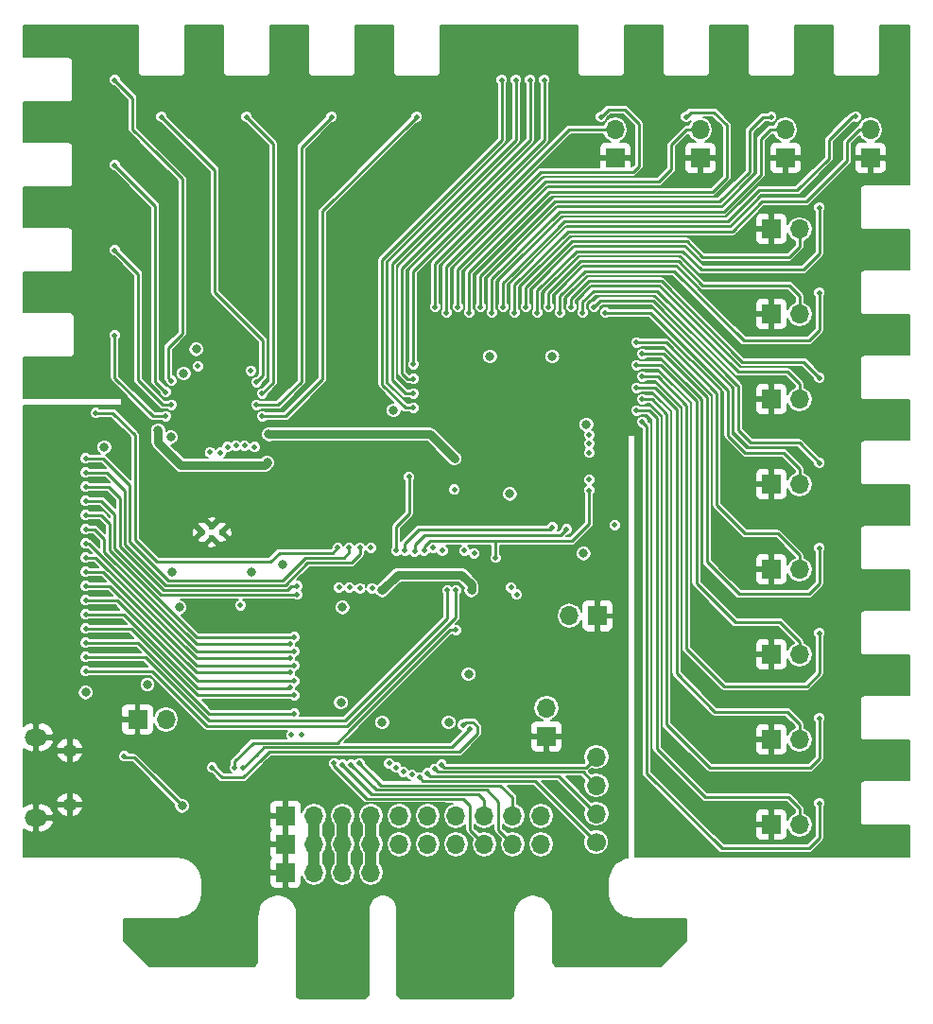
<source format=gbr>
G04 #@! TF.FileFunction,Copper,L2,Inr,Signal*
%FSLAX46Y46*%
G04 Gerber Fmt 4.6, Leading zero omitted, Abs format (unit mm)*
G04 Created by KiCad (PCBNEW 4.0.7) date 07/05/18 17:53:42*
%MOMM*%
%LPD*%
G01*
G04 APERTURE LIST*
%ADD10C,0.050000*%
%ADD11C,0.600000*%
%ADD12R,1.700000X1.700000*%
%ADD13O,1.700000X1.700000*%
%ADD14C,1.700000*%
%ADD15O,1.300000X1.100000*%
%ADD16O,2.000000X1.500000*%
%ADD17C,0.800000*%
%ADD18C,0.500000*%
%ADD19C,0.750000*%
%ADD20C,0.250000*%
%ADD21C,0.150000*%
%ADD22C,1.000000*%
%ADD23C,0.200000*%
G04 APERTURE END LIST*
D10*
D11*
X122936000Y-97290000D03*
X122936000Y-98290000D03*
X122036000Y-97790000D03*
X123836000Y-97790000D03*
D12*
X173024800Y-123977400D03*
D13*
X175564800Y-123977400D03*
D12*
X173024800Y-116357400D03*
D13*
X175564800Y-116357400D03*
D12*
X173024800Y-108737400D03*
D13*
X175564800Y-108737400D03*
D12*
X173024800Y-101117400D03*
D13*
X175564800Y-101117400D03*
D12*
X173024800Y-93497400D03*
D13*
X175564800Y-93497400D03*
D12*
X173024800Y-85877400D03*
D13*
X175564800Y-85877400D03*
D12*
X173024800Y-78257400D03*
D13*
X175564800Y-78257400D03*
D12*
X173024800Y-70637400D03*
D13*
X175564800Y-70637400D03*
D12*
X181914800Y-64287400D03*
D13*
X181914800Y-61747400D03*
D12*
X174294800Y-64287400D03*
D13*
X174294800Y-61747400D03*
D12*
X166674800Y-64287400D03*
D13*
X166674800Y-61747400D03*
D12*
X159054800Y-64287400D03*
D13*
X159054800Y-61747400D03*
D14*
X157353000Y-125539500D03*
D13*
X157353000Y-122999500D03*
X157353000Y-120459500D03*
X157353000Y-117919500D03*
D12*
X116268500Y-114554000D03*
D13*
X118808500Y-114554000D03*
D12*
X129540000Y-128270000D03*
D13*
X132080000Y-128270000D03*
X134620000Y-128270000D03*
X137160000Y-128270000D03*
D12*
X129540000Y-125730000D03*
X129540000Y-123190000D03*
D13*
X132080000Y-125730000D03*
X132080000Y-123190000D03*
X134620000Y-125730000D03*
X134620000Y-123190000D03*
X137160000Y-125730000D03*
X137160000Y-123190000D03*
X139700000Y-125730000D03*
X139700000Y-123190000D03*
X142240000Y-125730000D03*
X142240000Y-123190000D03*
X144780000Y-125730000D03*
X144780000Y-123190000D03*
X147320000Y-125730000D03*
X147320000Y-123190000D03*
X149860000Y-125730000D03*
X149860000Y-123190000D03*
X152400000Y-125730000D03*
X152400000Y-123190000D03*
D12*
X152908000Y-116078000D03*
D13*
X152908000Y-113538000D03*
D15*
X110188000Y-117336000D03*
D16*
X107188000Y-116161000D03*
X107188000Y-123361000D03*
D15*
X110188000Y-122186000D03*
D12*
X157480000Y-105283000D03*
D13*
X154940000Y-105283000D03*
D17*
X145923000Y-110490000D03*
X120396000Y-83566000D03*
X113284000Y-90170000D03*
X156210000Y-99695000D03*
X138176000Y-102997000D03*
D18*
X144653000Y-93980000D03*
D17*
X128016000Y-89027000D03*
X111633000Y-112141000D03*
X144653000Y-91186000D03*
X149606000Y-94361000D03*
X146177000Y-102997000D03*
X138176000Y-114808000D03*
X144145000Y-114808000D03*
X134493000Y-113030000D03*
X134620000Y-104521000D03*
X120015000Y-104521000D03*
X135382000Y-93091000D03*
X127762000Y-98552000D03*
X130302000Y-93726000D03*
X149479000Y-114808000D03*
X147066000Y-118110000D03*
X149733000Y-109728000D03*
X151892000Y-109474000D03*
X160274000Y-88392000D03*
X156464000Y-87122000D03*
X158369000Y-80518000D03*
X154432000Y-82042000D03*
X142875000Y-80391000D03*
D18*
X125603000Y-83121500D03*
D17*
X120777000Y-90043000D03*
X130683000Y-87757000D03*
X137668000Y-85217000D03*
X128905000Y-85090000D03*
X127000000Y-78613000D03*
X131953000Y-83566000D03*
X115316000Y-83693000D03*
X119126000Y-79756000D03*
X124333000Y-78740000D03*
X117094000Y-83566000D03*
X116078000Y-87376000D03*
X143002000Y-102997000D03*
X140208000Y-97663000D03*
X142621000Y-96075500D03*
X136144000Y-108204000D03*
X138811000Y-113792000D03*
X135636000Y-110490000D03*
X140335000Y-112395000D03*
D18*
X125476000Y-105219500D03*
D17*
X144526000Y-85788500D03*
X150876000Y-94361000D03*
X146748500Y-82105500D03*
X150495000Y-82169000D03*
X156464000Y-84328000D03*
X158369000Y-96329500D03*
X145542000Y-89281000D03*
D18*
X122809000Y-82804000D03*
D17*
X143764000Y-60960000D03*
X136144000Y-60960000D03*
X128524000Y-60960000D03*
X120904000Y-60960000D03*
X109728000Y-83820000D03*
X114300000Y-74676000D03*
X114300000Y-67056000D03*
X114300000Y-59436000D03*
X125476000Y-113284000D03*
X147002500Y-57277000D03*
X145923000Y-108966000D03*
X121539000Y-81407000D03*
X139192000Y-86868000D03*
X147828000Y-82042000D03*
X156464000Y-88138000D03*
X153416000Y-82042000D03*
D18*
X125730000Y-118872000D03*
X146050000Y-115443000D03*
X122936000Y-118872000D03*
X145415000Y-115062000D03*
X144780000Y-106553000D03*
X124968000Y-118872000D03*
X125476000Y-104330500D03*
D17*
X126492000Y-101346000D03*
X119380000Y-101346000D03*
X118110000Y-88646000D03*
X127889000Y-91567000D03*
X119253000Y-89281000D03*
D18*
X126415800Y-83337400D03*
X135255000Y-102743000D03*
X123698000Y-90678000D03*
X137287000Y-102806500D03*
X119303800Y-84226400D03*
X114223800Y-57302400D03*
X114223800Y-64922400D03*
X118795800Y-85242400D03*
X114223800Y-72542400D03*
X119303800Y-86385400D03*
X118795800Y-87401400D03*
X114223800Y-80162400D03*
X127431800Y-87401400D03*
X141274800Y-60604400D03*
X126923800Y-86385400D03*
X133654800Y-60604400D03*
X126034800Y-60604400D03*
X127431800Y-85369400D03*
X118414800Y-60604400D03*
X126923800Y-84353400D03*
X121666000Y-82931000D03*
X134302500Y-102743000D03*
X156718000Y-89090500D03*
X139446000Y-99441000D03*
X140589000Y-92837000D03*
X145542000Y-99441000D03*
X156718000Y-93091000D03*
X156718000Y-90678000D03*
X143573500Y-99441000D03*
X156718000Y-89852500D03*
X142748000Y-99187000D03*
D17*
X129286000Y-100647500D03*
X117157500Y-111442500D03*
D18*
X160959800Y-86893400D03*
X160959800Y-84861400D03*
X160959800Y-82829400D03*
X160959800Y-80797400D03*
X158165800Y-78130400D03*
X156133800Y-78130400D03*
X153085800Y-77622400D03*
X151053800Y-77622400D03*
X150037800Y-78130400D03*
X148005800Y-78130400D03*
X144957800Y-77622400D03*
X142925800Y-77622400D03*
X177342800Y-122072400D03*
X161467800Y-87909400D03*
X161467800Y-85877400D03*
X177342800Y-114452400D03*
X161467800Y-83845400D03*
X177342800Y-106832400D03*
X177342800Y-99212400D03*
X161467800Y-81813400D03*
X157149800Y-77622400D03*
X177342800Y-91592400D03*
X155117800Y-77622400D03*
X177342800Y-83972400D03*
X177342800Y-76352400D03*
X154101800Y-78130400D03*
X177342800Y-68732400D03*
X152069800Y-78130400D03*
X149021800Y-77622400D03*
X180594000Y-60579000D03*
X173024800Y-60604400D03*
X146989800Y-77622400D03*
X145973800Y-78130400D03*
X165404800Y-60604400D03*
X157784800Y-60604400D03*
X143941800Y-78130400D03*
X148894800Y-57302400D03*
X140970000Y-86664800D03*
X151434800Y-57302400D03*
X140970000Y-84074000D03*
X140970000Y-82753200D03*
X152704800Y-57302400D03*
X150164800Y-57302400D03*
X140970000Y-85369400D03*
X148336000Y-100076000D03*
X124333000Y-90170000D03*
X156718000Y-94043500D03*
X141922500Y-99441000D03*
X154686000Y-97536000D03*
X125095000Y-90043000D03*
X141097000Y-99504500D03*
X153416000Y-97345500D03*
X125857000Y-90043000D03*
X140208000Y-99441000D03*
X143510000Y-118618000D03*
X142875000Y-118999000D03*
X142240000Y-119380000D03*
X141541500Y-119761000D03*
X112522000Y-87122000D03*
X134213600Y-99187000D03*
X126746000Y-90170000D03*
X137160000Y-99187000D03*
X136207500Y-102806500D03*
X122745500Y-90614500D03*
D17*
X120269000Y-122301000D03*
D18*
X115062000Y-117856000D03*
X140081000Y-119253000D03*
X138811000Y-118491000D03*
X135382000Y-118618000D03*
X133858000Y-118491000D03*
X130937000Y-115951000D03*
X130048000Y-115951000D03*
X134620000Y-118618000D03*
X136144000Y-118491000D03*
X139446000Y-118872000D03*
X140843000Y-119507000D03*
X150241000Y-103378000D03*
X149733000Y-102743000D03*
X146431000Y-99695000D03*
X159004000Y-97155000D03*
X111633000Y-108966000D03*
X144018000Y-102997000D03*
X111633000Y-106426000D03*
X130302000Y-112395000D03*
X111633000Y-103886000D03*
X130302000Y-111125000D03*
X111633000Y-101346000D03*
X130302000Y-109728000D03*
X111633000Y-98806000D03*
X130302000Y-108458000D03*
X111633000Y-96266000D03*
X130302000Y-107188000D03*
X111633000Y-93726000D03*
X130556000Y-102616000D03*
X111633000Y-91186000D03*
X135229600Y-99187000D03*
X136194800Y-99187000D03*
X111633000Y-92456000D03*
X111633000Y-94996000D03*
X130556000Y-103378000D03*
X111633000Y-97536000D03*
X129921000Y-107759500D03*
X129921000Y-109093000D03*
X111633000Y-100076000D03*
X129921000Y-110363000D03*
X111633000Y-102616000D03*
X129921000Y-111696500D03*
X111633000Y-105156000D03*
X130302000Y-114046000D03*
X111633000Y-107696000D03*
X111633000Y-110236000D03*
X144780000Y-102997000D03*
D19*
X146177000Y-102997000D02*
X146177000Y-102489000D01*
X146177000Y-102489000D02*
X145288000Y-101600000D01*
X145288000Y-101600000D02*
X139573000Y-101600000D01*
X139573000Y-101600000D02*
X138176000Y-102997000D01*
X144653000Y-91186000D02*
X142494000Y-89027000D01*
X142494000Y-89027000D02*
X128016000Y-89027000D01*
D20*
X159004000Y-87122000D02*
X160274000Y-88392000D01*
X159004000Y-87122000D02*
X156464000Y-87122000D01*
X130683000Y-87757000D02*
X135128000Y-87757000D01*
X135128000Y-87757000D02*
X137668000Y-85217000D01*
X135636000Y-108712000D02*
X136144000Y-108204000D01*
X135636000Y-110490000D02*
X135636000Y-108712000D01*
D21*
X129540000Y-123190000D02*
X129540000Y-121539000D01*
X143764000Y-122047000D02*
X143891000Y-122174000D01*
X136144000Y-122047000D02*
X143764000Y-122047000D01*
X135382000Y-121285000D02*
X136144000Y-122047000D01*
X129794000Y-121285000D02*
X135382000Y-121285000D01*
X129540000Y-121539000D02*
X129794000Y-121285000D01*
D20*
X127552498Y-117049502D02*
X144443498Y-117049502D01*
X126942002Y-117659998D02*
X127552498Y-117049502D01*
X126942002Y-117659998D02*
X125730000Y-118872000D01*
X144443498Y-117049502D02*
X146050000Y-115443000D01*
X144310004Y-117449504D02*
X145059496Y-117449504D01*
X125730000Y-119761000D02*
X123825000Y-119761000D01*
X123825000Y-119761000D02*
X122936000Y-118872000D01*
X127381000Y-118110000D02*
X125730000Y-119761000D01*
X128041496Y-117449504D02*
X127381000Y-118110000D01*
X143865504Y-117449504D02*
X128041496Y-117449504D01*
X143865504Y-117449504D02*
X144310004Y-117449504D01*
X145669000Y-114808000D02*
X145415000Y-115062000D01*
X146304000Y-114808000D02*
X145669000Y-114808000D01*
X146685000Y-115189000D02*
X146304000Y-114808000D01*
X146685000Y-115824000D02*
X146685000Y-115189000D01*
X145059496Y-117449504D02*
X146685000Y-115824000D01*
X135288148Y-115539648D02*
X134178296Y-116649500D01*
X124968000Y-118300500D02*
X124968000Y-118872000D01*
X126619000Y-116649500D02*
X124968000Y-118300500D01*
X134178296Y-116649500D02*
X126619000Y-116649500D01*
X144274796Y-106553000D02*
X135288148Y-115539648D01*
X135288148Y-115539648D02*
X135246792Y-115581004D01*
X144780000Y-106553000D02*
X144274796Y-106553000D01*
D22*
X137160000Y-125730000D02*
X137160000Y-128270000D01*
X137160000Y-123190000D02*
X137160000Y-125730000D01*
X134620000Y-125730000D02*
X134620000Y-128270000D01*
X134620000Y-123190000D02*
X134620000Y-125730000D01*
D19*
X118110000Y-89789000D02*
X120142000Y-91821000D01*
X120142000Y-91821000D02*
X127635000Y-91821000D01*
X127635000Y-91821000D02*
X127889000Y-91567000D01*
X118110000Y-89789000D02*
X118110000Y-88646000D01*
D20*
X119303800Y-84226400D02*
X118999000Y-83921600D01*
X120269000Y-66167000D02*
X117983000Y-63881000D01*
X120269000Y-80010000D02*
X120269000Y-66167000D01*
X118999000Y-81280000D02*
X120269000Y-80010000D01*
X118999000Y-83921600D02*
X118999000Y-81280000D01*
X114223800Y-57302400D02*
X115824000Y-58902600D01*
X115824000Y-61722000D02*
X117983000Y-63881000D01*
X117983000Y-63881000D02*
X118110000Y-64008000D01*
X115824000Y-58902600D02*
X115824000Y-61722000D01*
X118795800Y-85242400D02*
X117856000Y-84302600D01*
X117856000Y-68554600D02*
X114223800Y-64922400D01*
X117856000Y-84302600D02*
X117856000Y-68554600D01*
X119303800Y-86385400D02*
X118516400Y-86385400D01*
X116332000Y-74650600D02*
X114223800Y-72542400D01*
X116332000Y-84201000D02*
X116332000Y-74650600D01*
X118516400Y-86385400D02*
X116332000Y-84201000D01*
X118795800Y-87401400D02*
X117627400Y-87401400D01*
X114223800Y-83997800D02*
X114223800Y-80162400D01*
X117627400Y-87401400D02*
X114223800Y-83997800D01*
X127431800Y-87401400D02*
X129514600Y-87401400D01*
X132842000Y-69037200D02*
X141274800Y-60604400D01*
X132842000Y-84074000D02*
X132842000Y-69037200D01*
X129514600Y-87401400D02*
X132842000Y-84074000D01*
X126923800Y-86385400D02*
X128879600Y-86385400D01*
X130937000Y-63322200D02*
X133654800Y-60604400D01*
X130937000Y-84328000D02*
X130937000Y-63322200D01*
X128879600Y-86385400D02*
X130937000Y-84328000D01*
X126034800Y-60604400D02*
X128397000Y-62966600D01*
X128397000Y-84404200D02*
X127431800Y-85369400D01*
X128397000Y-62966600D02*
X128397000Y-84404200D01*
X127508000Y-83769200D02*
X127508000Y-80645000D01*
X126923800Y-84353400D02*
X127508000Y-83769200D01*
X123190000Y-65379600D02*
X118414800Y-60604400D01*
X123190000Y-76327000D02*
X123190000Y-65379600D01*
X127508000Y-80645000D02*
X123190000Y-76327000D01*
X140589000Y-92837000D02*
X140589000Y-96139000D01*
X139446000Y-97282000D02*
X139446000Y-99441000D01*
X140589000Y-96139000D02*
X139446000Y-97282000D01*
D22*
X132080000Y-125730000D02*
X132080000Y-128270000D01*
X132080000Y-123190000D02*
X132080000Y-125730000D01*
D20*
X160959800Y-86893400D02*
X162077400Y-86893400D01*
X175564800Y-122542300D02*
X175564800Y-123977400D01*
X174561500Y-121539000D02*
X175564800Y-122542300D01*
X167132000Y-121539000D02*
X174561500Y-121539000D01*
X162750500Y-117157500D02*
X167132000Y-121539000D01*
X162750500Y-87566500D02*
X162750500Y-117157500D01*
X162077400Y-86893400D02*
X162750500Y-87566500D01*
X160959800Y-84861400D02*
X162585400Y-84861400D01*
X175564800Y-114985800D02*
X175564800Y-116357400D01*
X174434500Y-113855500D02*
X175564800Y-114985800D01*
X167957500Y-113855500D02*
X174434500Y-113855500D01*
X164528500Y-110426500D02*
X167957500Y-113855500D01*
X164528500Y-86804500D02*
X164528500Y-110426500D01*
X162585400Y-84861400D02*
X164528500Y-86804500D01*
X160959800Y-82829400D02*
X163093400Y-82829400D01*
X175564800Y-107619800D02*
X175564800Y-108737400D01*
X173799500Y-105854500D02*
X175564800Y-107619800D01*
X169799000Y-105854500D02*
X173799500Y-105854500D01*
X166306500Y-102362000D02*
X169799000Y-105854500D01*
X166306500Y-86042500D02*
X166306500Y-102362000D01*
X163093400Y-82829400D02*
X166306500Y-86042500D01*
X160959800Y-80797400D02*
X163601400Y-80797400D01*
X175564800Y-99872800D02*
X175564800Y-101117400D01*
X173609000Y-97917000D02*
X175564800Y-99872800D01*
X170688000Y-97917000D02*
X173609000Y-97917000D01*
X168148000Y-95377000D02*
X170688000Y-97917000D01*
X168148000Y-85344000D02*
X168148000Y-95377000D01*
X163601400Y-80797400D02*
X168148000Y-85344000D01*
X168910000Y-84836000D02*
X169164000Y-85090000D01*
X175564800Y-92125800D02*
X174117000Y-90678000D01*
X174117000Y-90678000D02*
X170688000Y-90678000D01*
X168910000Y-84836000D02*
X162204400Y-78130400D01*
X162204400Y-78130400D02*
X158165800Y-78130400D01*
X175564800Y-92125800D02*
X175564800Y-93497400D01*
X169164000Y-89154000D02*
X170688000Y-90678000D01*
X169164000Y-85090000D02*
X169164000Y-89154000D01*
X156133800Y-78130400D02*
X156133800Y-77165200D01*
X175564800Y-84505800D02*
X175564800Y-85877400D01*
X174498000Y-83439000D02*
X175564800Y-84505800D01*
X170053000Y-83439000D02*
X174498000Y-83439000D01*
X162814000Y-76200000D02*
X170053000Y-83439000D01*
X157099000Y-76200000D02*
X162814000Y-76200000D01*
X156133800Y-77165200D02*
X157099000Y-76200000D01*
X175564800Y-78257400D02*
X175564800Y-76631800D01*
X153085800Y-76403200D02*
X153085800Y-77622400D01*
X155956000Y-73533000D02*
X153085800Y-76403200D01*
X164719000Y-73533000D02*
X155956000Y-73533000D01*
X166878000Y-75692000D02*
X164719000Y-73533000D01*
X174625000Y-75692000D02*
X166878000Y-75692000D01*
X175564800Y-76631800D02*
X174625000Y-75692000D01*
X175564800Y-70637400D02*
X175564800Y-72212200D01*
X151053800Y-75895200D02*
X151053800Y-77622400D01*
X155194000Y-71755000D02*
X151053800Y-75895200D01*
X165481000Y-71755000D02*
X155194000Y-71755000D01*
X166878000Y-73152000D02*
X165481000Y-71755000D01*
X174625000Y-73152000D02*
X166878000Y-73152000D01*
X175564800Y-72212200D02*
X174625000Y-73152000D01*
X150037800Y-78130400D02*
X150037800Y-75641200D01*
X180949600Y-61747400D02*
X181914800Y-61747400D01*
X179832000Y-62865000D02*
X180949600Y-61747400D01*
X179832000Y-64516000D02*
X179832000Y-62865000D01*
X176149000Y-68199000D02*
X179832000Y-64516000D01*
X172212000Y-68199000D02*
X176149000Y-68199000D01*
X169545000Y-70866000D02*
X172212000Y-68199000D01*
X154813000Y-70866000D02*
X169545000Y-70866000D01*
X150037800Y-75641200D02*
X154813000Y-70866000D01*
X148005800Y-78130400D02*
X148005800Y-75133200D01*
X172948600Y-61747400D02*
X174294800Y-61747400D01*
X172085000Y-62611000D02*
X172948600Y-61747400D01*
X172085000Y-65786000D02*
X172085000Y-62611000D01*
X168783000Y-69088000D02*
X172085000Y-65786000D01*
X154051000Y-69088000D02*
X168783000Y-69088000D01*
X148005800Y-75133200D02*
X154051000Y-69088000D01*
X166674800Y-61747400D02*
X165455600Y-61747400D01*
X144957800Y-74244200D02*
X144957800Y-77622400D01*
X152781000Y-66421000D02*
X144957800Y-74244200D01*
X162941000Y-66421000D02*
X152781000Y-66421000D01*
X164084000Y-65278000D02*
X162941000Y-66421000D01*
X164084000Y-63119000D02*
X164084000Y-65278000D01*
X165455600Y-61747400D02*
X164084000Y-63119000D01*
X142925800Y-77622400D02*
X142925800Y-73736200D01*
X154914600Y-61747400D02*
X159054800Y-61747400D01*
X142925800Y-73736200D02*
X154914600Y-61747400D01*
X177342800Y-122072400D02*
X177342800Y-125171200D01*
X161861500Y-88303100D02*
X161467800Y-87909400D01*
X161861500Y-119380000D02*
X161861500Y-88303100D01*
X168592500Y-126111000D02*
X161861500Y-119380000D01*
X176403000Y-126111000D02*
X168592500Y-126111000D01*
X177342800Y-125171200D02*
X176403000Y-126111000D01*
X177342800Y-114452400D02*
X177342800Y-118059200D01*
X162331400Y-85877400D02*
X161467800Y-85877400D01*
X163639500Y-87185500D02*
X162331400Y-85877400D01*
X163639500Y-114998500D02*
X163639500Y-87185500D01*
X167513000Y-118872000D02*
X163639500Y-114998500D01*
X176530000Y-118872000D02*
X167513000Y-118872000D01*
X177342800Y-118059200D02*
X176530000Y-118872000D01*
X161467800Y-83845400D02*
X162839400Y-83845400D01*
X177342800Y-110439200D02*
X177342800Y-106832400D01*
X176212500Y-111569500D02*
X177342800Y-110439200D01*
X168783000Y-111569500D02*
X176212500Y-111569500D01*
X165417500Y-108204000D02*
X168783000Y-111569500D01*
X165417500Y-86423500D02*
X165417500Y-108204000D01*
X162839400Y-83845400D02*
X165417500Y-86423500D01*
X161467800Y-81813400D02*
X163347400Y-81813400D01*
X177342800Y-102374700D02*
X177342800Y-99212400D01*
X176403000Y-103314500D02*
X177342800Y-102374700D01*
X170116500Y-103314500D02*
X176403000Y-103314500D01*
X167259000Y-100457000D02*
X170116500Y-103314500D01*
X167259000Y-85725000D02*
X167259000Y-100457000D01*
X163347400Y-81813400D02*
X167259000Y-85725000D01*
X169926000Y-84582000D02*
X170053000Y-84709000D01*
X157149800Y-77622400D02*
X157683200Y-77089000D01*
X175539400Y-89789000D02*
X177342800Y-91592400D01*
X171196000Y-89789000D02*
X175539400Y-89789000D01*
X162433000Y-77089000D02*
X169926000Y-84582000D01*
X157683200Y-77089000D02*
X162433000Y-77089000D01*
X170053000Y-88646000D02*
X171196000Y-89789000D01*
X170053000Y-84709000D02*
X170053000Y-88646000D01*
X177342800Y-83972400D02*
X175920400Y-82550000D01*
X155117800Y-76911200D02*
X155117800Y-77622400D01*
X156718000Y-75311000D02*
X155117800Y-76911200D01*
X163195000Y-75311000D02*
X156718000Y-75311000D01*
X170434000Y-82550000D02*
X163195000Y-75311000D01*
X175920400Y-82550000D02*
X170434000Y-82550000D01*
X154101800Y-78130400D02*
X154101800Y-76657200D01*
X177342800Y-79705200D02*
X177342800Y-76352400D01*
X176403000Y-80645000D02*
X177342800Y-79705200D01*
X170561000Y-80645000D02*
X176403000Y-80645000D01*
X164338000Y-74422000D02*
X170561000Y-80645000D01*
X156337000Y-74422000D02*
X164338000Y-74422000D01*
X154101800Y-76657200D02*
X156337000Y-74422000D01*
X152069800Y-78130400D02*
X152069800Y-76149200D01*
X177342800Y-72847200D02*
X177342800Y-68732400D01*
X175895000Y-74295000D02*
X177342800Y-72847200D01*
X166751000Y-74295000D02*
X175895000Y-74295000D01*
X165100000Y-72644000D02*
X166751000Y-74295000D01*
X155575000Y-72644000D02*
X165100000Y-72644000D01*
X152069800Y-76149200D02*
X155575000Y-72644000D01*
X180594000Y-60579000D02*
X180276500Y-60579000D01*
X175323500Y-67183000D02*
X178181000Y-64325500D01*
X178181000Y-64325500D02*
X178181000Y-62674500D01*
X178181000Y-62674500D02*
X179641500Y-61214000D01*
X171196000Y-67945000D02*
X171958000Y-67183000D01*
X169164000Y-69977000D02*
X171196000Y-67945000D01*
X149796500Y-74676000D02*
X154495500Y-69977000D01*
X149021800Y-75450700D02*
X149796500Y-74676000D01*
X149021800Y-77622400D02*
X149021800Y-75450700D01*
X154495500Y-69977000D02*
X158813500Y-69977000D01*
X158813500Y-69977000D02*
X169164000Y-69977000D01*
X171958000Y-67183000D02*
X174561500Y-67183000D01*
X174561500Y-67183000D02*
X175323500Y-67183000D01*
X180276500Y-60579000D02*
X179641500Y-61214000D01*
X173024800Y-60604400D02*
X172313600Y-60604400D01*
X146989800Y-74879200D02*
X146989800Y-77622400D01*
X153670000Y-68199000D02*
X146989800Y-74879200D01*
X168402000Y-68199000D02*
X153670000Y-68199000D01*
X171069000Y-65532000D02*
X168402000Y-68199000D01*
X171069000Y-61849000D02*
X171069000Y-65532000D01*
X172313600Y-60604400D02*
X171069000Y-61849000D01*
X145973800Y-78130400D02*
X145973800Y-74498200D01*
X165811200Y-60198000D02*
X165404800Y-60604400D01*
X167894000Y-60198000D02*
X165811200Y-60198000D01*
X169037000Y-61341000D02*
X167894000Y-60198000D01*
X169037000Y-66040000D02*
X169037000Y-61341000D01*
X167767000Y-67310000D02*
X169037000Y-66040000D01*
X153162000Y-67310000D02*
X167767000Y-67310000D01*
X145973800Y-74498200D02*
X153162000Y-67310000D01*
X143941800Y-78130400D02*
X143941800Y-73990200D01*
X158445200Y-59944000D02*
X157784800Y-60604400D01*
X159893000Y-59944000D02*
X158445200Y-59944000D01*
X161163000Y-61214000D02*
X159893000Y-59944000D01*
X161163000Y-65024000D02*
X161163000Y-61214000D01*
X160655000Y-65532000D02*
X161163000Y-65024000D01*
X152400000Y-65532000D02*
X160655000Y-65532000D01*
X143941800Y-73990200D02*
X152400000Y-65532000D01*
X140970000Y-86664800D02*
X140258800Y-86664800D01*
X148894800Y-62687200D02*
X148894800Y-57302400D01*
X138176000Y-73406000D02*
X148894800Y-62687200D01*
X138176000Y-84582000D02*
X138176000Y-73406000D01*
X140258800Y-86664800D02*
X138176000Y-84582000D01*
X140970000Y-84074000D02*
X140462000Y-84074000D01*
X151434800Y-62687200D02*
X151434800Y-57302400D01*
X139954000Y-74168000D02*
X151434800Y-62687200D01*
X139954000Y-83566000D02*
X139954000Y-74168000D01*
X140462000Y-84074000D02*
X139954000Y-83566000D01*
X152704800Y-57302400D02*
X152704800Y-62687200D01*
X140970000Y-74422000D02*
X140970000Y-82753200D01*
X152704800Y-62687200D02*
X140970000Y-74422000D01*
X150164800Y-57302400D02*
X150164800Y-62687200D01*
X140233400Y-85369400D02*
X140970000Y-85369400D01*
X139065000Y-84201000D02*
X140233400Y-85369400D01*
X139065000Y-73787000D02*
X139065000Y-84201000D01*
X150164800Y-62687200D02*
X139065000Y-73787000D01*
X148336000Y-100076000D02*
X148336000Y-98552000D01*
X141922500Y-99441000D02*
X141922500Y-99060000D01*
X142621000Y-98552000D02*
X148336000Y-98552000D01*
X148336000Y-98552000D02*
X148463000Y-98552000D01*
X148463000Y-98552000D02*
X151257000Y-98552000D01*
X151257000Y-98552000D02*
X155194000Y-98552000D01*
X155194000Y-98552000D02*
X156718000Y-97028000D01*
X156718000Y-94043500D02*
X156718000Y-97028000D01*
X142430500Y-98552000D02*
X142621000Y-98552000D01*
X141922500Y-99060000D02*
X142430500Y-98552000D01*
X154178000Y-98044000D02*
X141922500Y-98044000D01*
X154178000Y-98044000D02*
X154686000Y-97536000D01*
X141097000Y-98869500D02*
X141097000Y-99504500D01*
X141922500Y-98044000D02*
X141097000Y-98869500D01*
X141478000Y-97536000D02*
X153225500Y-97536000D01*
X140208000Y-98806000D02*
X141478000Y-97536000D01*
X140208000Y-98806000D02*
X140208000Y-99441000D01*
X153225500Y-97536000D02*
X153416000Y-97345500D01*
X143510000Y-118618000D02*
X143744998Y-118852998D01*
X156419502Y-118852998D02*
X157353000Y-117919500D01*
X143744998Y-118852998D02*
X156419502Y-118852998D01*
X142875000Y-118999000D02*
X143129000Y-119253000D01*
X156146500Y-119253000D02*
X157353000Y-120459500D01*
X143129000Y-119253000D02*
X156146500Y-119253000D01*
X156991002Y-120097502D02*
X157353000Y-120459500D01*
X157220498Y-120592002D02*
X157353000Y-120459500D01*
X157320498Y-120492002D02*
X157353000Y-120459500D01*
X157353000Y-120459500D02*
X157320498Y-120492002D01*
X142240000Y-119380000D02*
X142513002Y-119653002D01*
X154006502Y-119653002D02*
X157353000Y-122999500D01*
X142513002Y-119653002D02*
X154006502Y-119653002D01*
X141541500Y-119761000D02*
X141833504Y-120053004D01*
X151866504Y-120053004D02*
X157353000Y-125539500D01*
X141833504Y-120053004D02*
X151866504Y-120053004D01*
X114046000Y-87122000D02*
X112522000Y-87122000D01*
X133774602Y-99625998D02*
X134213600Y-99187000D01*
X128974002Y-99625998D02*
X133774602Y-99625998D01*
X128143000Y-100457000D02*
X128974002Y-99625998D01*
X117984398Y-100457000D02*
X128143000Y-100457000D01*
X116020002Y-98492604D02*
X117984398Y-100457000D01*
X116020002Y-93472000D02*
X116020002Y-89096002D01*
X116020002Y-89096002D02*
X114046000Y-87122000D01*
X116020002Y-93412604D02*
X116020002Y-93472000D01*
X116020002Y-93472000D02*
X116020002Y-98492604D01*
X115951000Y-117983000D02*
X115189000Y-117983000D01*
X115951000Y-117983000D02*
X120269000Y-122301000D01*
X115189000Y-117983000D02*
X115062000Y-117856000D01*
X135382000Y-118618000D02*
X137617008Y-120853008D01*
X148590000Y-124460000D02*
X149860000Y-125730000D01*
X148590000Y-121920000D02*
X148590000Y-124460000D01*
X147523008Y-120853008D02*
X148590000Y-121920000D01*
X137617008Y-120853008D02*
X147523008Y-120853008D01*
X133858000Y-118491000D02*
X133858000Y-118745000D01*
X146050000Y-124460000D02*
X147320000Y-125730000D01*
X146050000Y-122301000D02*
X146050000Y-124460000D01*
X145402012Y-121653012D02*
X146050000Y-122301000D01*
X136766012Y-121653012D02*
X145402012Y-121653012D01*
X133858000Y-118745000D02*
X136766012Y-121653012D01*
X134620000Y-118618000D02*
X137255010Y-121253010D01*
X147320000Y-121793000D02*
X147320000Y-123190000D01*
X146780010Y-121253010D02*
X147320000Y-121793000D01*
X137255010Y-121253010D02*
X146780010Y-121253010D01*
X136144000Y-118491000D02*
X138106006Y-120453006D01*
X149860000Y-121539000D02*
X149860000Y-123190000D01*
X148774006Y-120453006D02*
X149860000Y-121539000D01*
X138106006Y-120453006D02*
X148774006Y-120453006D01*
X132334000Y-114681000D02*
X134874000Y-114681000D01*
X111633000Y-108966000D02*
X116947428Y-108966000D01*
X122662428Y-114681000D02*
X128143000Y-114681000D01*
X116947428Y-108966000D02*
X122662428Y-114681000D01*
X128143000Y-114681000D02*
X132334000Y-114681000D01*
X144018000Y-105537000D02*
X144018000Y-102997000D01*
X134874000Y-114681000D02*
X144018000Y-105537000D01*
X130302000Y-112395000D02*
X121649224Y-112395000D01*
X115680224Y-106426000D02*
X111633000Y-106426000D01*
X121649224Y-112395000D02*
X115680224Y-106426000D01*
X121652020Y-111125000D02*
X114413020Y-103886000D01*
X114413020Y-103886000D02*
X111633000Y-103886000D01*
X130302000Y-111125000D02*
X121652020Y-111125000D01*
X130302000Y-109728000D02*
X121527816Y-109728000D01*
X113145816Y-101346000D02*
X111633000Y-101346000D01*
X121527816Y-109728000D02*
X113145816Y-101346000D01*
X111633000Y-98806000D02*
X111878612Y-98806000D01*
X121530612Y-108458000D02*
X130302000Y-108458000D01*
X111878612Y-98806000D02*
X121530612Y-108458000D01*
X111633000Y-96266000D02*
X113007992Y-96266000D01*
X121533408Y-107188000D02*
X130302000Y-107188000D01*
X113769992Y-99424584D02*
X121533408Y-107188000D01*
X113769992Y-97028000D02*
X113769992Y-99424584D01*
X113007992Y-96266000D02*
X113769992Y-97028000D01*
X114669996Y-99051792D02*
X118615204Y-102997000D01*
X113665000Y-93726000D02*
X114669996Y-94730996D01*
X114669996Y-94730996D02*
X114669996Y-99051792D01*
X111633000Y-93726000D02*
X113665000Y-93726000D01*
X130048000Y-102616000D02*
X130556000Y-102616000D01*
X129667000Y-102997000D02*
X130048000Y-102616000D01*
X118615204Y-102997000D02*
X129667000Y-102997000D01*
X115570000Y-98679000D02*
X118987996Y-102096996D01*
X115570000Y-93599000D02*
X115570000Y-98679000D01*
X113157000Y-91186000D02*
X115570000Y-93599000D01*
X118987996Y-102096996D02*
X129294208Y-102096996D01*
X111633000Y-91186000D02*
X113157000Y-91186000D01*
X129294208Y-102096996D02*
X131315204Y-100076000D01*
X135229600Y-99593400D02*
X135229600Y-99187000D01*
X134747000Y-100076000D02*
X135229600Y-99593400D01*
X131315204Y-100076000D02*
X134747000Y-100076000D01*
X129413000Y-102546998D02*
X129480604Y-102546998D01*
X129480604Y-102546998D02*
X131501600Y-100526002D01*
X136194800Y-99771200D02*
X136194800Y-99187000D01*
X135439998Y-100526002D02*
X136194800Y-99771200D01*
X131501600Y-100526002D02*
X135439998Y-100526002D01*
X115119998Y-98865396D02*
X118801600Y-102546998D01*
X113538000Y-92456000D02*
X111633000Y-92456000D01*
X115119998Y-94037998D02*
X113538000Y-92456000D01*
X115119998Y-98865396D02*
X115119998Y-94037998D01*
X118801600Y-102546998D02*
X129413000Y-102546998D01*
X114219994Y-99238188D02*
X118378808Y-103397002D01*
X114219994Y-99238188D02*
X114219994Y-96185994D01*
X114219994Y-96185994D02*
X113030000Y-94996000D01*
X113030000Y-94996000D02*
X111633000Y-94996000D01*
X130536998Y-103397002D02*
X130556000Y-103378000D01*
X118378808Y-103397002D02*
X130536998Y-103397002D01*
X121532010Y-107823000D02*
X129857500Y-107823000D01*
X113284000Y-99574990D02*
X113284000Y-98425000D01*
X121532010Y-107823000D02*
X113284000Y-99574990D01*
X112395000Y-97536000D02*
X111633000Y-97536000D01*
X113284000Y-98425000D02*
X112395000Y-97536000D01*
X129857500Y-107823000D02*
X129921000Y-107759500D01*
X121529214Y-109093000D02*
X112512214Y-100076000D01*
X112512214Y-100076000D02*
X111633000Y-100076000D01*
X129921000Y-109093000D02*
X121529214Y-109093000D01*
X121526418Y-110363000D02*
X113779418Y-102616000D01*
X113779418Y-102616000D02*
X111633000Y-102616000D01*
X129921000Y-110363000D02*
X121526418Y-110363000D01*
X121650622Y-111760000D02*
X129857500Y-111760000D01*
X121650622Y-111760000D02*
X115046622Y-105156000D01*
X115046622Y-105156000D02*
X111633000Y-105156000D01*
X129857500Y-111760000D02*
X129921000Y-111696500D01*
X130302000Y-114046000D02*
X122663826Y-114046000D01*
X116313826Y-107696000D02*
X111633000Y-107696000D01*
X122663826Y-114046000D02*
X116313826Y-107696000D01*
X144780000Y-102997000D02*
X144780000Y-105411398D01*
X132772998Y-115131002D02*
X122476032Y-115131002D01*
X122476032Y-115131002D02*
X117581030Y-110236000D01*
X117581030Y-110236000D02*
X111633000Y-110236000D01*
X135060396Y-115131002D02*
X132772998Y-115131002D01*
X144780000Y-105411398D02*
X135060396Y-115131002D01*
X144780000Y-102997000D02*
X144780000Y-103124000D01*
D23*
G36*
X116338000Y-56642000D02*
X116366545Y-56785506D01*
X116447835Y-56907165D01*
X116569494Y-56988455D01*
X116713000Y-57017000D01*
X120142000Y-57017000D01*
X120285506Y-56988455D01*
X120407165Y-56907165D01*
X120488455Y-56785506D01*
X120517000Y-56642000D01*
X120517000Y-52445000D01*
X123958000Y-52445000D01*
X123958000Y-56642000D01*
X123986545Y-56785506D01*
X124067835Y-56907165D01*
X124189494Y-56988455D01*
X124333000Y-57017000D01*
X127762000Y-57017000D01*
X127905506Y-56988455D01*
X128027165Y-56907165D01*
X128108455Y-56785506D01*
X128137000Y-56642000D01*
X128137000Y-52445000D01*
X131578000Y-52445000D01*
X131578000Y-56642000D01*
X131606545Y-56785506D01*
X131687835Y-56907165D01*
X131809494Y-56988455D01*
X131953000Y-57017000D01*
X135382000Y-57017000D01*
X135525506Y-56988455D01*
X135647165Y-56907165D01*
X135728455Y-56785506D01*
X135757000Y-56642000D01*
X135757000Y-52445000D01*
X139198000Y-52445000D01*
X139198000Y-56642000D01*
X139226545Y-56785506D01*
X139307835Y-56907165D01*
X139429494Y-56988455D01*
X139573000Y-57017000D01*
X143002000Y-57017000D01*
X143145506Y-56988455D01*
X143267165Y-56907165D01*
X143348455Y-56785506D01*
X143377000Y-56642000D01*
X143377000Y-52445000D01*
X155708000Y-52445000D01*
X155708000Y-56642000D01*
X155736545Y-56785506D01*
X155817835Y-56907165D01*
X155939494Y-56988455D01*
X156083000Y-57017000D01*
X159512000Y-57017000D01*
X159655506Y-56988455D01*
X159777165Y-56907165D01*
X159858455Y-56785506D01*
X159887000Y-56642000D01*
X159887000Y-52445000D01*
X163328000Y-52445000D01*
X163328000Y-56642000D01*
X163356545Y-56785506D01*
X163437835Y-56907165D01*
X163559494Y-56988455D01*
X163703000Y-57017000D01*
X167132000Y-57017000D01*
X167275506Y-56988455D01*
X167397165Y-56907165D01*
X167478455Y-56785506D01*
X167507000Y-56642000D01*
X167507000Y-52445000D01*
X170948000Y-52445000D01*
X170948000Y-56642000D01*
X170976545Y-56785506D01*
X171057835Y-56907165D01*
X171179494Y-56988455D01*
X171323000Y-57017000D01*
X174752000Y-57017000D01*
X174895506Y-56988455D01*
X175017165Y-56907165D01*
X175098455Y-56785506D01*
X175127000Y-56642000D01*
X175127000Y-52445000D01*
X178568000Y-52445000D01*
X178568000Y-56642000D01*
X178596545Y-56785506D01*
X178677835Y-56907165D01*
X178799494Y-56988455D01*
X178943000Y-57017000D01*
X182372000Y-57017000D01*
X182515506Y-56988455D01*
X182637165Y-56907165D01*
X182718455Y-56785506D01*
X182747000Y-56642000D01*
X182747000Y-52445000D01*
X185426000Y-52445000D01*
X185426000Y-66681000D01*
X181356000Y-66681000D01*
X181212494Y-66709545D01*
X181090835Y-66790835D01*
X181009545Y-66912494D01*
X180981000Y-67056000D01*
X180981000Y-70358000D01*
X181009545Y-70501506D01*
X181090835Y-70623165D01*
X181212494Y-70704455D01*
X181356000Y-70733000D01*
X185426000Y-70733000D01*
X185426000Y-74301000D01*
X181356000Y-74301000D01*
X181212494Y-74329545D01*
X181090835Y-74410835D01*
X181009545Y-74532494D01*
X180981000Y-74676000D01*
X180981000Y-77978000D01*
X181009545Y-78121506D01*
X181090835Y-78243165D01*
X181212494Y-78324455D01*
X181356000Y-78353000D01*
X185426000Y-78353000D01*
X185426000Y-81921000D01*
X181356000Y-81921000D01*
X181212494Y-81949545D01*
X181090835Y-82030835D01*
X181009545Y-82152494D01*
X180981000Y-82296000D01*
X180981000Y-85598000D01*
X181009545Y-85741506D01*
X181090835Y-85863165D01*
X181212494Y-85944455D01*
X181356000Y-85973000D01*
X185426000Y-85973000D01*
X185426000Y-89541000D01*
X181356000Y-89541000D01*
X181212494Y-89569545D01*
X181090835Y-89650835D01*
X181009545Y-89772494D01*
X180981000Y-89916000D01*
X180981000Y-93218000D01*
X181009545Y-93361506D01*
X181090835Y-93483165D01*
X181212494Y-93564455D01*
X181356000Y-93593000D01*
X185426000Y-93593000D01*
X185426000Y-97161000D01*
X181356000Y-97161000D01*
X181212494Y-97189545D01*
X181090835Y-97270835D01*
X181009545Y-97392494D01*
X180981000Y-97536000D01*
X180981000Y-100838000D01*
X181009545Y-100981506D01*
X181090835Y-101103165D01*
X181212494Y-101184455D01*
X181356000Y-101213000D01*
X185426000Y-101213000D01*
X185426000Y-104781000D01*
X181356000Y-104781000D01*
X181212494Y-104809545D01*
X181090835Y-104890835D01*
X181009545Y-105012494D01*
X180981000Y-105156000D01*
X180981000Y-108458000D01*
X181009545Y-108601506D01*
X181090835Y-108723165D01*
X181212494Y-108804455D01*
X181356000Y-108833000D01*
X185426000Y-108833000D01*
X185426000Y-112401000D01*
X181356000Y-112401000D01*
X181212494Y-112429545D01*
X181090835Y-112510835D01*
X181009545Y-112632494D01*
X180981000Y-112776000D01*
X180981000Y-116078000D01*
X181009545Y-116221506D01*
X181090835Y-116343165D01*
X181212494Y-116424455D01*
X181356000Y-116453000D01*
X185426000Y-116453000D01*
X185426000Y-120021000D01*
X181356000Y-120021000D01*
X181212494Y-120049545D01*
X181090835Y-120130835D01*
X181009545Y-120252494D01*
X180981000Y-120396000D01*
X180981000Y-123698000D01*
X181009545Y-123841506D01*
X181090835Y-123963165D01*
X181212494Y-124044455D01*
X181356000Y-124073000D01*
X185426000Y-124073000D01*
X185426000Y-126879000D01*
X160882000Y-126879000D01*
X160882000Y-89154000D01*
X160875161Y-89117654D01*
X160853681Y-89084273D01*
X160820906Y-89061879D01*
X160782000Y-89054000D01*
X160274000Y-89054000D01*
X160237654Y-89060839D01*
X160204273Y-89082319D01*
X160181879Y-89115094D01*
X160174000Y-89154000D01*
X160174000Y-126898891D01*
X160130494Y-126907545D01*
X160099876Y-126928004D01*
X159945714Y-126949862D01*
X159807636Y-126998270D01*
X159201996Y-127356019D01*
X159092954Y-127453583D01*
X159092953Y-127453584D01*
X158670320Y-128015868D01*
X158653688Y-128050459D01*
X158606915Y-128147734D01*
X158431630Y-128828952D01*
X158429011Y-128876092D01*
X158419800Y-128922400D01*
X158419800Y-130222400D01*
X158427006Y-130258626D01*
X158427006Y-130295559D01*
X158564023Y-130984388D01*
X158564023Y-130984389D01*
X158620016Y-131119569D01*
X159010207Y-131703531D01*
X159113669Y-131806993D01*
X159697631Y-132197184D01*
X159832811Y-132253177D01*
X160521641Y-132390194D01*
X160558574Y-132390194D01*
X160594800Y-132397400D01*
X165419800Y-132397400D01*
X165419800Y-134367070D01*
X163139470Y-136647400D01*
X153750130Y-136647400D01*
X153469800Y-136367070D01*
X153469800Y-132022400D01*
X153462594Y-131986174D01*
X153462594Y-131949241D01*
X153356025Y-131413484D01*
X153350542Y-131400245D01*
X153300032Y-131278304D01*
X152996550Y-130824112D01*
X152893088Y-130720650D01*
X152438896Y-130417168D01*
X152303717Y-130361175D01*
X152303716Y-130361175D01*
X151956724Y-130292154D01*
X151893977Y-130260752D01*
X151748032Y-130250328D01*
X151714001Y-130254606D01*
X151621642Y-130254605D01*
X151581402Y-130271273D01*
X151204663Y-130318628D01*
X151181814Y-130326235D01*
X151065837Y-130364847D01*
X151065836Y-130364848D01*
X150589966Y-130635888D01*
X150479396Y-130731716D01*
X150143472Y-131164231D01*
X150077990Y-131295077D01*
X150077990Y-131295078D01*
X149933153Y-131823223D01*
X149929581Y-131873226D01*
X149919800Y-131922400D01*
X149919800Y-139267070D01*
X149639470Y-139547400D01*
X139850130Y-139547400D01*
X139519800Y-139217070D01*
X139519800Y-131572400D01*
X139512594Y-131536173D01*
X139512594Y-131449241D01*
X139444087Y-131104827D01*
X139388094Y-130969647D01*
X139388093Y-130969646D01*
X139192997Y-130677665D01*
X139089535Y-130574203D01*
X138797554Y-130379107D01*
X138797553Y-130379106D01*
X138662373Y-130323113D01*
X138317958Y-130254605D01*
X138171641Y-130254605D01*
X138171636Y-130254607D01*
X137827227Y-130323113D01*
X137692047Y-130379106D01*
X137692046Y-130379107D01*
X137400065Y-130574203D01*
X137296603Y-130677665D01*
X137101507Y-130969646D01*
X137101506Y-130969647D01*
X137045513Y-131104827D01*
X136977005Y-131449242D01*
X136977005Y-131486178D01*
X136969800Y-131522400D01*
X136969800Y-139217070D01*
X136639470Y-139547400D01*
X130750130Y-139547400D01*
X130569800Y-139367070D01*
X130569800Y-132122400D01*
X130565188Y-132099213D01*
X130566872Y-132075632D01*
X130498572Y-131532263D01*
X130495289Y-131522400D01*
X130470932Y-131449242D01*
X130452353Y-131393437D01*
X130452352Y-131393436D01*
X130181312Y-130917566D01*
X130085484Y-130806996D01*
X129652969Y-130471072D01*
X129522123Y-130405590D01*
X129522122Y-130405590D01*
X128993977Y-130260753D01*
X128943974Y-130257181D01*
X128894800Y-130247400D01*
X128794800Y-130247400D01*
X128758574Y-130254606D01*
X128721641Y-130254606D01*
X128185884Y-130361175D01*
X128185883Y-130361175D01*
X128050704Y-130417168D01*
X127596512Y-130720650D01*
X127493050Y-130824112D01*
X127189568Y-131278304D01*
X127139059Y-131400245D01*
X127133575Y-131413484D01*
X127027006Y-131949241D01*
X127027006Y-131986174D01*
X127019800Y-132022400D01*
X127019800Y-136367070D01*
X126739470Y-136647400D01*
X117350130Y-136647400D01*
X115069800Y-134367070D01*
X115069800Y-132397400D01*
X119894800Y-132397400D01*
X119940579Y-132388294D01*
X119987189Y-132385841D01*
X120706675Y-132202944D01*
X120838725Y-132139923D01*
X121433450Y-131695613D01*
X121433453Y-131695612D01*
X121505946Y-131615064D01*
X121531334Y-131586856D01*
X121531335Y-131586854D01*
X121910759Y-130948774D01*
X121959570Y-130810838D01*
X122065931Y-130076127D01*
X122064504Y-130049022D01*
X122069800Y-130022400D01*
X122069800Y-129122400D01*
X122062595Y-129086178D01*
X122062595Y-129049241D01*
X121968461Y-128576000D01*
X128082000Y-128576000D01*
X128082000Y-129240939D01*
X128174563Y-129464405D01*
X128345596Y-129635438D01*
X128569062Y-129728000D01*
X129234000Y-129728000D01*
X129386000Y-129576000D01*
X129386000Y-128424000D01*
X128234000Y-128424000D01*
X128082000Y-128576000D01*
X121968461Y-128576000D01*
X121917966Y-128322147D01*
X121917966Y-128322142D01*
X121861972Y-128186962D01*
X121450104Y-127570558D01*
X121346642Y-127467096D01*
X120730238Y-127055228D01*
X120595058Y-126999235D01*
X119867959Y-126854606D01*
X119831026Y-126854606D01*
X119794800Y-126847400D01*
X106039000Y-126847400D01*
X106039000Y-126036000D01*
X128082000Y-126036000D01*
X128082000Y-126700939D01*
X128174563Y-126924405D01*
X128250158Y-127000000D01*
X128174563Y-127075595D01*
X128082000Y-127299061D01*
X128082000Y-127964000D01*
X128234000Y-128116000D01*
X129386000Y-128116000D01*
X129386000Y-125884000D01*
X128234000Y-125884000D01*
X128082000Y-126036000D01*
X106039000Y-126036000D01*
X106039000Y-124358417D01*
X106307465Y-124573671D01*
X106819531Y-124722657D01*
X107034000Y-124572425D01*
X107034000Y-123515000D01*
X107342000Y-123515000D01*
X107342000Y-124572425D01*
X107556469Y-124722657D01*
X108068535Y-124573671D01*
X108484607Y-124240067D01*
X108741343Y-123772633D01*
X108746538Y-123724172D01*
X108634127Y-123515000D01*
X107342000Y-123515000D01*
X107034000Y-123515000D01*
X107014000Y-123515000D01*
X107014000Y-123496000D01*
X128082000Y-123496000D01*
X128082000Y-124160939D01*
X128174563Y-124384405D01*
X128250158Y-124460000D01*
X128174563Y-124535595D01*
X128082000Y-124759061D01*
X128082000Y-125424000D01*
X128234000Y-125576000D01*
X129386000Y-125576000D01*
X129386000Y-123344000D01*
X128234000Y-123344000D01*
X128082000Y-123496000D01*
X107014000Y-123496000D01*
X107014000Y-123207000D01*
X107034000Y-123207000D01*
X107034000Y-122149575D01*
X107342000Y-122149575D01*
X107342000Y-123207000D01*
X108634127Y-123207000D01*
X108746538Y-122997828D01*
X108741343Y-122949367D01*
X108504223Y-122517646D01*
X108978507Y-122517646D01*
X109122323Y-122820858D01*
X109438780Y-123142081D01*
X109854075Y-123317749D01*
X110034000Y-123188409D01*
X110034000Y-122340000D01*
X110342000Y-122340000D01*
X110342000Y-123188409D01*
X110521925Y-123317749D01*
X110937220Y-123142081D01*
X111253677Y-122820858D01*
X111397493Y-122517646D01*
X111282143Y-122340000D01*
X110342000Y-122340000D01*
X110034000Y-122340000D01*
X109093857Y-122340000D01*
X108978507Y-122517646D01*
X108504223Y-122517646D01*
X108484607Y-122481933D01*
X108068535Y-122148329D01*
X107556469Y-121999343D01*
X107342000Y-122149575D01*
X107034000Y-122149575D01*
X106819531Y-121999343D01*
X106307465Y-122148329D01*
X106039000Y-122363583D01*
X106039000Y-121854354D01*
X108978507Y-121854354D01*
X109093857Y-122032000D01*
X110034000Y-122032000D01*
X110034000Y-121183591D01*
X110342000Y-121183591D01*
X110342000Y-122032000D01*
X111282143Y-122032000D01*
X111397493Y-121854354D01*
X111253677Y-121551142D01*
X110937220Y-121229919D01*
X110521925Y-121054251D01*
X110342000Y-121183591D01*
X110034000Y-121183591D01*
X109854075Y-121054251D01*
X109438780Y-121229919D01*
X109122323Y-121551142D01*
X108978507Y-121854354D01*
X106039000Y-121854354D01*
X106039000Y-117667646D01*
X108978507Y-117667646D01*
X109122323Y-117970858D01*
X109438780Y-118292081D01*
X109854075Y-118467749D01*
X110034000Y-118338409D01*
X110034000Y-117490000D01*
X110342000Y-117490000D01*
X110342000Y-118338409D01*
X110521925Y-118467749D01*
X110937220Y-118292081D01*
X111253677Y-117970858D01*
X111256492Y-117964922D01*
X114511905Y-117964922D01*
X114595461Y-118167143D01*
X114750043Y-118321995D01*
X114952118Y-118405904D01*
X115170922Y-118406095D01*
X115173684Y-118404954D01*
X115189000Y-118408000D01*
X115774960Y-118408000D01*
X119569086Y-122202126D01*
X119568879Y-122439628D01*
X119675223Y-122697000D01*
X119871964Y-122894085D01*
X120129150Y-123000878D01*
X120407628Y-123001121D01*
X120665000Y-122894777D01*
X120862085Y-122698036D01*
X120968878Y-122440850D01*
X120969071Y-122219061D01*
X128082000Y-122219061D01*
X128082000Y-122884000D01*
X128234000Y-123036000D01*
X129386000Y-123036000D01*
X129386000Y-121884000D01*
X129694000Y-121884000D01*
X129694000Y-123036000D01*
X129714000Y-123036000D01*
X129714000Y-123344000D01*
X129694000Y-123344000D01*
X129694000Y-125576000D01*
X129714000Y-125576000D01*
X129714000Y-125884000D01*
X129694000Y-125884000D01*
X129694000Y-128116000D01*
X129714000Y-128116000D01*
X129714000Y-128424000D01*
X129694000Y-128424000D01*
X129694000Y-129576000D01*
X129846000Y-129728000D01*
X130510938Y-129728000D01*
X130734404Y-129635438D01*
X130905437Y-129464405D01*
X130998000Y-129240939D01*
X130998000Y-128634387D01*
X131017539Y-128732616D01*
X131266827Y-129105703D01*
X131639914Y-129354991D01*
X132080000Y-129442530D01*
X132520086Y-129354991D01*
X132893173Y-129105703D01*
X133142461Y-128732616D01*
X133230000Y-128292530D01*
X133230000Y-128247470D01*
X133142461Y-127807384D01*
X132893173Y-127434297D01*
X132880000Y-127425495D01*
X132880000Y-126574505D01*
X132893173Y-126565703D01*
X133142461Y-126192616D01*
X133230000Y-125752530D01*
X133230000Y-125707470D01*
X133142461Y-125267384D01*
X132893173Y-124894297D01*
X132880000Y-124885495D01*
X132880000Y-124034505D01*
X132893173Y-124025703D01*
X133142461Y-123652616D01*
X133230000Y-123212530D01*
X133230000Y-123167470D01*
X133470000Y-123167470D01*
X133470000Y-123212530D01*
X133557539Y-123652616D01*
X133806827Y-124025703D01*
X133820000Y-124034505D01*
X133820000Y-124885495D01*
X133806827Y-124894297D01*
X133557539Y-125267384D01*
X133470000Y-125707470D01*
X133470000Y-125752530D01*
X133557539Y-126192616D01*
X133806827Y-126565703D01*
X133820000Y-126574505D01*
X133820000Y-127425495D01*
X133806827Y-127434297D01*
X133557539Y-127807384D01*
X133470000Y-128247470D01*
X133470000Y-128292530D01*
X133557539Y-128732616D01*
X133806827Y-129105703D01*
X134179914Y-129354991D01*
X134620000Y-129442530D01*
X135060086Y-129354991D01*
X135433173Y-129105703D01*
X135682461Y-128732616D01*
X135770000Y-128292530D01*
X135770000Y-128247470D01*
X135682461Y-127807384D01*
X135433173Y-127434297D01*
X135420000Y-127425495D01*
X135420000Y-126574505D01*
X135433173Y-126565703D01*
X135682461Y-126192616D01*
X135770000Y-125752530D01*
X135770000Y-125707470D01*
X135682461Y-125267384D01*
X135433173Y-124894297D01*
X135420000Y-124885495D01*
X135420000Y-124034505D01*
X135433173Y-124025703D01*
X135682461Y-123652616D01*
X135770000Y-123212530D01*
X135770000Y-123167470D01*
X135682461Y-122727384D01*
X135433173Y-122354297D01*
X135060086Y-122105009D01*
X134620000Y-122017470D01*
X134179914Y-122105009D01*
X133806827Y-122354297D01*
X133557539Y-122727384D01*
X133470000Y-123167470D01*
X133230000Y-123167470D01*
X133142461Y-122727384D01*
X132893173Y-122354297D01*
X132520086Y-122105009D01*
X132080000Y-122017470D01*
X131639914Y-122105009D01*
X131266827Y-122354297D01*
X131017539Y-122727384D01*
X130998000Y-122825613D01*
X130998000Y-122219061D01*
X130905437Y-121995595D01*
X130734404Y-121824562D01*
X130510938Y-121732000D01*
X129846000Y-121732000D01*
X129694000Y-121884000D01*
X129386000Y-121884000D01*
X129234000Y-121732000D01*
X128569062Y-121732000D01*
X128345596Y-121824562D01*
X128174563Y-121995595D01*
X128082000Y-122219061D01*
X120969071Y-122219061D01*
X120969121Y-122162372D01*
X120862777Y-121905000D01*
X120666036Y-121707915D01*
X120408850Y-121601122D01*
X120169954Y-121600914D01*
X116251520Y-117682480D01*
X116113641Y-117590351D01*
X116074170Y-117582500D01*
X115951000Y-117558000D01*
X115533970Y-117558000D01*
X115528539Y-117544857D01*
X115373957Y-117390005D01*
X115171882Y-117306096D01*
X114953078Y-117305905D01*
X114750857Y-117389461D01*
X114596005Y-117544043D01*
X114512096Y-117746118D01*
X114511905Y-117964922D01*
X111256492Y-117964922D01*
X111397493Y-117667646D01*
X111282143Y-117490000D01*
X110342000Y-117490000D01*
X110034000Y-117490000D01*
X109093857Y-117490000D01*
X108978507Y-117667646D01*
X106039000Y-117667646D01*
X106039000Y-117158417D01*
X106307465Y-117373671D01*
X106819531Y-117522657D01*
X107034000Y-117372425D01*
X107034000Y-116315000D01*
X107342000Y-116315000D01*
X107342000Y-117372425D01*
X107556469Y-117522657D01*
X108068535Y-117373671D01*
X108484607Y-117040067D01*
X108504222Y-117004354D01*
X108978507Y-117004354D01*
X109093857Y-117182000D01*
X110034000Y-117182000D01*
X110034000Y-116333591D01*
X110342000Y-116333591D01*
X110342000Y-117182000D01*
X111282143Y-117182000D01*
X111397493Y-117004354D01*
X111253677Y-116701142D01*
X110937220Y-116379919D01*
X110521925Y-116204251D01*
X110342000Y-116333591D01*
X110034000Y-116333591D01*
X109854075Y-116204251D01*
X109438780Y-116379919D01*
X109122323Y-116701142D01*
X108978507Y-117004354D01*
X108504222Y-117004354D01*
X108741343Y-116572633D01*
X108746538Y-116524172D01*
X108634127Y-116315000D01*
X107342000Y-116315000D01*
X107034000Y-116315000D01*
X107014000Y-116315000D01*
X107014000Y-116007000D01*
X107034000Y-116007000D01*
X107034000Y-114949575D01*
X107342000Y-114949575D01*
X107342000Y-116007000D01*
X108634127Y-116007000D01*
X108746538Y-115797828D01*
X108741343Y-115749367D01*
X108484607Y-115281933D01*
X108068535Y-114948329D01*
X107764948Y-114860000D01*
X114810500Y-114860000D01*
X114810500Y-115524939D01*
X114903063Y-115748405D01*
X115074096Y-115919438D01*
X115297562Y-116012000D01*
X115962500Y-116012000D01*
X116114500Y-115860000D01*
X116114500Y-114708000D01*
X114962500Y-114708000D01*
X114810500Y-114860000D01*
X107764948Y-114860000D01*
X107556469Y-114799343D01*
X107342000Y-114949575D01*
X107034000Y-114949575D01*
X106819531Y-114799343D01*
X106307465Y-114948329D01*
X106039000Y-115163583D01*
X106039000Y-113583061D01*
X114810500Y-113583061D01*
X114810500Y-114248000D01*
X114962500Y-114400000D01*
X116114500Y-114400000D01*
X116114500Y-113248000D01*
X116422500Y-113248000D01*
X116422500Y-114400000D01*
X116442500Y-114400000D01*
X116442500Y-114708000D01*
X116422500Y-114708000D01*
X116422500Y-115860000D01*
X116574500Y-116012000D01*
X117239438Y-116012000D01*
X117462904Y-115919438D01*
X117633937Y-115748405D01*
X117726500Y-115524939D01*
X117726500Y-114918387D01*
X117746039Y-115016616D01*
X117995327Y-115389703D01*
X118368414Y-115638991D01*
X118808500Y-115726530D01*
X119248586Y-115638991D01*
X119621673Y-115389703D01*
X119870961Y-115016616D01*
X119958500Y-114576530D01*
X119958500Y-114531470D01*
X119870961Y-114091384D01*
X119621673Y-113718297D01*
X119248586Y-113469009D01*
X118808500Y-113381470D01*
X118368414Y-113469009D01*
X117995327Y-113718297D01*
X117746039Y-114091384D01*
X117726500Y-114189613D01*
X117726500Y-113583061D01*
X117633937Y-113359595D01*
X117462904Y-113188562D01*
X117239438Y-113096000D01*
X116574500Y-113096000D01*
X116422500Y-113248000D01*
X116114500Y-113248000D01*
X115962500Y-113096000D01*
X115297562Y-113096000D01*
X115074096Y-113188562D01*
X114903063Y-113359595D01*
X114810500Y-113583061D01*
X106039000Y-113583061D01*
X106039000Y-112279628D01*
X110932879Y-112279628D01*
X111039223Y-112537000D01*
X111235964Y-112734085D01*
X111493150Y-112840878D01*
X111771628Y-112841121D01*
X112029000Y-112734777D01*
X112226085Y-112538036D01*
X112332878Y-112280850D01*
X112333121Y-112002372D01*
X112226777Y-111745000D01*
X112063192Y-111581128D01*
X116457379Y-111581128D01*
X116563723Y-111838500D01*
X116760464Y-112035585D01*
X117017650Y-112142378D01*
X117296128Y-112142621D01*
X117553500Y-112036277D01*
X117750585Y-111839536D01*
X117857378Y-111582350D01*
X117857621Y-111303872D01*
X117751277Y-111046500D01*
X117554536Y-110849415D01*
X117297350Y-110742622D01*
X117018872Y-110742379D01*
X116761500Y-110848723D01*
X116564415Y-111045464D01*
X116457622Y-111302650D01*
X116457379Y-111581128D01*
X112063192Y-111581128D01*
X112030036Y-111547915D01*
X111772850Y-111441122D01*
X111494372Y-111440879D01*
X111237000Y-111547223D01*
X111039915Y-111743964D01*
X110933122Y-112001150D01*
X110932879Y-112279628D01*
X106039000Y-112279628D01*
X106039000Y-91294922D01*
X111082905Y-91294922D01*
X111166461Y-91497143D01*
X111321043Y-91651995D01*
X111523118Y-91735904D01*
X111741922Y-91736095D01*
X111944143Y-91652539D01*
X111985755Y-91611000D01*
X112980960Y-91611000D01*
X113400960Y-92031000D01*
X111985881Y-92031000D01*
X111944957Y-91990005D01*
X111742882Y-91906096D01*
X111524078Y-91905905D01*
X111321857Y-91989461D01*
X111167005Y-92144043D01*
X111083096Y-92346118D01*
X111082905Y-92564922D01*
X111166461Y-92767143D01*
X111321043Y-92921995D01*
X111523118Y-93005904D01*
X111741922Y-93006095D01*
X111944143Y-92922539D01*
X111985755Y-92881000D01*
X113361960Y-92881000D01*
X113811001Y-93330041D01*
X113800657Y-93327984D01*
X113665000Y-93301000D01*
X111985881Y-93301000D01*
X111944957Y-93260005D01*
X111742882Y-93176096D01*
X111524078Y-93175905D01*
X111321857Y-93259461D01*
X111167005Y-93414043D01*
X111083096Y-93616118D01*
X111082905Y-93834922D01*
X111166461Y-94037143D01*
X111321043Y-94191995D01*
X111523118Y-94275904D01*
X111741922Y-94276095D01*
X111944143Y-94192539D01*
X111985755Y-94151000D01*
X113488960Y-94151000D01*
X114244996Y-94907036D01*
X114244996Y-95609955D01*
X113330520Y-94695480D01*
X113192641Y-94603351D01*
X113165657Y-94597984D01*
X113030000Y-94571000D01*
X111985881Y-94571000D01*
X111944957Y-94530005D01*
X111742882Y-94446096D01*
X111524078Y-94445905D01*
X111321857Y-94529461D01*
X111167005Y-94684043D01*
X111083096Y-94886118D01*
X111082905Y-95104922D01*
X111166461Y-95307143D01*
X111321043Y-95461995D01*
X111523118Y-95545904D01*
X111741922Y-95546095D01*
X111944143Y-95462539D01*
X111985755Y-95421000D01*
X112853960Y-95421000D01*
X113794994Y-96362035D01*
X113794994Y-96451961D01*
X113308512Y-95965480D01*
X113170633Y-95873351D01*
X113143649Y-95867984D01*
X113007992Y-95841000D01*
X111985881Y-95841000D01*
X111944957Y-95800005D01*
X111742882Y-95716096D01*
X111524078Y-95715905D01*
X111321857Y-95799461D01*
X111167005Y-95954043D01*
X111083096Y-96156118D01*
X111082905Y-96374922D01*
X111166461Y-96577143D01*
X111321043Y-96731995D01*
X111523118Y-96815904D01*
X111741922Y-96816095D01*
X111944143Y-96732539D01*
X111985755Y-96691000D01*
X112831952Y-96691000D01*
X113344992Y-97204041D01*
X113344992Y-97884952D01*
X112695520Y-97235480D01*
X112557641Y-97143351D01*
X112530657Y-97137984D01*
X112395000Y-97111000D01*
X111985881Y-97111000D01*
X111944957Y-97070005D01*
X111742882Y-96986096D01*
X111524078Y-96985905D01*
X111321857Y-97069461D01*
X111167005Y-97224043D01*
X111083096Y-97426118D01*
X111082905Y-97644922D01*
X111166461Y-97847143D01*
X111321043Y-98001995D01*
X111523118Y-98085904D01*
X111741922Y-98086095D01*
X111944143Y-98002539D01*
X111985755Y-97961000D01*
X112218960Y-97961000D01*
X112859000Y-98601040D01*
X112859000Y-99185348D01*
X112179132Y-98505480D01*
X112041253Y-98413351D01*
X112014269Y-98407984D01*
X112012458Y-98407623D01*
X111944957Y-98340005D01*
X111742882Y-98256096D01*
X111524078Y-98255905D01*
X111321857Y-98339461D01*
X111167005Y-98494043D01*
X111083096Y-98696118D01*
X111082905Y-98914922D01*
X111166461Y-99117143D01*
X111321043Y-99271995D01*
X111523118Y-99355904D01*
X111741922Y-99356095D01*
X111802597Y-99331025D01*
X112122572Y-99651000D01*
X111985881Y-99651000D01*
X111944957Y-99610005D01*
X111742882Y-99526096D01*
X111524078Y-99525905D01*
X111321857Y-99609461D01*
X111167005Y-99764043D01*
X111083096Y-99966118D01*
X111082905Y-100184922D01*
X111166461Y-100387143D01*
X111321043Y-100541995D01*
X111523118Y-100625904D01*
X111741922Y-100626095D01*
X111944143Y-100542539D01*
X111985755Y-100501000D01*
X112336174Y-100501000D01*
X112756174Y-100921000D01*
X111985881Y-100921000D01*
X111944957Y-100880005D01*
X111742882Y-100796096D01*
X111524078Y-100795905D01*
X111321857Y-100879461D01*
X111167005Y-101034043D01*
X111083096Y-101236118D01*
X111082905Y-101454922D01*
X111166461Y-101657143D01*
X111321043Y-101811995D01*
X111523118Y-101895904D01*
X111741922Y-101896095D01*
X111944143Y-101812539D01*
X111985755Y-101771000D01*
X112969776Y-101771000D01*
X113389776Y-102191000D01*
X111985881Y-102191000D01*
X111944957Y-102150005D01*
X111742882Y-102066096D01*
X111524078Y-102065905D01*
X111321857Y-102149461D01*
X111167005Y-102304043D01*
X111083096Y-102506118D01*
X111082905Y-102724922D01*
X111166461Y-102927143D01*
X111321043Y-103081995D01*
X111523118Y-103165904D01*
X111741922Y-103166095D01*
X111944143Y-103082539D01*
X111985755Y-103041000D01*
X113603378Y-103041000D01*
X114023378Y-103461000D01*
X111985881Y-103461000D01*
X111944957Y-103420005D01*
X111742882Y-103336096D01*
X111524078Y-103335905D01*
X111321857Y-103419461D01*
X111167005Y-103574043D01*
X111083096Y-103776118D01*
X111082905Y-103994922D01*
X111166461Y-104197143D01*
X111321043Y-104351995D01*
X111523118Y-104435904D01*
X111741922Y-104436095D01*
X111944143Y-104352539D01*
X111985755Y-104311000D01*
X114236980Y-104311000D01*
X114656980Y-104731000D01*
X111985881Y-104731000D01*
X111944957Y-104690005D01*
X111742882Y-104606096D01*
X111524078Y-104605905D01*
X111321857Y-104689461D01*
X111167005Y-104844043D01*
X111083096Y-105046118D01*
X111082905Y-105264922D01*
X111166461Y-105467143D01*
X111321043Y-105621995D01*
X111523118Y-105705904D01*
X111741922Y-105706095D01*
X111944143Y-105622539D01*
X111985755Y-105581000D01*
X114870582Y-105581000D01*
X115290582Y-106001000D01*
X111985881Y-106001000D01*
X111944957Y-105960005D01*
X111742882Y-105876096D01*
X111524078Y-105875905D01*
X111321857Y-105959461D01*
X111167005Y-106114043D01*
X111083096Y-106316118D01*
X111082905Y-106534922D01*
X111166461Y-106737143D01*
X111321043Y-106891995D01*
X111523118Y-106975904D01*
X111741922Y-106976095D01*
X111944143Y-106892539D01*
X111985755Y-106851000D01*
X115504184Y-106851000D01*
X115924184Y-107271000D01*
X111985881Y-107271000D01*
X111944957Y-107230005D01*
X111742882Y-107146096D01*
X111524078Y-107145905D01*
X111321857Y-107229461D01*
X111167005Y-107384043D01*
X111083096Y-107586118D01*
X111082905Y-107804922D01*
X111166461Y-108007143D01*
X111321043Y-108161995D01*
X111523118Y-108245904D01*
X111741922Y-108246095D01*
X111944143Y-108162539D01*
X111985755Y-108121000D01*
X116137786Y-108121000D01*
X116557786Y-108541000D01*
X111985881Y-108541000D01*
X111944957Y-108500005D01*
X111742882Y-108416096D01*
X111524078Y-108415905D01*
X111321857Y-108499461D01*
X111167005Y-108654043D01*
X111083096Y-108856118D01*
X111082905Y-109074922D01*
X111166461Y-109277143D01*
X111321043Y-109431995D01*
X111523118Y-109515904D01*
X111741922Y-109516095D01*
X111944143Y-109432539D01*
X111985755Y-109391000D01*
X116771388Y-109391000D01*
X117191388Y-109811000D01*
X111985881Y-109811000D01*
X111944957Y-109770005D01*
X111742882Y-109686096D01*
X111524078Y-109685905D01*
X111321857Y-109769461D01*
X111167005Y-109924043D01*
X111083096Y-110126118D01*
X111082905Y-110344922D01*
X111166461Y-110547143D01*
X111321043Y-110701995D01*
X111523118Y-110785904D01*
X111741922Y-110786095D01*
X111944143Y-110702539D01*
X111985755Y-110661000D01*
X117404990Y-110661000D01*
X122175511Y-115431522D01*
X122258539Y-115486999D01*
X122313392Y-115523651D01*
X122476032Y-115556002D01*
X129665191Y-115556002D01*
X129582005Y-115639043D01*
X129498096Y-115841118D01*
X129497905Y-116059922D01*
X129565907Y-116224500D01*
X126619000Y-116224500D01*
X126456359Y-116256851D01*
X126318480Y-116348979D01*
X124667480Y-117999980D01*
X124575351Y-118137859D01*
X124575351Y-118137860D01*
X124543000Y-118300500D01*
X124543000Y-118519119D01*
X124502005Y-118560043D01*
X124418096Y-118762118D01*
X124417905Y-118980922D01*
X124501461Y-119183143D01*
X124654051Y-119336000D01*
X124001040Y-119336000D01*
X123486044Y-118821004D01*
X123486095Y-118763078D01*
X123402539Y-118560857D01*
X123247957Y-118406005D01*
X123045882Y-118322096D01*
X122827078Y-118321905D01*
X122624857Y-118405461D01*
X122470005Y-118560043D01*
X122386096Y-118762118D01*
X122385905Y-118980922D01*
X122469461Y-119183143D01*
X122624043Y-119337995D01*
X122826118Y-119421904D01*
X122884915Y-119421955D01*
X123524480Y-120061520D01*
X123662359Y-120153649D01*
X123825000Y-120186000D01*
X125730000Y-120186000D01*
X125865844Y-120158979D01*
X125892641Y-120153649D01*
X126030520Y-120061520D01*
X127492118Y-118599922D01*
X133307905Y-118599922D01*
X133391461Y-118802143D01*
X133457532Y-118868329D01*
X133465351Y-118907641D01*
X133557480Y-119045520D01*
X136465492Y-121953532D01*
X136603371Y-122045661D01*
X136630355Y-122051028D01*
X136766012Y-122078012D01*
X136855636Y-122078012D01*
X136719914Y-122105009D01*
X136346827Y-122354297D01*
X136097539Y-122727384D01*
X136010000Y-123167470D01*
X136010000Y-123212530D01*
X136097539Y-123652616D01*
X136346827Y-124025703D01*
X136360000Y-124034505D01*
X136360000Y-124885495D01*
X136346827Y-124894297D01*
X136097539Y-125267384D01*
X136010000Y-125707470D01*
X136010000Y-125752530D01*
X136097539Y-126192616D01*
X136346827Y-126565703D01*
X136360000Y-126574505D01*
X136360000Y-127425495D01*
X136346827Y-127434297D01*
X136097539Y-127807384D01*
X136010000Y-128247470D01*
X136010000Y-128292530D01*
X136097539Y-128732616D01*
X136346827Y-129105703D01*
X136719914Y-129354991D01*
X137160000Y-129442530D01*
X137600086Y-129354991D01*
X137973173Y-129105703D01*
X138222461Y-128732616D01*
X138310000Y-128292530D01*
X138310000Y-128247470D01*
X138222461Y-127807384D01*
X137973173Y-127434297D01*
X137960000Y-127425495D01*
X137960000Y-126574505D01*
X137973173Y-126565703D01*
X138222461Y-126192616D01*
X138310000Y-125752530D01*
X138310000Y-125707470D01*
X138550000Y-125707470D01*
X138550000Y-125752530D01*
X138637539Y-126192616D01*
X138886827Y-126565703D01*
X139259914Y-126814991D01*
X139700000Y-126902530D01*
X140140086Y-126814991D01*
X140513173Y-126565703D01*
X140762461Y-126192616D01*
X140850000Y-125752530D01*
X140850000Y-125707470D01*
X141090000Y-125707470D01*
X141090000Y-125752530D01*
X141177539Y-126192616D01*
X141426827Y-126565703D01*
X141799914Y-126814991D01*
X142240000Y-126902530D01*
X142680086Y-126814991D01*
X143053173Y-126565703D01*
X143302461Y-126192616D01*
X143390000Y-125752530D01*
X143390000Y-125707470D01*
X143630000Y-125707470D01*
X143630000Y-125752530D01*
X143717539Y-126192616D01*
X143966827Y-126565703D01*
X144339914Y-126814991D01*
X144780000Y-126902530D01*
X145220086Y-126814991D01*
X145593173Y-126565703D01*
X145842461Y-126192616D01*
X145930000Y-125752530D01*
X145930000Y-125707470D01*
X145842461Y-125267384D01*
X145593173Y-124894297D01*
X145220086Y-124645009D01*
X144780000Y-124557470D01*
X144339914Y-124645009D01*
X143966827Y-124894297D01*
X143717539Y-125267384D01*
X143630000Y-125707470D01*
X143390000Y-125707470D01*
X143302461Y-125267384D01*
X143053173Y-124894297D01*
X142680086Y-124645009D01*
X142240000Y-124557470D01*
X141799914Y-124645009D01*
X141426827Y-124894297D01*
X141177539Y-125267384D01*
X141090000Y-125707470D01*
X140850000Y-125707470D01*
X140762461Y-125267384D01*
X140513173Y-124894297D01*
X140140086Y-124645009D01*
X139700000Y-124557470D01*
X139259914Y-124645009D01*
X138886827Y-124894297D01*
X138637539Y-125267384D01*
X138550000Y-125707470D01*
X138310000Y-125707470D01*
X138222461Y-125267384D01*
X137973173Y-124894297D01*
X137960000Y-124885495D01*
X137960000Y-124034505D01*
X137973173Y-124025703D01*
X138222461Y-123652616D01*
X138310000Y-123212530D01*
X138310000Y-123167470D01*
X138222461Y-122727384D01*
X137973173Y-122354297D01*
X137600086Y-122105009D01*
X137464364Y-122078012D01*
X139395636Y-122078012D01*
X139259914Y-122105009D01*
X138886827Y-122354297D01*
X138637539Y-122727384D01*
X138550000Y-123167470D01*
X138550000Y-123212530D01*
X138637539Y-123652616D01*
X138886827Y-124025703D01*
X139259914Y-124274991D01*
X139700000Y-124362530D01*
X140140086Y-124274991D01*
X140513173Y-124025703D01*
X140762461Y-123652616D01*
X140850000Y-123212530D01*
X140850000Y-123167470D01*
X140762461Y-122727384D01*
X140513173Y-122354297D01*
X140140086Y-122105009D01*
X140004364Y-122078012D01*
X141935636Y-122078012D01*
X141799914Y-122105009D01*
X141426827Y-122354297D01*
X141177539Y-122727384D01*
X141090000Y-123167470D01*
X141090000Y-123212530D01*
X141177539Y-123652616D01*
X141426827Y-124025703D01*
X141799914Y-124274991D01*
X142240000Y-124362530D01*
X142680086Y-124274991D01*
X143053173Y-124025703D01*
X143302461Y-123652616D01*
X143390000Y-123212530D01*
X143390000Y-123167470D01*
X143302461Y-122727384D01*
X143053173Y-122354297D01*
X142680086Y-122105009D01*
X142544364Y-122078012D01*
X144475636Y-122078012D01*
X144339914Y-122105009D01*
X143966827Y-122354297D01*
X143717539Y-122727384D01*
X143630000Y-123167470D01*
X143630000Y-123212530D01*
X143717539Y-123652616D01*
X143966827Y-124025703D01*
X144339914Y-124274991D01*
X144780000Y-124362530D01*
X145220086Y-124274991D01*
X145593173Y-124025703D01*
X145625000Y-123978070D01*
X145625000Y-124460000D01*
X145651984Y-124595657D01*
X145657351Y-124622641D01*
X145749480Y-124760520D01*
X146257341Y-125268381D01*
X146170000Y-125707470D01*
X146170000Y-125752530D01*
X146257539Y-126192616D01*
X146506827Y-126565703D01*
X146879914Y-126814991D01*
X147320000Y-126902530D01*
X147760086Y-126814991D01*
X148133173Y-126565703D01*
X148382461Y-126192616D01*
X148470000Y-125752530D01*
X148470000Y-125707470D01*
X148382461Y-125267384D01*
X148133173Y-124894297D01*
X147760086Y-124645009D01*
X147320000Y-124557470D01*
X146879914Y-124645009D01*
X146853619Y-124662579D01*
X146475000Y-124283960D01*
X146475000Y-123978070D01*
X146506827Y-124025703D01*
X146879914Y-124274991D01*
X147320000Y-124362530D01*
X147760086Y-124274991D01*
X148133173Y-124025703D01*
X148165000Y-123978070D01*
X148165000Y-124460000D01*
X148191984Y-124595657D01*
X148197351Y-124622641D01*
X148289480Y-124760520D01*
X148797341Y-125268381D01*
X148710000Y-125707470D01*
X148710000Y-125752530D01*
X148797539Y-126192616D01*
X149046827Y-126565703D01*
X149419914Y-126814991D01*
X149860000Y-126902530D01*
X150300086Y-126814991D01*
X150673173Y-126565703D01*
X150922461Y-126192616D01*
X151010000Y-125752530D01*
X151010000Y-125707470D01*
X151250000Y-125707470D01*
X151250000Y-125752530D01*
X151337539Y-126192616D01*
X151586827Y-126565703D01*
X151959914Y-126814991D01*
X152400000Y-126902530D01*
X152840086Y-126814991D01*
X153213173Y-126565703D01*
X153462461Y-126192616D01*
X153550000Y-125752530D01*
X153550000Y-125707470D01*
X153462461Y-125267384D01*
X153213173Y-124894297D01*
X152840086Y-124645009D01*
X152400000Y-124557470D01*
X151959914Y-124645009D01*
X151586827Y-124894297D01*
X151337539Y-125267384D01*
X151250000Y-125707470D01*
X151010000Y-125707470D01*
X150922461Y-125267384D01*
X150673173Y-124894297D01*
X150300086Y-124645009D01*
X149860000Y-124557470D01*
X149419914Y-124645009D01*
X149393619Y-124662579D01*
X149015000Y-124283960D01*
X149015000Y-123978070D01*
X149046827Y-124025703D01*
X149419914Y-124274991D01*
X149860000Y-124362530D01*
X150300086Y-124274991D01*
X150673173Y-124025703D01*
X150922461Y-123652616D01*
X151010000Y-123212530D01*
X151010000Y-123167470D01*
X151250000Y-123167470D01*
X151250000Y-123212530D01*
X151337539Y-123652616D01*
X151586827Y-124025703D01*
X151959914Y-124274991D01*
X152400000Y-124362530D01*
X152840086Y-124274991D01*
X153213173Y-124025703D01*
X153462461Y-123652616D01*
X153550000Y-123212530D01*
X153550000Y-123167470D01*
X153462461Y-122727384D01*
X153213173Y-122354297D01*
X152840086Y-122105009D01*
X152400000Y-122017470D01*
X151959914Y-122105009D01*
X151586827Y-122354297D01*
X151337539Y-122727384D01*
X151250000Y-123167470D01*
X151010000Y-123167470D01*
X150922461Y-122727384D01*
X150673173Y-122354297D01*
X150300086Y-122105009D01*
X150285000Y-122102008D01*
X150285000Y-121539000D01*
X150252649Y-121376360D01*
X150186932Y-121278008D01*
X150160520Y-121238479D01*
X149400044Y-120478004D01*
X151690464Y-120478004D01*
X156296798Y-125084338D01*
X156203200Y-125309747D01*
X156202801Y-125767246D01*
X156377509Y-126190072D01*
X156700727Y-126513854D01*
X157123247Y-126689300D01*
X157580746Y-126689699D01*
X158003572Y-126514991D01*
X158327354Y-126191773D01*
X158502800Y-125769253D01*
X158503199Y-125311754D01*
X158328491Y-124888928D01*
X158005273Y-124565146D01*
X157582753Y-124389700D01*
X157125254Y-124389301D01*
X156897816Y-124483276D01*
X152492542Y-120078002D01*
X153830462Y-120078002D01*
X156285579Y-122533119D01*
X156268009Y-122559414D01*
X156180470Y-122999500D01*
X156268009Y-123439586D01*
X156517297Y-123812673D01*
X156890384Y-124061961D01*
X157330470Y-124149500D01*
X157375530Y-124149500D01*
X157815616Y-124061961D01*
X158188703Y-123812673D01*
X158437991Y-123439586D01*
X158525530Y-122999500D01*
X158437991Y-122559414D01*
X158188703Y-122186327D01*
X157815616Y-121937039D01*
X157375530Y-121849500D01*
X157330470Y-121849500D01*
X156891381Y-121936841D01*
X154632540Y-119678000D01*
X155970460Y-119678000D01*
X156285579Y-119993119D01*
X156268009Y-120019414D01*
X156180470Y-120459500D01*
X156268009Y-120899586D01*
X156517297Y-121272673D01*
X156890384Y-121521961D01*
X157330470Y-121609500D01*
X157375530Y-121609500D01*
X157815616Y-121521961D01*
X158188703Y-121272673D01*
X158437991Y-120899586D01*
X158525530Y-120459500D01*
X158437991Y-120019414D01*
X158188703Y-119646327D01*
X157815616Y-119397039D01*
X157375530Y-119309500D01*
X157330470Y-119309500D01*
X156891381Y-119396841D01*
X156676883Y-119182343D01*
X156720022Y-119153518D01*
X156891381Y-118982159D01*
X157330470Y-119069500D01*
X157375530Y-119069500D01*
X157815616Y-118981961D01*
X158188703Y-118732673D01*
X158437991Y-118359586D01*
X158525530Y-117919500D01*
X158437991Y-117479414D01*
X158188703Y-117106327D01*
X157815616Y-116857039D01*
X157375530Y-116769500D01*
X157330470Y-116769500D01*
X156890384Y-116857039D01*
X156517297Y-117106327D01*
X156268009Y-117479414D01*
X156180470Y-117919500D01*
X156268009Y-118359586D01*
X156285579Y-118385881D01*
X156243462Y-118427998D01*
X144026593Y-118427998D01*
X143976539Y-118306857D01*
X143821957Y-118152005D01*
X143619882Y-118068096D01*
X143401078Y-118067905D01*
X143198857Y-118151461D01*
X143044005Y-118306043D01*
X142984604Y-118449096D01*
X142766078Y-118448905D01*
X142563857Y-118532461D01*
X142409005Y-118687043D01*
X142349604Y-118830096D01*
X142131078Y-118829905D01*
X141928857Y-118913461D01*
X141774005Y-119068043D01*
X141705306Y-119233487D01*
X141651382Y-119211096D01*
X141432578Y-119210905D01*
X141332793Y-119252135D01*
X141309539Y-119195857D01*
X141154957Y-119041005D01*
X140952882Y-118957096D01*
X140734078Y-118956905D01*
X140580053Y-119020547D01*
X140547539Y-118941857D01*
X140392957Y-118787005D01*
X140190882Y-118703096D01*
X139972078Y-118702905D01*
X139971355Y-118703204D01*
X139912539Y-118560857D01*
X139757957Y-118406005D01*
X139555882Y-118322096D01*
X139337078Y-118321905D01*
X139336355Y-118322204D01*
X139277539Y-118179857D01*
X139122957Y-118025005D01*
X138920882Y-117941096D01*
X138702078Y-117940905D01*
X138499857Y-118024461D01*
X138345005Y-118179043D01*
X138261096Y-118381118D01*
X138260905Y-118599922D01*
X138344461Y-118802143D01*
X138499043Y-118956995D01*
X138701118Y-119040904D01*
X138919922Y-119041095D01*
X138920645Y-119040796D01*
X138979461Y-119183143D01*
X139134043Y-119337995D01*
X139336118Y-119421904D01*
X139554922Y-119422095D01*
X139555645Y-119421796D01*
X139614461Y-119564143D01*
X139769043Y-119718995D01*
X139971118Y-119802904D01*
X140189922Y-119803095D01*
X140343947Y-119739453D01*
X140376461Y-119818143D01*
X140531043Y-119972995D01*
X140663524Y-120028006D01*
X138282047Y-120028006D01*
X136694044Y-118440004D01*
X136694095Y-118382078D01*
X136610539Y-118179857D01*
X136455957Y-118025005D01*
X136253882Y-117941096D01*
X136035078Y-117940905D01*
X135832857Y-118024461D01*
X135699514Y-118157572D01*
X135693957Y-118152005D01*
X135491882Y-118068096D01*
X135273078Y-118067905D01*
X135070857Y-118151461D01*
X135001014Y-118221182D01*
X134931957Y-118152005D01*
X134729882Y-118068096D01*
X134511078Y-118067905D01*
X134308857Y-118151461D01*
X134302514Y-118157793D01*
X134169957Y-118025005D01*
X133967882Y-117941096D01*
X133749078Y-117940905D01*
X133546857Y-118024461D01*
X133392005Y-118179043D01*
X133308096Y-118381118D01*
X133307905Y-118599922D01*
X127492118Y-118599922D01*
X127681521Y-118410520D01*
X127681523Y-118410517D01*
X128217537Y-117874504D01*
X145059496Y-117874504D01*
X145195153Y-117847520D01*
X145222137Y-117842153D01*
X145360016Y-117750024D01*
X146726040Y-116384000D01*
X151450000Y-116384000D01*
X151450000Y-117048938D01*
X151542562Y-117272404D01*
X151713595Y-117443437D01*
X151937061Y-117536000D01*
X152602000Y-117536000D01*
X152754000Y-117384000D01*
X152754000Y-116232000D01*
X153062000Y-116232000D01*
X153062000Y-117384000D01*
X153214000Y-117536000D01*
X153878939Y-117536000D01*
X154102405Y-117443437D01*
X154273438Y-117272404D01*
X154366000Y-117048938D01*
X154366000Y-116384000D01*
X154214000Y-116232000D01*
X153062000Y-116232000D01*
X152754000Y-116232000D01*
X151602000Y-116232000D01*
X151450000Y-116384000D01*
X146726040Y-116384000D01*
X146985521Y-116124520D01*
X147077649Y-115986641D01*
X147110000Y-115824000D01*
X147110000Y-115189000D01*
X147093702Y-115107062D01*
X151450000Y-115107062D01*
X151450000Y-115772000D01*
X151602000Y-115924000D01*
X152754000Y-115924000D01*
X152754000Y-115904000D01*
X153062000Y-115904000D01*
X153062000Y-115924000D01*
X154214000Y-115924000D01*
X154366000Y-115772000D01*
X154366000Y-115107062D01*
X154273438Y-114883596D01*
X154102405Y-114712563D01*
X153878939Y-114620000D01*
X153272387Y-114620000D01*
X153370616Y-114600461D01*
X153743703Y-114351173D01*
X153992991Y-113978086D01*
X154080530Y-113538000D01*
X153992991Y-113097914D01*
X153743703Y-112724827D01*
X153370616Y-112475539D01*
X152930530Y-112388000D01*
X152885470Y-112388000D01*
X152445384Y-112475539D01*
X152072297Y-112724827D01*
X151823009Y-113097914D01*
X151735470Y-113538000D01*
X151823009Y-113978086D01*
X152072297Y-114351173D01*
X152445384Y-114600461D01*
X152543613Y-114620000D01*
X151937061Y-114620000D01*
X151713595Y-114712563D01*
X151542562Y-114883596D01*
X151450000Y-115107062D01*
X147093702Y-115107062D01*
X147077649Y-115026360D01*
X147025190Y-114947850D01*
X146985520Y-114888479D01*
X146604520Y-114507480D01*
X146466641Y-114415351D01*
X146439657Y-114409984D01*
X146304000Y-114383000D01*
X145669000Y-114383000D01*
X145506360Y-114415351D01*
X145506358Y-114415352D01*
X145506359Y-114415352D01*
X145368479Y-114507480D01*
X145364003Y-114511956D01*
X145306078Y-114511905D01*
X145103857Y-114595461D01*
X144949005Y-114750043D01*
X144865096Y-114952118D01*
X144864905Y-115170922D01*
X144948461Y-115373143D01*
X145103043Y-115527995D01*
X145287409Y-115604551D01*
X144267458Y-116624502D01*
X134804334Y-116624502D01*
X135588669Y-115840168D01*
X135588671Y-115840165D01*
X136482208Y-114946628D01*
X137475879Y-114946628D01*
X137582223Y-115204000D01*
X137778964Y-115401085D01*
X138036150Y-115507878D01*
X138314628Y-115508121D01*
X138572000Y-115401777D01*
X138769085Y-115205036D01*
X138875878Y-114947850D01*
X138875879Y-114946628D01*
X143444879Y-114946628D01*
X143551223Y-115204000D01*
X143747964Y-115401085D01*
X144005150Y-115507878D01*
X144283628Y-115508121D01*
X144541000Y-115401777D01*
X144738085Y-115205036D01*
X144844878Y-114947850D01*
X144845121Y-114669372D01*
X144738777Y-114412000D01*
X144542036Y-114214915D01*
X144284850Y-114108122D01*
X144006372Y-114107879D01*
X143749000Y-114214223D01*
X143551915Y-114410964D01*
X143445122Y-114668150D01*
X143444879Y-114946628D01*
X138875879Y-114946628D01*
X138876121Y-114669372D01*
X138769777Y-114412000D01*
X138573036Y-114214915D01*
X138315850Y-114108122D01*
X138037372Y-114107879D01*
X137780000Y-114214223D01*
X137582915Y-114410964D01*
X137476122Y-114668150D01*
X137475879Y-114946628D01*
X136482208Y-114946628D01*
X140800208Y-110628628D01*
X145222879Y-110628628D01*
X145329223Y-110886000D01*
X145525964Y-111083085D01*
X145783150Y-111189878D01*
X146061628Y-111190121D01*
X146319000Y-111083777D01*
X146516085Y-110887036D01*
X146622878Y-110629850D01*
X146623121Y-110351372D01*
X146516777Y-110094000D01*
X146320036Y-109896915D01*
X146062850Y-109790122D01*
X145784372Y-109789879D01*
X145527000Y-109896223D01*
X145329915Y-110092964D01*
X145223122Y-110350150D01*
X145222879Y-110628628D01*
X140800208Y-110628628D01*
X144438968Y-106989869D01*
X144468043Y-107018995D01*
X144670118Y-107102904D01*
X144888922Y-107103095D01*
X145091143Y-107019539D01*
X145245995Y-106864957D01*
X145329904Y-106662882D01*
X145330095Y-106444078D01*
X145246539Y-106241857D01*
X145091957Y-106087005D01*
X144889882Y-106003096D01*
X144789431Y-106003008D01*
X145080521Y-105711918D01*
X145172649Y-105574039D01*
X145205000Y-105411398D01*
X145205000Y-105260470D01*
X153790000Y-105260470D01*
X153790000Y-105305530D01*
X153877539Y-105745616D01*
X154126827Y-106118703D01*
X154499914Y-106367991D01*
X154940000Y-106455530D01*
X155380086Y-106367991D01*
X155753173Y-106118703D01*
X156002461Y-105745616D01*
X156022000Y-105647387D01*
X156022000Y-106253939D01*
X156114563Y-106477405D01*
X156285596Y-106648438D01*
X156509062Y-106741000D01*
X157174000Y-106741000D01*
X157326000Y-106589000D01*
X157326000Y-105437000D01*
X157634000Y-105437000D01*
X157634000Y-106589000D01*
X157786000Y-106741000D01*
X158450938Y-106741000D01*
X158674404Y-106648438D01*
X158845437Y-106477405D01*
X158938000Y-106253939D01*
X158938000Y-105589000D01*
X158786000Y-105437000D01*
X157634000Y-105437000D01*
X157326000Y-105437000D01*
X157306000Y-105437000D01*
X157306000Y-105129000D01*
X157326000Y-105129000D01*
X157326000Y-103977000D01*
X157634000Y-103977000D01*
X157634000Y-105129000D01*
X158786000Y-105129000D01*
X158938000Y-104977000D01*
X158938000Y-104312061D01*
X158845437Y-104088595D01*
X158674404Y-103917562D01*
X158450938Y-103825000D01*
X157786000Y-103825000D01*
X157634000Y-103977000D01*
X157326000Y-103977000D01*
X157174000Y-103825000D01*
X156509062Y-103825000D01*
X156285596Y-103917562D01*
X156114563Y-104088595D01*
X156022000Y-104312061D01*
X156022000Y-104918613D01*
X156002461Y-104820384D01*
X155753173Y-104447297D01*
X155380086Y-104198009D01*
X154940000Y-104110470D01*
X154499914Y-104198009D01*
X154126827Y-104447297D01*
X153877539Y-104820384D01*
X153790000Y-105260470D01*
X145205000Y-105260470D01*
X145205000Y-103349881D01*
X145245995Y-103308957D01*
X145329904Y-103106882D01*
X145330095Y-102888078D01*
X145246539Y-102685857D01*
X145091957Y-102531005D01*
X144889882Y-102447096D01*
X144671078Y-102446905D01*
X144468857Y-102530461D01*
X144399014Y-102600182D01*
X144329957Y-102531005D01*
X144127882Y-102447096D01*
X143909078Y-102446905D01*
X143706857Y-102530461D01*
X143552005Y-102685043D01*
X143468096Y-102887118D01*
X143467905Y-103105922D01*
X143551461Y-103308143D01*
X143593000Y-103349755D01*
X143593000Y-105360959D01*
X134697960Y-114256000D01*
X130810331Y-114256000D01*
X130851904Y-114155882D01*
X130852095Y-113937078D01*
X130768539Y-113734857D01*
X130613957Y-113580005D01*
X130411882Y-113496096D01*
X130193078Y-113495905D01*
X129990857Y-113579461D01*
X129949245Y-113621000D01*
X122839866Y-113621000D01*
X122387494Y-113168628D01*
X133792879Y-113168628D01*
X133899223Y-113426000D01*
X134095964Y-113623085D01*
X134353150Y-113729878D01*
X134631628Y-113730121D01*
X134889000Y-113623777D01*
X135086085Y-113427036D01*
X135192878Y-113169850D01*
X135193121Y-112891372D01*
X135086777Y-112634000D01*
X134890036Y-112436915D01*
X134632850Y-112330122D01*
X134354372Y-112329879D01*
X134097000Y-112436223D01*
X133899915Y-112632964D01*
X133793122Y-112890150D01*
X133792879Y-113168628D01*
X122387494Y-113168628D01*
X122038866Y-112820000D01*
X129949119Y-112820000D01*
X129990043Y-112860995D01*
X130192118Y-112944904D01*
X130410922Y-112945095D01*
X130613143Y-112861539D01*
X130767995Y-112706957D01*
X130851904Y-112504882D01*
X130852095Y-112286078D01*
X130768539Y-112083857D01*
X130613957Y-111929005D01*
X130448513Y-111860306D01*
X130470904Y-111806382D01*
X130471040Y-111650255D01*
X130613143Y-111591539D01*
X130767995Y-111436957D01*
X130851904Y-111234882D01*
X130852095Y-111016078D01*
X130768539Y-110813857D01*
X130613957Y-110659005D01*
X130426023Y-110580968D01*
X130470904Y-110472882D01*
X130471095Y-110254078D01*
X130470796Y-110253355D01*
X130613143Y-110194539D01*
X130767995Y-110039957D01*
X130851904Y-109837882D01*
X130852095Y-109619078D01*
X130768539Y-109416857D01*
X130613957Y-109262005D01*
X130470904Y-109202604D01*
X130471095Y-108984078D01*
X130470796Y-108983355D01*
X130613143Y-108924539D01*
X130767995Y-108769957D01*
X130851904Y-108567882D01*
X130852095Y-108349078D01*
X130768539Y-108146857D01*
X130613957Y-107992005D01*
X130448513Y-107923306D01*
X130470904Y-107869382D01*
X130471040Y-107713255D01*
X130613143Y-107654539D01*
X130767995Y-107499957D01*
X130851904Y-107297882D01*
X130852095Y-107079078D01*
X130768539Y-106876857D01*
X130613957Y-106722005D01*
X130411882Y-106638096D01*
X130193078Y-106637905D01*
X129990857Y-106721461D01*
X129949245Y-106763000D01*
X121709449Y-106763000D01*
X120163493Y-105217045D01*
X120411000Y-105114777D01*
X120608085Y-104918036D01*
X120714878Y-104660850D01*
X120715121Y-104382372D01*
X120608777Y-104125000D01*
X120412036Y-103927915D01*
X120156969Y-103822002D01*
X125266406Y-103822002D01*
X125164857Y-103863961D01*
X125010005Y-104018543D01*
X124926096Y-104220618D01*
X124925905Y-104439422D01*
X125009461Y-104641643D01*
X125164043Y-104796495D01*
X125366118Y-104880404D01*
X125584922Y-104880595D01*
X125787143Y-104797039D01*
X125924794Y-104659628D01*
X133919879Y-104659628D01*
X134026223Y-104917000D01*
X134222964Y-105114085D01*
X134480150Y-105220878D01*
X134758628Y-105221121D01*
X135016000Y-105114777D01*
X135213085Y-104918036D01*
X135319878Y-104660850D01*
X135320121Y-104382372D01*
X135213777Y-104125000D01*
X135017036Y-103927915D01*
X134759850Y-103821122D01*
X134481372Y-103820879D01*
X134224000Y-103927223D01*
X134026915Y-104123964D01*
X133920122Y-104381150D01*
X133919879Y-104659628D01*
X125924794Y-104659628D01*
X125941995Y-104642457D01*
X126025904Y-104440382D01*
X126026095Y-104221578D01*
X125942539Y-104019357D01*
X125787957Y-103864505D01*
X125685599Y-103822002D01*
X130222088Y-103822002D01*
X130244043Y-103843995D01*
X130446118Y-103927904D01*
X130664922Y-103928095D01*
X130867143Y-103844539D01*
X131021995Y-103689957D01*
X131105904Y-103487882D01*
X131106095Y-103269078D01*
X131022539Y-103066857D01*
X130952818Y-102997014D01*
X131021995Y-102927957D01*
X131053567Y-102851922D01*
X133752405Y-102851922D01*
X133835961Y-103054143D01*
X133990543Y-103208995D01*
X134192618Y-103292904D01*
X134411422Y-103293095D01*
X134613643Y-103209539D01*
X134768495Y-103054957D01*
X134778671Y-103030450D01*
X134788461Y-103054143D01*
X134943043Y-103208995D01*
X135145118Y-103292904D01*
X135363922Y-103293095D01*
X135566143Y-103209539D01*
X135716793Y-103059152D01*
X135740961Y-103117643D01*
X135895543Y-103272495D01*
X136097618Y-103356404D01*
X136316422Y-103356595D01*
X136518643Y-103273039D01*
X136673495Y-103118457D01*
X136747328Y-102940648D01*
X136820461Y-103117643D01*
X136975043Y-103272495D01*
X137177118Y-103356404D01*
X137395922Y-103356595D01*
X137542206Y-103296152D01*
X137582223Y-103393000D01*
X137778964Y-103590085D01*
X138036150Y-103696878D01*
X138314628Y-103697121D01*
X138572000Y-103590777D01*
X138769085Y-103394036D01*
X138794312Y-103333282D01*
X139852594Y-102275000D01*
X145008406Y-102275000D01*
X145502000Y-102768594D01*
X145502000Y-102797237D01*
X145477122Y-102857150D01*
X145476879Y-103135628D01*
X145583223Y-103393000D01*
X145779964Y-103590085D01*
X146037150Y-103696878D01*
X146315628Y-103697121D01*
X146573000Y-103590777D01*
X146770085Y-103394036D01*
X146876878Y-103136850D01*
X146877121Y-102858372D01*
X146874456Y-102851922D01*
X149182905Y-102851922D01*
X149266461Y-103054143D01*
X149421043Y-103208995D01*
X149623118Y-103292904D01*
X149691074Y-103292963D01*
X149690905Y-103486922D01*
X149774461Y-103689143D01*
X149929043Y-103843995D01*
X150131118Y-103927904D01*
X150349922Y-103928095D01*
X150552143Y-103844539D01*
X150706995Y-103689957D01*
X150790904Y-103487882D01*
X150791095Y-103269078D01*
X150707539Y-103066857D01*
X150552957Y-102912005D01*
X150350882Y-102828096D01*
X150282926Y-102828037D01*
X150283095Y-102634078D01*
X150199539Y-102431857D01*
X150044957Y-102277005D01*
X149842882Y-102193096D01*
X149624078Y-102192905D01*
X149421857Y-102276461D01*
X149267005Y-102431043D01*
X149183096Y-102633118D01*
X149182905Y-102851922D01*
X146874456Y-102851922D01*
X146852000Y-102797575D01*
X146852000Y-102489000D01*
X146831185Y-102384357D01*
X146800619Y-102230688D01*
X146654297Y-102011703D01*
X145765297Y-101122703D01*
X145546312Y-100976381D01*
X145288000Y-100925000D01*
X139573000Y-100925000D01*
X139314689Y-100976381D01*
X139095703Y-101122703D01*
X137839957Y-102378449D01*
X137780000Y-102403223D01*
X137720679Y-102462440D01*
X137598957Y-102340505D01*
X137396882Y-102256596D01*
X137178078Y-102256405D01*
X136975857Y-102339961D01*
X136821005Y-102494543D01*
X136747172Y-102672352D01*
X136674039Y-102495357D01*
X136519457Y-102340505D01*
X136317382Y-102256596D01*
X136098578Y-102256405D01*
X135896357Y-102339961D01*
X135745707Y-102490348D01*
X135721539Y-102431857D01*
X135566957Y-102277005D01*
X135364882Y-102193096D01*
X135146078Y-102192905D01*
X134943857Y-102276461D01*
X134789005Y-102431043D01*
X134778829Y-102455550D01*
X134769039Y-102431857D01*
X134614457Y-102277005D01*
X134412382Y-102193096D01*
X134193578Y-102192905D01*
X133991357Y-102276461D01*
X133836505Y-102431043D01*
X133752596Y-102633118D01*
X133752405Y-102851922D01*
X131053567Y-102851922D01*
X131105904Y-102725882D01*
X131106095Y-102507078D01*
X131022539Y-102304857D01*
X130867957Y-102150005D01*
X130665882Y-102066096D01*
X130562636Y-102066006D01*
X131677640Y-100951002D01*
X135439998Y-100951002D01*
X135590829Y-100921000D01*
X135602639Y-100918651D01*
X135740518Y-100826522D01*
X136495320Y-100071721D01*
X136587448Y-99933841D01*
X136587449Y-99933840D01*
X136619800Y-99771200D01*
X136619800Y-99539881D01*
X136660795Y-99498957D01*
X136677337Y-99459120D01*
X136693461Y-99498143D01*
X136848043Y-99652995D01*
X137050118Y-99736904D01*
X137268922Y-99737095D01*
X137471143Y-99653539D01*
X137574940Y-99549922D01*
X138895905Y-99549922D01*
X138979461Y-99752143D01*
X139134043Y-99906995D01*
X139336118Y-99990904D01*
X139554922Y-99991095D01*
X139757143Y-99907539D01*
X139826986Y-99837818D01*
X139896043Y-99906995D01*
X140098118Y-99990904D01*
X140316922Y-99991095D01*
X140519143Y-99907539D01*
X140624836Y-99802030D01*
X140630461Y-99815643D01*
X140785043Y-99970495D01*
X140987118Y-100054404D01*
X141205922Y-100054595D01*
X141408143Y-99971039D01*
X141541542Y-99837873D01*
X141610543Y-99906995D01*
X141812618Y-99990904D01*
X142031422Y-99991095D01*
X142233643Y-99907539D01*
X142388495Y-99752957D01*
X142431777Y-99648722D01*
X142436043Y-99652995D01*
X142638118Y-99736904D01*
X142856922Y-99737095D01*
X143059143Y-99653539D01*
X143064152Y-99648538D01*
X143106961Y-99752143D01*
X143261543Y-99906995D01*
X143463618Y-99990904D01*
X143682422Y-99991095D01*
X143884643Y-99907539D01*
X144039495Y-99752957D01*
X144123404Y-99550882D01*
X144123595Y-99332078D01*
X144040039Y-99129857D01*
X143887449Y-98977000D01*
X145228314Y-98977000D01*
X145076005Y-99129043D01*
X144992096Y-99331118D01*
X144991905Y-99549922D01*
X145075461Y-99752143D01*
X145230043Y-99906995D01*
X145432118Y-99990904D01*
X145650922Y-99991095D01*
X145853143Y-99907539D01*
X145903109Y-99857660D01*
X145964461Y-100006143D01*
X146119043Y-100160995D01*
X146321118Y-100244904D01*
X146539922Y-100245095D01*
X146742143Y-100161539D01*
X146896995Y-100006957D01*
X146980904Y-99804882D01*
X146981095Y-99586078D01*
X146897539Y-99383857D01*
X146742957Y-99229005D01*
X146540882Y-99145096D01*
X146322078Y-99144905D01*
X146119857Y-99228461D01*
X146069891Y-99278340D01*
X146008539Y-99129857D01*
X145855949Y-98977000D01*
X147911000Y-98977000D01*
X147911000Y-99723119D01*
X147870005Y-99764043D01*
X147786096Y-99966118D01*
X147785905Y-100184922D01*
X147869461Y-100387143D01*
X148024043Y-100541995D01*
X148226118Y-100625904D01*
X148444922Y-100626095D01*
X148647143Y-100542539D01*
X148801995Y-100387957D01*
X148885904Y-100185882D01*
X148886095Y-99967078D01*
X148830955Y-99833628D01*
X155509879Y-99833628D01*
X155616223Y-100091000D01*
X155812964Y-100288085D01*
X156070150Y-100394878D01*
X156348628Y-100395121D01*
X156606000Y-100288777D01*
X156803085Y-100092036D01*
X156909878Y-99834850D01*
X156910121Y-99556372D01*
X156803777Y-99299000D01*
X156607036Y-99101915D01*
X156349850Y-98995122D01*
X156071372Y-98994879D01*
X155814000Y-99101223D01*
X155616915Y-99297964D01*
X155510122Y-99555150D01*
X155509879Y-99833628D01*
X148830955Y-99833628D01*
X148802539Y-99764857D01*
X148761000Y-99723245D01*
X148761000Y-98977000D01*
X155194000Y-98977000D01*
X155329657Y-98950016D01*
X155356641Y-98944649D01*
X155494520Y-98852520D01*
X157018520Y-97328521D01*
X157061683Y-97263922D01*
X158453905Y-97263922D01*
X158537461Y-97466143D01*
X158692043Y-97620995D01*
X158894118Y-97704904D01*
X159112922Y-97705095D01*
X159315143Y-97621539D01*
X159469995Y-97466957D01*
X159553904Y-97264882D01*
X159554095Y-97046078D01*
X159470539Y-96843857D01*
X159315957Y-96689005D01*
X159113882Y-96605096D01*
X158895078Y-96604905D01*
X158692857Y-96688461D01*
X158538005Y-96843043D01*
X158454096Y-97045118D01*
X158453905Y-97263922D01*
X157061683Y-97263922D01*
X157110648Y-97190641D01*
X157110649Y-97190640D01*
X157143000Y-97028000D01*
X157143000Y-94396381D01*
X157183995Y-94355457D01*
X157267904Y-94153382D01*
X157268095Y-93934578D01*
X157184539Y-93732357D01*
X157029957Y-93577505D01*
X157005450Y-93567329D01*
X157029143Y-93557539D01*
X157183995Y-93402957D01*
X157267904Y-93200882D01*
X157268095Y-92982078D01*
X157184539Y-92779857D01*
X157029957Y-92625005D01*
X156827882Y-92541096D01*
X156609078Y-92540905D01*
X156406857Y-92624461D01*
X156252005Y-92779043D01*
X156168096Y-92981118D01*
X156167905Y-93199922D01*
X156251461Y-93402143D01*
X156406043Y-93556995D01*
X156430550Y-93567171D01*
X156406857Y-93576961D01*
X156252005Y-93731543D01*
X156168096Y-93933618D01*
X156167905Y-94152422D01*
X156251461Y-94354643D01*
X156293000Y-94396255D01*
X156293000Y-96851959D01*
X155017960Y-98127000D01*
X154696040Y-98127000D01*
X154736996Y-98086044D01*
X154794922Y-98086095D01*
X154997143Y-98002539D01*
X155151995Y-97847957D01*
X155235904Y-97645882D01*
X155236095Y-97427078D01*
X155152539Y-97224857D01*
X154997957Y-97070005D01*
X154795882Y-96986096D01*
X154577078Y-96985905D01*
X154374857Y-97069461D01*
X154220005Y-97224043D01*
X154136096Y-97426118D01*
X154136045Y-97484915D01*
X154001960Y-97619000D01*
X153897964Y-97619000D01*
X153965904Y-97455382D01*
X153966095Y-97236578D01*
X153882539Y-97034357D01*
X153727957Y-96879505D01*
X153525882Y-96795596D01*
X153307078Y-96795405D01*
X153104857Y-96878961D01*
X152950005Y-97033543D01*
X152917842Y-97111000D01*
X141478000Y-97111000D01*
X141315360Y-97143351D01*
X141315358Y-97143352D01*
X141315359Y-97143352D01*
X141177479Y-97235480D01*
X139907480Y-98505480D01*
X139871000Y-98560075D01*
X139871000Y-97458040D01*
X140889520Y-96439520D01*
X140981649Y-96301641D01*
X141004652Y-96185994D01*
X141014000Y-96139000D01*
X141014000Y-94088922D01*
X144102905Y-94088922D01*
X144186461Y-94291143D01*
X144341043Y-94445995D01*
X144543118Y-94529904D01*
X144761922Y-94530095D01*
X144835657Y-94499628D01*
X148905879Y-94499628D01*
X149012223Y-94757000D01*
X149208964Y-94954085D01*
X149466150Y-95060878D01*
X149744628Y-95061121D01*
X150002000Y-94954777D01*
X150199085Y-94758036D01*
X150305878Y-94500850D01*
X150306121Y-94222372D01*
X150199777Y-93965000D01*
X150003036Y-93767915D01*
X149745850Y-93661122D01*
X149467372Y-93660879D01*
X149210000Y-93767223D01*
X149012915Y-93963964D01*
X148906122Y-94221150D01*
X148905879Y-94499628D01*
X144835657Y-94499628D01*
X144964143Y-94446539D01*
X145118995Y-94291957D01*
X145202904Y-94089882D01*
X145203095Y-93871078D01*
X145119539Y-93668857D01*
X144964957Y-93514005D01*
X144762882Y-93430096D01*
X144544078Y-93429905D01*
X144341857Y-93513461D01*
X144187005Y-93668043D01*
X144103096Y-93870118D01*
X144102905Y-94088922D01*
X141014000Y-94088922D01*
X141014000Y-93189881D01*
X141054995Y-93148957D01*
X141138904Y-92946882D01*
X141139095Y-92728078D01*
X141055539Y-92525857D01*
X140900957Y-92371005D01*
X140698882Y-92287096D01*
X140480078Y-92286905D01*
X140277857Y-92370461D01*
X140123005Y-92525043D01*
X140039096Y-92727118D01*
X140038905Y-92945922D01*
X140122461Y-93148143D01*
X140164000Y-93189755D01*
X140164000Y-95962960D01*
X139145480Y-96981480D01*
X139053351Y-97119359D01*
X139053351Y-97119360D01*
X139021000Y-97282000D01*
X139021000Y-99088119D01*
X138980005Y-99129043D01*
X138896096Y-99331118D01*
X138895905Y-99549922D01*
X137574940Y-99549922D01*
X137625995Y-99498957D01*
X137709904Y-99296882D01*
X137710095Y-99078078D01*
X137626539Y-98875857D01*
X137471957Y-98721005D01*
X137269882Y-98637096D01*
X137051078Y-98636905D01*
X136848857Y-98720461D01*
X136694005Y-98875043D01*
X136677463Y-98914880D01*
X136661339Y-98875857D01*
X136506757Y-98721005D01*
X136304682Y-98637096D01*
X136085878Y-98636905D01*
X135883657Y-98720461D01*
X135728805Y-98875043D01*
X135712263Y-98914880D01*
X135696139Y-98875857D01*
X135541557Y-98721005D01*
X135339482Y-98637096D01*
X135120678Y-98636905D01*
X134918457Y-98720461D01*
X134763605Y-98875043D01*
X134721600Y-98976201D01*
X134680139Y-98875857D01*
X134525557Y-98721005D01*
X134323482Y-98637096D01*
X134104678Y-98636905D01*
X133902457Y-98720461D01*
X133747605Y-98875043D01*
X133663696Y-99077118D01*
X133663645Y-99135915D01*
X133598562Y-99200998D01*
X128974002Y-99200998D01*
X128811362Y-99233349D01*
X128811360Y-99233350D01*
X128811361Y-99233350D01*
X128673481Y-99325478D01*
X127966960Y-100032000D01*
X118160439Y-100032000D01*
X117061278Y-98932839D01*
X122505293Y-98932839D01*
X122520378Y-99117250D01*
X122868591Y-99213331D01*
X123227066Y-99168843D01*
X123351622Y-99117250D01*
X123366707Y-98932839D01*
X122936000Y-98502132D01*
X122505293Y-98932839D01*
X117061278Y-98932839D01*
X116445002Y-98316564D01*
X116445002Y-97722591D01*
X121112669Y-97722591D01*
X121157157Y-98081066D01*
X121208750Y-98205622D01*
X121393161Y-98220707D01*
X121823868Y-97790000D01*
X121393161Y-97359293D01*
X121208750Y-97374378D01*
X121112669Y-97722591D01*
X116445002Y-97722591D01*
X116445002Y-97147161D01*
X121605293Y-97147161D01*
X122036000Y-97577868D01*
X122054468Y-97559400D01*
X122057157Y-97581066D01*
X122108750Y-97705622D01*
X122205935Y-97713572D01*
X122173858Y-97745649D01*
X122218209Y-97790000D01*
X122173858Y-97834351D01*
X122205935Y-97866428D01*
X122108750Y-97874378D01*
X122065390Y-98031522D01*
X122036000Y-98002132D01*
X121605293Y-98432839D01*
X121620378Y-98617250D01*
X121968591Y-98713331D01*
X122104934Y-98696410D01*
X122108750Y-98705622D01*
X122293161Y-98720707D01*
X122357724Y-98656144D01*
X122451622Y-98617250D01*
X122456522Y-98557346D01*
X122723868Y-98290000D01*
X122706898Y-98273030D01*
X122766381Y-98213546D01*
X122845820Y-98207048D01*
X122868591Y-98213331D01*
X123004934Y-98196410D01*
X123008750Y-98205622D01*
X123105619Y-98213546D01*
X123165103Y-98273030D01*
X123148132Y-98290000D01*
X123415478Y-98557346D01*
X123420378Y-98617250D01*
X123496343Y-98638211D01*
X123578839Y-98720707D01*
X123745820Y-98707048D01*
X123768591Y-98713331D01*
X124127066Y-98668843D01*
X124251622Y-98617250D01*
X124266707Y-98432839D01*
X123836000Y-98002132D01*
X123817532Y-98020600D01*
X123814843Y-97998934D01*
X123763250Y-97874378D01*
X123666065Y-97866428D01*
X123698142Y-97834351D01*
X123653791Y-97790000D01*
X124048132Y-97790000D01*
X124478839Y-98220707D01*
X124663250Y-98205622D01*
X124759331Y-97857409D01*
X124714843Y-97498934D01*
X124663250Y-97374378D01*
X124478839Y-97359293D01*
X124048132Y-97790000D01*
X123653791Y-97790000D01*
X123698142Y-97745649D01*
X123666065Y-97713572D01*
X123763250Y-97705622D01*
X123806610Y-97548478D01*
X123836000Y-97577868D01*
X124266707Y-97147161D01*
X124251622Y-96962750D01*
X123903409Y-96866669D01*
X123767066Y-96883590D01*
X123763250Y-96874378D01*
X123578839Y-96859293D01*
X123514276Y-96923856D01*
X123420378Y-96962750D01*
X123415478Y-97022654D01*
X123148132Y-97290000D01*
X123165103Y-97306971D01*
X123105619Y-97366454D01*
X123026180Y-97372952D01*
X123003409Y-97366669D01*
X122867066Y-97383590D01*
X122863250Y-97374378D01*
X122766381Y-97366454D01*
X122706898Y-97306971D01*
X122723868Y-97290000D01*
X122456522Y-97022654D01*
X122451622Y-96962750D01*
X122375657Y-96941789D01*
X122293161Y-96859293D01*
X122126180Y-96872952D01*
X122103409Y-96866669D01*
X121744934Y-96911157D01*
X121620378Y-96962750D01*
X121605293Y-97147161D01*
X116445002Y-97147161D01*
X116445002Y-96647161D01*
X122505293Y-96647161D01*
X122936000Y-97077868D01*
X123366707Y-96647161D01*
X123351622Y-96462750D01*
X123003409Y-96366669D01*
X122644934Y-96411157D01*
X122520378Y-96462750D01*
X122505293Y-96647161D01*
X116445002Y-96647161D01*
X116445002Y-89096002D01*
X116412651Y-88933362D01*
X116349013Y-88838121D01*
X116320522Y-88795481D01*
X116309669Y-88784628D01*
X117409879Y-88784628D01*
X117435000Y-88845425D01*
X117435000Y-89789000D01*
X117486381Y-90047312D01*
X117632703Y-90266297D01*
X119664703Y-92298297D01*
X119883688Y-92444619D01*
X120142000Y-92496000D01*
X127635000Y-92496000D01*
X127893312Y-92444619D01*
X128112297Y-92298297D01*
X128225043Y-92185551D01*
X128285000Y-92160777D01*
X128482085Y-91964036D01*
X128588878Y-91706850D01*
X128589121Y-91428372D01*
X128482777Y-91171000D01*
X128286036Y-90973915D01*
X128028850Y-90867122D01*
X127750372Y-90866879D01*
X127493000Y-90973223D01*
X127319921Y-91146000D01*
X124005607Y-91146000D01*
X124009143Y-91144539D01*
X124163995Y-90989957D01*
X124247904Y-90787882D01*
X124247963Y-90719926D01*
X124441922Y-90720095D01*
X124644143Y-90636539D01*
X124777486Y-90503428D01*
X124783043Y-90508995D01*
X124985118Y-90592904D01*
X125203922Y-90593095D01*
X125406143Y-90509539D01*
X125475986Y-90439818D01*
X125545043Y-90508995D01*
X125747118Y-90592904D01*
X125965922Y-90593095D01*
X126168143Y-90509539D01*
X126255261Y-90422573D01*
X126279461Y-90481143D01*
X126434043Y-90635995D01*
X126636118Y-90719904D01*
X126854922Y-90720095D01*
X127057143Y-90636539D01*
X127211995Y-90481957D01*
X127295904Y-90279882D01*
X127296095Y-90061078D01*
X127212539Y-89858857D01*
X127057957Y-89704005D01*
X126855882Y-89620096D01*
X126637078Y-89619905D01*
X126434857Y-89703461D01*
X126347739Y-89790427D01*
X126323539Y-89731857D01*
X126168957Y-89577005D01*
X125966882Y-89493096D01*
X125748078Y-89492905D01*
X125545857Y-89576461D01*
X125476014Y-89646182D01*
X125406957Y-89577005D01*
X125204882Y-89493096D01*
X124986078Y-89492905D01*
X124783857Y-89576461D01*
X124650514Y-89709572D01*
X124644957Y-89704005D01*
X124442882Y-89620096D01*
X124224078Y-89619905D01*
X124021857Y-89703461D01*
X123867005Y-89858043D01*
X123783096Y-90060118D01*
X123783037Y-90128074D01*
X123589078Y-90127905D01*
X123386857Y-90211461D01*
X123236207Y-90361848D01*
X123212039Y-90303357D01*
X123057457Y-90148505D01*
X122855382Y-90064596D01*
X122636578Y-90064405D01*
X122434357Y-90147961D01*
X122279505Y-90302543D01*
X122195596Y-90504618D01*
X122195405Y-90723422D01*
X122278961Y-90925643D01*
X122433543Y-91080495D01*
X122591296Y-91146000D01*
X120421594Y-91146000D01*
X119256597Y-89981003D01*
X119391628Y-89981121D01*
X119649000Y-89874777D01*
X119846085Y-89678036D01*
X119952878Y-89420850D01*
X119953100Y-89165628D01*
X127315879Y-89165628D01*
X127422223Y-89423000D01*
X127618964Y-89620085D01*
X127876150Y-89726878D01*
X128154628Y-89727121D01*
X128215425Y-89702000D01*
X142214406Y-89702000D01*
X144034449Y-91522043D01*
X144059223Y-91582000D01*
X144255964Y-91779085D01*
X144513150Y-91885878D01*
X144791628Y-91886121D01*
X145049000Y-91779777D01*
X145246085Y-91583036D01*
X145352878Y-91325850D01*
X145353121Y-91047372D01*
X145246777Y-90790000D01*
X145050036Y-90592915D01*
X144989282Y-90567688D01*
X142971297Y-88549703D01*
X142752312Y-88403381D01*
X142494000Y-88352000D01*
X128215763Y-88352000D01*
X128155850Y-88327122D01*
X127877372Y-88326879D01*
X127620000Y-88433223D01*
X127422915Y-88629964D01*
X127316122Y-88887150D01*
X127315879Y-89165628D01*
X119953100Y-89165628D01*
X119953121Y-89142372D01*
X119846777Y-88885000D01*
X119650036Y-88687915D01*
X119392850Y-88581122D01*
X119114372Y-88580879D01*
X118857000Y-88687223D01*
X118809923Y-88734218D01*
X118810121Y-88507372D01*
X118714780Y-88276628D01*
X155763879Y-88276628D01*
X155870223Y-88534000D01*
X156066964Y-88731085D01*
X156241600Y-88803600D01*
X156168096Y-88980618D01*
X156167905Y-89199422D01*
X156251461Y-89401643D01*
X156321182Y-89471486D01*
X156252005Y-89540543D01*
X156168096Y-89742618D01*
X156167905Y-89961422D01*
X156251461Y-90163643D01*
X156352932Y-90265292D01*
X156252005Y-90366043D01*
X156168096Y-90568118D01*
X156167905Y-90786922D01*
X156251461Y-90989143D01*
X156406043Y-91143995D01*
X156608118Y-91227904D01*
X156826922Y-91228095D01*
X157029143Y-91144539D01*
X157183995Y-90989957D01*
X157267904Y-90787882D01*
X157268095Y-90569078D01*
X157184539Y-90366857D01*
X157083068Y-90265208D01*
X157183995Y-90164457D01*
X157267904Y-89962382D01*
X157268095Y-89743578D01*
X157184539Y-89541357D01*
X157114818Y-89471514D01*
X157183995Y-89402457D01*
X157267904Y-89200382D01*
X157268095Y-88981578D01*
X157184539Y-88779357D01*
X157029957Y-88624505D01*
X156985819Y-88606177D01*
X157057085Y-88535036D01*
X157163878Y-88277850D01*
X157164104Y-88018322D01*
X160917705Y-88018322D01*
X161001261Y-88220543D01*
X161155843Y-88375395D01*
X161357918Y-88459304D01*
X161416715Y-88459355D01*
X161436500Y-88479140D01*
X161436500Y-119380000D01*
X161453407Y-119464995D01*
X161468851Y-119542641D01*
X161560980Y-119680520D01*
X168291979Y-126411520D01*
X168378160Y-126469104D01*
X168429860Y-126503649D01*
X168592500Y-126536000D01*
X176403000Y-126536000D01*
X176538657Y-126509016D01*
X176565641Y-126503649D01*
X176703520Y-126411520D01*
X177643320Y-125471720D01*
X177735449Y-125333841D01*
X177767800Y-125171200D01*
X177767800Y-122425281D01*
X177808795Y-122384357D01*
X177892704Y-122182282D01*
X177892895Y-121963478D01*
X177809339Y-121761257D01*
X177654757Y-121606405D01*
X177452682Y-121522496D01*
X177233878Y-121522305D01*
X177031657Y-121605861D01*
X176876805Y-121760443D01*
X176792896Y-121962518D01*
X176792705Y-122181322D01*
X176876261Y-122383543D01*
X176917800Y-122425155D01*
X176917800Y-124995160D01*
X176226960Y-125686000D01*
X168768541Y-125686000D01*
X167365941Y-124283400D01*
X171566800Y-124283400D01*
X171566800Y-124948338D01*
X171659362Y-125171804D01*
X171830395Y-125342837D01*
X172053861Y-125435400D01*
X172718800Y-125435400D01*
X172870800Y-125283400D01*
X172870800Y-124131400D01*
X171718800Y-124131400D01*
X171566800Y-124283400D01*
X167365941Y-124283400D01*
X166089003Y-123006462D01*
X171566800Y-123006462D01*
X171566800Y-123671400D01*
X171718800Y-123823400D01*
X172870800Y-123823400D01*
X172870800Y-122671400D01*
X172718800Y-122519400D01*
X172053861Y-122519400D01*
X171830395Y-122611963D01*
X171659362Y-122782996D01*
X171566800Y-123006462D01*
X166089003Y-123006462D01*
X162286500Y-119203960D01*
X162286500Y-88303100D01*
X162254149Y-88140459D01*
X162162020Y-88002580D01*
X162017844Y-87858404D01*
X162017895Y-87800478D01*
X161934339Y-87598257D01*
X161779757Y-87443405D01*
X161577682Y-87359496D01*
X161358878Y-87359305D01*
X161156657Y-87442861D01*
X161001805Y-87597443D01*
X160917896Y-87799518D01*
X160917705Y-88018322D01*
X157164104Y-88018322D01*
X157164121Y-87999372D01*
X157057777Y-87742000D01*
X156861036Y-87544915D01*
X156603850Y-87438122D01*
X156325372Y-87437879D01*
X156068000Y-87544223D01*
X155870915Y-87740964D01*
X155764122Y-87998150D01*
X155763879Y-88276628D01*
X118714780Y-88276628D01*
X118703777Y-88250000D01*
X118507036Y-88052915D01*
X118249850Y-87946122D01*
X117971372Y-87945879D01*
X117714000Y-88052223D01*
X117516915Y-88248964D01*
X117410122Y-88506150D01*
X117409879Y-88784628D01*
X116309669Y-88784628D01*
X114346520Y-86821480D01*
X114208641Y-86729351D01*
X114181657Y-86723984D01*
X114046000Y-86697000D01*
X112874881Y-86697000D01*
X112833957Y-86656005D01*
X112631882Y-86572096D01*
X112413078Y-86571905D01*
X112210857Y-86655461D01*
X112056005Y-86810043D01*
X111972096Y-87012118D01*
X111971905Y-87230922D01*
X112055461Y-87433143D01*
X112210043Y-87587995D01*
X112412118Y-87671904D01*
X112630922Y-87672095D01*
X112833143Y-87588539D01*
X112874755Y-87547000D01*
X113869960Y-87547000D01*
X115595002Y-89272043D01*
X115595002Y-93022961D01*
X113457520Y-90885480D01*
X113429985Y-90867081D01*
X113680000Y-90763777D01*
X113877085Y-90567036D01*
X113983878Y-90309850D01*
X113984121Y-90031372D01*
X113877777Y-89774000D01*
X113681036Y-89576915D01*
X113423850Y-89470122D01*
X113145372Y-89469879D01*
X112888000Y-89576223D01*
X112690915Y-89772964D01*
X112584122Y-90030150D01*
X112583879Y-90308628D01*
X112690223Y-90566000D01*
X112884883Y-90761000D01*
X111985881Y-90761000D01*
X111944957Y-90720005D01*
X111742882Y-90636096D01*
X111524078Y-90635905D01*
X111321857Y-90719461D01*
X111167005Y-90874043D01*
X111083096Y-91076118D01*
X111082905Y-91294922D01*
X106039000Y-91294922D01*
X106039000Y-86460000D01*
X114808000Y-86460000D01*
X114844346Y-86453161D01*
X114877727Y-86431681D01*
X114900121Y-86398906D01*
X114908000Y-86360000D01*
X114908000Y-85852000D01*
X114901161Y-85815654D01*
X114879681Y-85782273D01*
X114846906Y-85759879D01*
X114808000Y-85752000D01*
X106039000Y-85752000D01*
X106039000Y-82163000D01*
X110236000Y-82163000D01*
X110379506Y-82134455D01*
X110501165Y-82053165D01*
X110582455Y-81931506D01*
X110611000Y-81788000D01*
X110611000Y-80271322D01*
X113673705Y-80271322D01*
X113757261Y-80473543D01*
X113798800Y-80515155D01*
X113798800Y-83997800D01*
X113822605Y-84117478D01*
X113831151Y-84160441D01*
X113923280Y-84298320D01*
X117326879Y-87701920D01*
X117393986Y-87746759D01*
X117464760Y-87794049D01*
X117627400Y-87826400D01*
X118442919Y-87826400D01*
X118483843Y-87867395D01*
X118685918Y-87951304D01*
X118904722Y-87951495D01*
X119106943Y-87867939D01*
X119261795Y-87713357D01*
X119345704Y-87511282D01*
X119345704Y-87510322D01*
X126881705Y-87510322D01*
X126965261Y-87712543D01*
X127119843Y-87867395D01*
X127321918Y-87951304D01*
X127540722Y-87951495D01*
X127742943Y-87867939D01*
X127784555Y-87826400D01*
X129514600Y-87826400D01*
X129650257Y-87799416D01*
X129677241Y-87794049D01*
X129815120Y-87701920D01*
X133142520Y-84374521D01*
X133231362Y-84241559D01*
X133234649Y-84236640D01*
X133267000Y-84074000D01*
X133267000Y-73406000D01*
X137751000Y-73406000D01*
X137751000Y-84582000D01*
X137776262Y-84709000D01*
X137783351Y-84744641D01*
X137875480Y-84882520D01*
X139160933Y-86167973D01*
X139053372Y-86167879D01*
X138796000Y-86274223D01*
X138598915Y-86470964D01*
X138492122Y-86728150D01*
X138491879Y-87006628D01*
X138598223Y-87264000D01*
X138794964Y-87461085D01*
X139052150Y-87567878D01*
X139330628Y-87568121D01*
X139588000Y-87461777D01*
X139785085Y-87265036D01*
X139891878Y-87007850D01*
X139891973Y-86899013D01*
X139958280Y-86965320D01*
X140096159Y-87057449D01*
X140123143Y-87062816D01*
X140258800Y-87089800D01*
X140617119Y-87089800D01*
X140658043Y-87130795D01*
X140860118Y-87214704D01*
X141078922Y-87214895D01*
X141281143Y-87131339D01*
X141410385Y-87002322D01*
X160409705Y-87002322D01*
X160493261Y-87204543D01*
X160647843Y-87359395D01*
X160849918Y-87443304D01*
X161068722Y-87443495D01*
X161270943Y-87359939D01*
X161312555Y-87318400D01*
X161901360Y-87318400D01*
X162325500Y-87742540D01*
X162325500Y-117157500D01*
X162347350Y-117267349D01*
X162357851Y-117320141D01*
X162449980Y-117458020D01*
X166831480Y-121839521D01*
X166969359Y-121931649D01*
X167132000Y-121964000D01*
X174385460Y-121964000D01*
X175139800Y-122718341D01*
X175139800Y-122907457D01*
X175102184Y-122914939D01*
X174729097Y-123164227D01*
X174482800Y-123532838D01*
X174482800Y-123006462D01*
X174390238Y-122782996D01*
X174219205Y-122611963D01*
X173995739Y-122519400D01*
X173330800Y-122519400D01*
X173178800Y-122671400D01*
X173178800Y-123823400D01*
X173198800Y-123823400D01*
X173198800Y-124131400D01*
X173178800Y-124131400D01*
X173178800Y-125283400D01*
X173330800Y-125435400D01*
X173995739Y-125435400D01*
X174219205Y-125342837D01*
X174390238Y-125171804D01*
X174482800Y-124948338D01*
X174482800Y-124421962D01*
X174729097Y-124790573D01*
X175102184Y-125039861D01*
X175542270Y-125127400D01*
X175587330Y-125127400D01*
X176027416Y-125039861D01*
X176400503Y-124790573D01*
X176649791Y-124417486D01*
X176737330Y-123977400D01*
X176649791Y-123537314D01*
X176400503Y-123164227D01*
X176027416Y-122914939D01*
X175989800Y-122907457D01*
X175989800Y-122542300D01*
X175957449Y-122379660D01*
X175926878Y-122333908D01*
X175865320Y-122241779D01*
X174862020Y-121238480D01*
X174724141Y-121146351D01*
X174697157Y-121140984D01*
X174561500Y-121114000D01*
X167308041Y-121114000D01*
X163175500Y-116981460D01*
X163175500Y-87566500D01*
X163143149Y-87403860D01*
X163143149Y-87403859D01*
X163051020Y-87265980D01*
X162377920Y-86592880D01*
X162240041Y-86500751D01*
X162207719Y-86494322D01*
X162077400Y-86468400D01*
X161312681Y-86468400D01*
X161271757Y-86427405D01*
X161069682Y-86343496D01*
X160850878Y-86343305D01*
X160648657Y-86426861D01*
X160493805Y-86581443D01*
X160409896Y-86783518D01*
X160409705Y-87002322D01*
X141410385Y-87002322D01*
X141435995Y-86976757D01*
X141519904Y-86774682D01*
X141520095Y-86555878D01*
X141436539Y-86353657D01*
X141281957Y-86198805D01*
X141079882Y-86114896D01*
X140861078Y-86114705D01*
X140658857Y-86198261D01*
X140617245Y-86239800D01*
X140434840Y-86239800D01*
X140181362Y-85986322D01*
X160917705Y-85986322D01*
X161001261Y-86188543D01*
X161155843Y-86343395D01*
X161357918Y-86427304D01*
X161576722Y-86427495D01*
X161778943Y-86343939D01*
X161820555Y-86302400D01*
X162155360Y-86302400D01*
X163214500Y-87361541D01*
X163214500Y-114998500D01*
X163240856Y-115131002D01*
X163246851Y-115161141D01*
X163338980Y-115299020D01*
X167212479Y-119172520D01*
X167279586Y-119217359D01*
X167350360Y-119264649D01*
X167513000Y-119297000D01*
X176530000Y-119297000D01*
X176665657Y-119270016D01*
X176692641Y-119264649D01*
X176830520Y-119172520D01*
X177643321Y-118359720D01*
X177735449Y-118221841D01*
X177767800Y-118059200D01*
X177767800Y-114805281D01*
X177808795Y-114764357D01*
X177892704Y-114562282D01*
X177892895Y-114343478D01*
X177809339Y-114141257D01*
X177654757Y-113986405D01*
X177452682Y-113902496D01*
X177233878Y-113902305D01*
X177031657Y-113985861D01*
X176876805Y-114140443D01*
X176792896Y-114342518D01*
X176792705Y-114561322D01*
X176876261Y-114763543D01*
X176917800Y-114805155D01*
X176917800Y-117883159D01*
X176353960Y-118447000D01*
X167689041Y-118447000D01*
X165905441Y-116663400D01*
X171566800Y-116663400D01*
X171566800Y-117328338D01*
X171659362Y-117551804D01*
X171830395Y-117722837D01*
X172053861Y-117815400D01*
X172718800Y-117815400D01*
X172870800Y-117663400D01*
X172870800Y-116511400D01*
X171718800Y-116511400D01*
X171566800Y-116663400D01*
X165905441Y-116663400D01*
X164628503Y-115386462D01*
X171566800Y-115386462D01*
X171566800Y-116051400D01*
X171718800Y-116203400D01*
X172870800Y-116203400D01*
X172870800Y-115051400D01*
X172718800Y-114899400D01*
X172053861Y-114899400D01*
X171830395Y-114991963D01*
X171659362Y-115162996D01*
X171566800Y-115386462D01*
X164628503Y-115386462D01*
X164064500Y-114822460D01*
X164064500Y-87185500D01*
X164032149Y-87022860D01*
X164032149Y-87022859D01*
X163940021Y-86884980D01*
X162631920Y-85576880D01*
X162494041Y-85484751D01*
X162461719Y-85478322D01*
X162331400Y-85452400D01*
X161820681Y-85452400D01*
X161779757Y-85411405D01*
X161577682Y-85327496D01*
X161358878Y-85327305D01*
X161156657Y-85410861D01*
X161001805Y-85565443D01*
X160917896Y-85767518D01*
X160917705Y-85986322D01*
X140181362Y-85986322D01*
X138601000Y-84405960D01*
X138601000Y-73787000D01*
X138640000Y-73787000D01*
X138640000Y-84201000D01*
X138661941Y-84311305D01*
X138672351Y-84363641D01*
X138764480Y-84501520D01*
X139932880Y-85669920D01*
X140070759Y-85762049D01*
X140097743Y-85767416D01*
X140233400Y-85794400D01*
X140617119Y-85794400D01*
X140658043Y-85835395D01*
X140860118Y-85919304D01*
X141078922Y-85919495D01*
X141281143Y-85835939D01*
X141435995Y-85681357D01*
X141519904Y-85479282D01*
X141520095Y-85260478D01*
X141436539Y-85058257D01*
X141348758Y-84970322D01*
X160409705Y-84970322D01*
X160493261Y-85172543D01*
X160647843Y-85327395D01*
X160849918Y-85411304D01*
X161068722Y-85411495D01*
X161270943Y-85327939D01*
X161312555Y-85286400D01*
X162409360Y-85286400D01*
X164103500Y-86980541D01*
X164103500Y-110426500D01*
X164125384Y-110536520D01*
X164135851Y-110589141D01*
X164227980Y-110727020D01*
X167656979Y-114156020D01*
X167735731Y-114208640D01*
X167794860Y-114248149D01*
X167957500Y-114280500D01*
X174258460Y-114280500D01*
X175139800Y-115161841D01*
X175139800Y-115287457D01*
X175102184Y-115294939D01*
X174729097Y-115544227D01*
X174482800Y-115912838D01*
X174482800Y-115386462D01*
X174390238Y-115162996D01*
X174219205Y-114991963D01*
X173995739Y-114899400D01*
X173330800Y-114899400D01*
X173178800Y-115051400D01*
X173178800Y-116203400D01*
X173198800Y-116203400D01*
X173198800Y-116511400D01*
X173178800Y-116511400D01*
X173178800Y-117663400D01*
X173330800Y-117815400D01*
X173995739Y-117815400D01*
X174219205Y-117722837D01*
X174390238Y-117551804D01*
X174482800Y-117328338D01*
X174482800Y-116801962D01*
X174729097Y-117170573D01*
X175102184Y-117419861D01*
X175542270Y-117507400D01*
X175587330Y-117507400D01*
X176027416Y-117419861D01*
X176400503Y-117170573D01*
X176649791Y-116797486D01*
X176737330Y-116357400D01*
X176649791Y-115917314D01*
X176400503Y-115544227D01*
X176027416Y-115294939D01*
X175989800Y-115287457D01*
X175989800Y-114985800D01*
X175986785Y-114970641D01*
X175957449Y-114823159D01*
X175865321Y-114685280D01*
X174735020Y-113554980D01*
X174597141Y-113462851D01*
X174570157Y-113457484D01*
X174434500Y-113430500D01*
X168133541Y-113430500D01*
X164953500Y-110250460D01*
X164953500Y-86804500D01*
X164921149Y-86641860D01*
X164881323Y-86582257D01*
X164829020Y-86503979D01*
X162885920Y-84560880D01*
X162748041Y-84468751D01*
X162715719Y-84462322D01*
X162585400Y-84436400D01*
X161312681Y-84436400D01*
X161271757Y-84395405D01*
X161069682Y-84311496D01*
X160850878Y-84311305D01*
X160648657Y-84394861D01*
X160493805Y-84549443D01*
X160409896Y-84751518D01*
X160409705Y-84970322D01*
X141348758Y-84970322D01*
X141281957Y-84903405D01*
X141079882Y-84819496D01*
X140861078Y-84819305D01*
X140658857Y-84902861D01*
X140617245Y-84944400D01*
X140409440Y-84944400D01*
X139490000Y-84024960D01*
X139490000Y-74168000D01*
X139529000Y-74168000D01*
X139529000Y-83566000D01*
X139545419Y-83648543D01*
X139561351Y-83728641D01*
X139653480Y-83866520D01*
X140161479Y-84374520D01*
X140253608Y-84436078D01*
X140299360Y-84466649D01*
X140462000Y-84499000D01*
X140617119Y-84499000D01*
X140658043Y-84539995D01*
X140860118Y-84623904D01*
X141078922Y-84624095D01*
X141281143Y-84540539D01*
X141435995Y-84385957D01*
X141519904Y-84183882D01*
X141520095Y-83965078D01*
X141515651Y-83954322D01*
X160917705Y-83954322D01*
X161001261Y-84156543D01*
X161155843Y-84311395D01*
X161357918Y-84395304D01*
X161576722Y-84395495D01*
X161778943Y-84311939D01*
X161820555Y-84270400D01*
X162663360Y-84270400D01*
X164992500Y-86599540D01*
X164992500Y-108204000D01*
X165013466Y-108309404D01*
X165024851Y-108366641D01*
X165116980Y-108504520D01*
X168482480Y-111870021D01*
X168620359Y-111962149D01*
X168783000Y-111994500D01*
X176212500Y-111994500D01*
X176348157Y-111967516D01*
X176375141Y-111962149D01*
X176513020Y-111870020D01*
X177643321Y-110739720D01*
X177735449Y-110601841D01*
X177767800Y-110439200D01*
X177767800Y-107185281D01*
X177808795Y-107144357D01*
X177892704Y-106942282D01*
X177892895Y-106723478D01*
X177809339Y-106521257D01*
X177654757Y-106366405D01*
X177452682Y-106282496D01*
X177233878Y-106282305D01*
X177031657Y-106365861D01*
X176876805Y-106520443D01*
X176792896Y-106722518D01*
X176792705Y-106941322D01*
X176876261Y-107143543D01*
X176917800Y-107185155D01*
X176917800Y-110263159D01*
X176036460Y-111144500D01*
X168959041Y-111144500D01*
X166857941Y-109043400D01*
X171566800Y-109043400D01*
X171566800Y-109708338D01*
X171659362Y-109931804D01*
X171830395Y-110102837D01*
X172053861Y-110195400D01*
X172718800Y-110195400D01*
X172870800Y-110043400D01*
X172870800Y-108891400D01*
X171718800Y-108891400D01*
X171566800Y-109043400D01*
X166857941Y-109043400D01*
X165842500Y-108027960D01*
X165842500Y-107766462D01*
X171566800Y-107766462D01*
X171566800Y-108431400D01*
X171718800Y-108583400D01*
X172870800Y-108583400D01*
X172870800Y-107431400D01*
X172718800Y-107279400D01*
X172053861Y-107279400D01*
X171830395Y-107371963D01*
X171659362Y-107542996D01*
X171566800Y-107766462D01*
X165842500Y-107766462D01*
X165842500Y-86423500D01*
X165810149Y-86260860D01*
X165810149Y-86260859D01*
X165718020Y-86122980D01*
X163139920Y-83544880D01*
X163002041Y-83452751D01*
X162969719Y-83446322D01*
X162839400Y-83420400D01*
X161820681Y-83420400D01*
X161779757Y-83379405D01*
X161577682Y-83295496D01*
X161358878Y-83295305D01*
X161156657Y-83378861D01*
X161001805Y-83533443D01*
X160917896Y-83735518D01*
X160917705Y-83954322D01*
X141515651Y-83954322D01*
X141436539Y-83762857D01*
X141281957Y-83608005D01*
X141079882Y-83524096D01*
X140861078Y-83523905D01*
X140658857Y-83607461D01*
X140627652Y-83638611D01*
X140379000Y-83389960D01*
X140379000Y-82862122D01*
X140419905Y-82862122D01*
X140503461Y-83064343D01*
X140658043Y-83219195D01*
X140860118Y-83303104D01*
X141078922Y-83303295D01*
X141281143Y-83219739D01*
X141435995Y-83065157D01*
X141488661Y-82938322D01*
X160409705Y-82938322D01*
X160493261Y-83140543D01*
X160647843Y-83295395D01*
X160849918Y-83379304D01*
X161068722Y-83379495D01*
X161270943Y-83295939D01*
X161312555Y-83254400D01*
X162917360Y-83254400D01*
X165881500Y-86218541D01*
X165881500Y-102362000D01*
X165899673Y-102453360D01*
X165913851Y-102524641D01*
X166005980Y-102662520D01*
X169498480Y-106155020D01*
X169636359Y-106247149D01*
X169799000Y-106279500D01*
X173623460Y-106279500D01*
X175052258Y-107708299D01*
X174729097Y-107924227D01*
X174482800Y-108292838D01*
X174482800Y-107766462D01*
X174390238Y-107542996D01*
X174219205Y-107371963D01*
X173995739Y-107279400D01*
X173330800Y-107279400D01*
X173178800Y-107431400D01*
X173178800Y-108583400D01*
X173198800Y-108583400D01*
X173198800Y-108891400D01*
X173178800Y-108891400D01*
X173178800Y-110043400D01*
X173330800Y-110195400D01*
X173995739Y-110195400D01*
X174219205Y-110102837D01*
X174390238Y-109931804D01*
X174482800Y-109708338D01*
X174482800Y-109181962D01*
X174729097Y-109550573D01*
X175102184Y-109799861D01*
X175542270Y-109887400D01*
X175587330Y-109887400D01*
X176027416Y-109799861D01*
X176400503Y-109550573D01*
X176649791Y-109177486D01*
X176737330Y-108737400D01*
X176649791Y-108297314D01*
X176400503Y-107924227D01*
X176027416Y-107674939D01*
X175989800Y-107667457D01*
X175989800Y-107619800D01*
X175957449Y-107457160D01*
X175916236Y-107395480D01*
X175865320Y-107319279D01*
X174100020Y-105553980D01*
X173962141Y-105461851D01*
X173935157Y-105456484D01*
X173799500Y-105429500D01*
X169975040Y-105429500D01*
X166731500Y-102185960D01*
X166731500Y-86042500D01*
X166721604Y-85992751D01*
X166699149Y-85879859D01*
X166607021Y-85741980D01*
X163393920Y-82528880D01*
X163256041Y-82436751D01*
X163229057Y-82431384D01*
X163093400Y-82404400D01*
X161312681Y-82404400D01*
X161271757Y-82363405D01*
X161069682Y-82279496D01*
X160850878Y-82279305D01*
X160648657Y-82362861D01*
X160493805Y-82517443D01*
X160409896Y-82719518D01*
X160409705Y-82938322D01*
X141488661Y-82938322D01*
X141519904Y-82863082D01*
X141520095Y-82644278D01*
X141436539Y-82442057D01*
X141395000Y-82400445D01*
X141395000Y-82180628D01*
X147127879Y-82180628D01*
X147234223Y-82438000D01*
X147430964Y-82635085D01*
X147688150Y-82741878D01*
X147966628Y-82742121D01*
X148224000Y-82635777D01*
X148421085Y-82439036D01*
X148527878Y-82181850D01*
X148527879Y-82180628D01*
X152715879Y-82180628D01*
X152822223Y-82438000D01*
X153018964Y-82635085D01*
X153276150Y-82741878D01*
X153554628Y-82742121D01*
X153812000Y-82635777D01*
X154009085Y-82439036D01*
X154115878Y-82181850D01*
X154116104Y-81922322D01*
X160917705Y-81922322D01*
X161001261Y-82124543D01*
X161155843Y-82279395D01*
X161357918Y-82363304D01*
X161576722Y-82363495D01*
X161778943Y-82279939D01*
X161820555Y-82238400D01*
X163171360Y-82238400D01*
X166834000Y-85901041D01*
X166834000Y-100457000D01*
X166850907Y-100541995D01*
X166866351Y-100619641D01*
X166958480Y-100757520D01*
X169815979Y-103615020D01*
X169824359Y-103620619D01*
X169953860Y-103707149D01*
X170116500Y-103739500D01*
X176403000Y-103739500D01*
X176538657Y-103712516D01*
X176565641Y-103707149D01*
X176703520Y-103615020D01*
X177643320Y-102675220D01*
X177735449Y-102537341D01*
X177767800Y-102374700D01*
X177767800Y-99565281D01*
X177808795Y-99524357D01*
X177892704Y-99322282D01*
X177892895Y-99103478D01*
X177809339Y-98901257D01*
X177654757Y-98746405D01*
X177452682Y-98662496D01*
X177233878Y-98662305D01*
X177031657Y-98745861D01*
X176876805Y-98900443D01*
X176792896Y-99102518D01*
X176792705Y-99321322D01*
X176876261Y-99523543D01*
X176917800Y-99565155D01*
X176917800Y-102198660D01*
X176226960Y-102889500D01*
X170292541Y-102889500D01*
X168826441Y-101423400D01*
X171566800Y-101423400D01*
X171566800Y-102088338D01*
X171659362Y-102311804D01*
X171830395Y-102482837D01*
X172053861Y-102575400D01*
X172718800Y-102575400D01*
X172870800Y-102423400D01*
X172870800Y-101271400D01*
X171718800Y-101271400D01*
X171566800Y-101423400D01*
X168826441Y-101423400D01*
X167684000Y-100280960D01*
X167684000Y-100146462D01*
X171566800Y-100146462D01*
X171566800Y-100811400D01*
X171718800Y-100963400D01*
X172870800Y-100963400D01*
X172870800Y-99811400D01*
X172718800Y-99659400D01*
X172053861Y-99659400D01*
X171830395Y-99751963D01*
X171659362Y-99922996D01*
X171566800Y-100146462D01*
X167684000Y-100146462D01*
X167684000Y-85725000D01*
X167651649Y-85562360D01*
X167651649Y-85562359D01*
X167559521Y-85424480D01*
X163647920Y-81512880D01*
X163510041Y-81420751D01*
X163471073Y-81413000D01*
X163347400Y-81388400D01*
X161820681Y-81388400D01*
X161779757Y-81347405D01*
X161577682Y-81263496D01*
X161358878Y-81263305D01*
X161156657Y-81346861D01*
X161001805Y-81501443D01*
X160917896Y-81703518D01*
X160917705Y-81922322D01*
X154116104Y-81922322D01*
X154116121Y-81903372D01*
X154009777Y-81646000D01*
X153813036Y-81448915D01*
X153555850Y-81342122D01*
X153277372Y-81341879D01*
X153020000Y-81448223D01*
X152822915Y-81644964D01*
X152716122Y-81902150D01*
X152715879Y-82180628D01*
X148527879Y-82180628D01*
X148528121Y-81903372D01*
X148421777Y-81646000D01*
X148225036Y-81448915D01*
X147967850Y-81342122D01*
X147689372Y-81341879D01*
X147432000Y-81448223D01*
X147234915Y-81644964D01*
X147128122Y-81902150D01*
X147127879Y-82180628D01*
X141395000Y-82180628D01*
X141395000Y-80906322D01*
X160409705Y-80906322D01*
X160493261Y-81108543D01*
X160647843Y-81263395D01*
X160849918Y-81347304D01*
X161068722Y-81347495D01*
X161270943Y-81263939D01*
X161312555Y-81222400D01*
X163425360Y-81222400D01*
X167723000Y-85520041D01*
X167723000Y-95377000D01*
X167739907Y-95461995D01*
X167755351Y-95539641D01*
X167847480Y-95677520D01*
X170387479Y-98217520D01*
X170454586Y-98262359D01*
X170525360Y-98309649D01*
X170688000Y-98342000D01*
X173432960Y-98342000D01*
X175138646Y-100047686D01*
X175102184Y-100054939D01*
X174729097Y-100304227D01*
X174482800Y-100672838D01*
X174482800Y-100146462D01*
X174390238Y-99922996D01*
X174219205Y-99751963D01*
X173995739Y-99659400D01*
X173330800Y-99659400D01*
X173178800Y-99811400D01*
X173178800Y-100963400D01*
X173198800Y-100963400D01*
X173198800Y-101271400D01*
X173178800Y-101271400D01*
X173178800Y-102423400D01*
X173330800Y-102575400D01*
X173995739Y-102575400D01*
X174219205Y-102482837D01*
X174390238Y-102311804D01*
X174482800Y-102088338D01*
X174482800Y-101561962D01*
X174729097Y-101930573D01*
X175102184Y-102179861D01*
X175542270Y-102267400D01*
X175587330Y-102267400D01*
X176027416Y-102179861D01*
X176400503Y-101930573D01*
X176649791Y-101557486D01*
X176737330Y-101117400D01*
X176649791Y-100677314D01*
X176400503Y-100304227D01*
X176027416Y-100054939D01*
X175989800Y-100047457D01*
X175989800Y-99872800D01*
X175957449Y-99710160D01*
X175957449Y-99710159D01*
X175865320Y-99572280D01*
X173909520Y-97616480D01*
X173771641Y-97524351D01*
X173744657Y-97518984D01*
X173609000Y-97492000D01*
X170864041Y-97492000D01*
X168573000Y-95200960D01*
X168573000Y-93803400D01*
X171566800Y-93803400D01*
X171566800Y-94468338D01*
X171659362Y-94691804D01*
X171830395Y-94862837D01*
X172053861Y-94955400D01*
X172718800Y-94955400D01*
X172870800Y-94803400D01*
X172870800Y-93651400D01*
X171718800Y-93651400D01*
X171566800Y-93803400D01*
X168573000Y-93803400D01*
X168573000Y-92526462D01*
X171566800Y-92526462D01*
X171566800Y-93191400D01*
X171718800Y-93343400D01*
X172870800Y-93343400D01*
X172870800Y-92191400D01*
X172718800Y-92039400D01*
X172053861Y-92039400D01*
X171830395Y-92131963D01*
X171659362Y-92302996D01*
X171566800Y-92526462D01*
X168573000Y-92526462D01*
X168573000Y-85344000D01*
X168540649Y-85181360D01*
X168457850Y-85057443D01*
X168448520Y-85043479D01*
X163901920Y-80496880D01*
X163764041Y-80404751D01*
X163737057Y-80399384D01*
X163601400Y-80372400D01*
X161312681Y-80372400D01*
X161271757Y-80331405D01*
X161069682Y-80247496D01*
X160850878Y-80247305D01*
X160648657Y-80330861D01*
X160493805Y-80485443D01*
X160409896Y-80687518D01*
X160409705Y-80906322D01*
X141395000Y-80906322D01*
X141395000Y-77731322D01*
X142375705Y-77731322D01*
X142459261Y-77933543D01*
X142613843Y-78088395D01*
X142815918Y-78172304D01*
X143034722Y-78172495D01*
X143236943Y-78088939D01*
X143391795Y-77934357D01*
X143475704Y-77732282D01*
X143475895Y-77513478D01*
X143392339Y-77311257D01*
X143350800Y-77269645D01*
X143350800Y-73912240D01*
X155090641Y-62172400D01*
X157984857Y-62172400D01*
X157992339Y-62210016D01*
X158241627Y-62583103D01*
X158610238Y-62829400D01*
X158083862Y-62829400D01*
X157860396Y-62921962D01*
X157689363Y-63092995D01*
X157596800Y-63316461D01*
X157596800Y-63981400D01*
X157748800Y-64133400D01*
X158900800Y-64133400D01*
X158900800Y-64113400D01*
X159208800Y-64113400D01*
X159208800Y-64133400D01*
X160360800Y-64133400D01*
X160512800Y-63981400D01*
X160512800Y-63316461D01*
X160420237Y-63092995D01*
X160249204Y-62921962D01*
X160025738Y-62829400D01*
X159499362Y-62829400D01*
X159867973Y-62583103D01*
X160117261Y-62210016D01*
X160204800Y-61769930D01*
X160204800Y-61724870D01*
X160117261Y-61284784D01*
X159867973Y-60911697D01*
X159494886Y-60662409D01*
X159054800Y-60574870D01*
X158614714Y-60662409D01*
X158256993Y-60901429D01*
X158334704Y-60714282D01*
X158334755Y-60655485D01*
X158621241Y-60369000D01*
X159716960Y-60369000D01*
X160738000Y-61390041D01*
X160738000Y-64847959D01*
X160512800Y-65073160D01*
X160512800Y-64593400D01*
X160360800Y-64441400D01*
X159208800Y-64441400D01*
X159208800Y-64461400D01*
X158900800Y-64461400D01*
X158900800Y-64441400D01*
X157748800Y-64441400D01*
X157596800Y-64593400D01*
X157596800Y-65107000D01*
X152400000Y-65107000D01*
X152264343Y-65133984D01*
X152237359Y-65139351D01*
X152099480Y-65231480D01*
X143641280Y-73689680D01*
X143549151Y-73827559D01*
X143549151Y-73827560D01*
X143516800Y-73990200D01*
X143516800Y-77777519D01*
X143475805Y-77818443D01*
X143391896Y-78020518D01*
X143391705Y-78239322D01*
X143475261Y-78441543D01*
X143629843Y-78596395D01*
X143831918Y-78680304D01*
X144050722Y-78680495D01*
X144252943Y-78596939D01*
X144407795Y-78442357D01*
X144491704Y-78240282D01*
X144491895Y-78021478D01*
X144408339Y-77819257D01*
X144366800Y-77777645D01*
X144366800Y-77731322D01*
X144407705Y-77731322D01*
X144491261Y-77933543D01*
X144645843Y-78088395D01*
X144847918Y-78172304D01*
X145066722Y-78172495D01*
X145268943Y-78088939D01*
X145423795Y-77934357D01*
X145507704Y-77732282D01*
X145507895Y-77513478D01*
X145424339Y-77311257D01*
X145382800Y-77269645D01*
X145382800Y-74420240D01*
X152957041Y-66846000D01*
X162941000Y-66846000D01*
X163079222Y-66818506D01*
X163103641Y-66813649D01*
X163241520Y-66721520D01*
X164384520Y-65578520D01*
X164476649Y-65440641D01*
X164487041Y-65388395D01*
X164509000Y-65278000D01*
X164509000Y-64593400D01*
X165216800Y-64593400D01*
X165216800Y-65258339D01*
X165309363Y-65481805D01*
X165480396Y-65652838D01*
X165703862Y-65745400D01*
X166368800Y-65745400D01*
X166520800Y-65593400D01*
X166520800Y-64441400D01*
X166828800Y-64441400D01*
X166828800Y-65593400D01*
X166980800Y-65745400D01*
X167645738Y-65745400D01*
X167869204Y-65652838D01*
X168040237Y-65481805D01*
X168132800Y-65258339D01*
X168132800Y-64593400D01*
X167980800Y-64441400D01*
X166828800Y-64441400D01*
X166520800Y-64441400D01*
X165368800Y-64441400D01*
X165216800Y-64593400D01*
X164509000Y-64593400D01*
X164509000Y-63295040D01*
X165609300Y-62194740D01*
X165612339Y-62210016D01*
X165861627Y-62583103D01*
X166230238Y-62829400D01*
X165703862Y-62829400D01*
X165480396Y-62921962D01*
X165309363Y-63092995D01*
X165216800Y-63316461D01*
X165216800Y-63981400D01*
X165368800Y-64133400D01*
X166520800Y-64133400D01*
X166520800Y-64113400D01*
X166828800Y-64113400D01*
X166828800Y-64133400D01*
X167980800Y-64133400D01*
X168132800Y-63981400D01*
X168132800Y-63316461D01*
X168040237Y-63092995D01*
X167869204Y-62921962D01*
X167645738Y-62829400D01*
X167119362Y-62829400D01*
X167487973Y-62583103D01*
X167737261Y-62210016D01*
X167824800Y-61769930D01*
X167824800Y-61724870D01*
X167737261Y-61284784D01*
X167487973Y-60911697D01*
X167114886Y-60662409D01*
X166916765Y-60623000D01*
X167717960Y-60623000D01*
X168612000Y-61517040D01*
X168612000Y-65863959D01*
X167590960Y-66885000D01*
X153162000Y-66885000D01*
X152999359Y-66917351D01*
X152861480Y-67009480D01*
X145673280Y-74197680D01*
X145581151Y-74335559D01*
X145581151Y-74335560D01*
X145548800Y-74498200D01*
X145548800Y-77777519D01*
X145507805Y-77818443D01*
X145423896Y-78020518D01*
X145423705Y-78239322D01*
X145507261Y-78441543D01*
X145661843Y-78596395D01*
X145863918Y-78680304D01*
X146082722Y-78680495D01*
X146284943Y-78596939D01*
X146439795Y-78442357D01*
X146523704Y-78240282D01*
X146523895Y-78021478D01*
X146440339Y-77819257D01*
X146398800Y-77777645D01*
X146398800Y-77731322D01*
X146439705Y-77731322D01*
X146523261Y-77933543D01*
X146677843Y-78088395D01*
X146879918Y-78172304D01*
X147098722Y-78172495D01*
X147300943Y-78088939D01*
X147455795Y-77934357D01*
X147539704Y-77732282D01*
X147539895Y-77513478D01*
X147456339Y-77311257D01*
X147414800Y-77269645D01*
X147414800Y-75055240D01*
X153846041Y-68624000D01*
X168402000Y-68624000D01*
X168537657Y-68597016D01*
X168564641Y-68591649D01*
X168702520Y-68499520D01*
X171369521Y-65832520D01*
X171461649Y-65694641D01*
X171494000Y-65532000D01*
X171494000Y-62025040D01*
X172489641Y-61029400D01*
X172671919Y-61029400D01*
X172712843Y-61070395D01*
X172914918Y-61154304D01*
X173133722Y-61154495D01*
X173335943Y-61070939D01*
X173453912Y-60953176D01*
X173232339Y-61284784D01*
X173224857Y-61322400D01*
X172948600Y-61322400D01*
X172785959Y-61354751D01*
X172648080Y-61446879D01*
X171784480Y-62310480D01*
X171692351Y-62448359D01*
X171692351Y-62448360D01*
X171660000Y-62611000D01*
X171660000Y-65609959D01*
X168606960Y-68663000D01*
X154051000Y-68663000D01*
X153888359Y-68695351D01*
X153750480Y-68787479D01*
X147705280Y-74832680D01*
X147613151Y-74970559D01*
X147613151Y-74970560D01*
X147580800Y-75133200D01*
X147580800Y-77777519D01*
X147539805Y-77818443D01*
X147455896Y-78020518D01*
X147455705Y-78239322D01*
X147539261Y-78441543D01*
X147693843Y-78596395D01*
X147895918Y-78680304D01*
X148114722Y-78680495D01*
X148316943Y-78596939D01*
X148471795Y-78442357D01*
X148555704Y-78240282D01*
X148555704Y-78239322D01*
X149487705Y-78239322D01*
X149571261Y-78441543D01*
X149725843Y-78596395D01*
X149927918Y-78680304D01*
X150146722Y-78680495D01*
X150348943Y-78596939D01*
X150503795Y-78442357D01*
X150587704Y-78240282D01*
X150587704Y-78239322D01*
X151519705Y-78239322D01*
X151603261Y-78441543D01*
X151757843Y-78596395D01*
X151959918Y-78680304D01*
X152178722Y-78680495D01*
X152380943Y-78596939D01*
X152535795Y-78442357D01*
X152619704Y-78240282D01*
X152619704Y-78239322D01*
X153551705Y-78239322D01*
X153635261Y-78441543D01*
X153789843Y-78596395D01*
X153991918Y-78680304D01*
X154210722Y-78680495D01*
X154412943Y-78596939D01*
X154567795Y-78442357D01*
X154651704Y-78240282D01*
X154651704Y-78239322D01*
X155583705Y-78239322D01*
X155667261Y-78441543D01*
X155821843Y-78596395D01*
X156023918Y-78680304D01*
X156242722Y-78680495D01*
X156444943Y-78596939D01*
X156599795Y-78442357D01*
X156683704Y-78240282D01*
X156683704Y-78239322D01*
X157615705Y-78239322D01*
X157699261Y-78441543D01*
X157853843Y-78596395D01*
X158055918Y-78680304D01*
X158274722Y-78680495D01*
X158476943Y-78596939D01*
X158518555Y-78555400D01*
X162028360Y-78555400D01*
X168609479Y-85136520D01*
X168609482Y-85136522D01*
X168739000Y-85266041D01*
X168739000Y-89154000D01*
X168765984Y-89289657D01*
X168771351Y-89316641D01*
X168863480Y-89454520D01*
X170387479Y-90978520D01*
X170454586Y-91023359D01*
X170525360Y-91070649D01*
X170688000Y-91103000D01*
X173940960Y-91103000D01*
X175139800Y-92301841D01*
X175139800Y-92427457D01*
X175102184Y-92434939D01*
X174729097Y-92684227D01*
X174482800Y-93052838D01*
X174482800Y-92526462D01*
X174390238Y-92302996D01*
X174219205Y-92131963D01*
X173995739Y-92039400D01*
X173330800Y-92039400D01*
X173178800Y-92191400D01*
X173178800Y-93343400D01*
X173198800Y-93343400D01*
X173198800Y-93651400D01*
X173178800Y-93651400D01*
X173178800Y-94803400D01*
X173330800Y-94955400D01*
X173995739Y-94955400D01*
X174219205Y-94862837D01*
X174390238Y-94691804D01*
X174482800Y-94468338D01*
X174482800Y-93941962D01*
X174729097Y-94310573D01*
X175102184Y-94559861D01*
X175542270Y-94647400D01*
X175587330Y-94647400D01*
X176027416Y-94559861D01*
X176400503Y-94310573D01*
X176649791Y-93937486D01*
X176737330Y-93497400D01*
X176649791Y-93057314D01*
X176400503Y-92684227D01*
X176027416Y-92434939D01*
X175989800Y-92427457D01*
X175989800Y-92125800D01*
X175957449Y-91963160D01*
X175905811Y-91885878D01*
X175865320Y-91825279D01*
X174417520Y-90377480D01*
X174279641Y-90285351D01*
X174247319Y-90278922D01*
X174117000Y-90253000D01*
X170864041Y-90253000D01*
X169589000Y-88977960D01*
X169589000Y-85090000D01*
X169556649Y-84927360D01*
X169495604Y-84836000D01*
X169464520Y-84789479D01*
X169210522Y-84535482D01*
X169210520Y-84535479D01*
X162504920Y-77829880D01*
X162367041Y-77737751D01*
X162334719Y-77731322D01*
X162204400Y-77705400D01*
X158518681Y-77705400D01*
X158477757Y-77664405D01*
X158275682Y-77580496D01*
X158056878Y-77580305D01*
X157854657Y-77663861D01*
X157699805Y-77818443D01*
X157615896Y-78020518D01*
X157615705Y-78239322D01*
X156683704Y-78239322D01*
X156683895Y-78021478D01*
X156600339Y-77819257D01*
X156558800Y-77777645D01*
X156558800Y-77731322D01*
X156599705Y-77731322D01*
X156683261Y-77933543D01*
X156837843Y-78088395D01*
X157039918Y-78172304D01*
X157258722Y-78172495D01*
X157460943Y-78088939D01*
X157615795Y-77934357D01*
X157699704Y-77732282D01*
X157699755Y-77673485D01*
X157859241Y-77514000D01*
X162256960Y-77514000D01*
X169625479Y-84882520D01*
X169625482Y-84882522D01*
X169628000Y-84885040D01*
X169628000Y-88646000D01*
X169645062Y-88731777D01*
X169660351Y-88808641D01*
X169752480Y-88946520D01*
X170895480Y-90089520D01*
X171033359Y-90181649D01*
X171060343Y-90187016D01*
X171196000Y-90214000D01*
X175363360Y-90214000D01*
X176792756Y-91643396D01*
X176792705Y-91701322D01*
X176876261Y-91903543D01*
X177030843Y-92058395D01*
X177232918Y-92142304D01*
X177451722Y-92142495D01*
X177653943Y-92058939D01*
X177808795Y-91904357D01*
X177892704Y-91702282D01*
X177892895Y-91483478D01*
X177809339Y-91281257D01*
X177654757Y-91126405D01*
X177452682Y-91042496D01*
X177393886Y-91042445D01*
X175839920Y-89488480D01*
X175702041Y-89396351D01*
X175675057Y-89390984D01*
X175539400Y-89364000D01*
X171372040Y-89364000D01*
X170478000Y-88469960D01*
X170478000Y-86183400D01*
X171566800Y-86183400D01*
X171566800Y-86848338D01*
X171659362Y-87071804D01*
X171830395Y-87242837D01*
X172053861Y-87335400D01*
X172718800Y-87335400D01*
X172870800Y-87183400D01*
X172870800Y-86031400D01*
X171718800Y-86031400D01*
X171566800Y-86183400D01*
X170478000Y-86183400D01*
X170478000Y-84906462D01*
X171566800Y-84906462D01*
X171566800Y-85571400D01*
X171718800Y-85723400D01*
X172870800Y-85723400D01*
X172870800Y-84571400D01*
X172718800Y-84419400D01*
X172053861Y-84419400D01*
X171830395Y-84511963D01*
X171659362Y-84682996D01*
X171566800Y-84906462D01*
X170478000Y-84906462D01*
X170478000Y-84709000D01*
X170445649Y-84546360D01*
X170445649Y-84546359D01*
X170353520Y-84408480D01*
X170226522Y-84281482D01*
X170226520Y-84281479D01*
X162733520Y-76788480D01*
X162595641Y-76696351D01*
X162568657Y-76690984D01*
X162433000Y-76664000D01*
X157683200Y-76664000D01*
X157520559Y-76696351D01*
X157382680Y-76788479D01*
X157098804Y-77072356D01*
X157040878Y-77072305D01*
X156838657Y-77155861D01*
X156683805Y-77310443D01*
X156599896Y-77512518D01*
X156599705Y-77731322D01*
X156558800Y-77731322D01*
X156558800Y-77341240D01*
X157275040Y-76625000D01*
X162637960Y-76625000D01*
X169752480Y-83739520D01*
X169890359Y-83831649D01*
X169908006Y-83835159D01*
X170053000Y-83864000D01*
X174321960Y-83864000D01*
X175139800Y-84681840D01*
X175139800Y-84807457D01*
X175102184Y-84814939D01*
X174729097Y-85064227D01*
X174482800Y-85432838D01*
X174482800Y-84906462D01*
X174390238Y-84682996D01*
X174219205Y-84511963D01*
X173995739Y-84419400D01*
X173330800Y-84419400D01*
X173178800Y-84571400D01*
X173178800Y-85723400D01*
X173198800Y-85723400D01*
X173198800Y-86031400D01*
X173178800Y-86031400D01*
X173178800Y-87183400D01*
X173330800Y-87335400D01*
X173995739Y-87335400D01*
X174219205Y-87242837D01*
X174390238Y-87071804D01*
X174482800Y-86848338D01*
X174482800Y-86321962D01*
X174729097Y-86690573D01*
X175102184Y-86939861D01*
X175542270Y-87027400D01*
X175587330Y-87027400D01*
X176027416Y-86939861D01*
X176400503Y-86690573D01*
X176649791Y-86317486D01*
X176737330Y-85877400D01*
X176649791Y-85437314D01*
X176400503Y-85064227D01*
X176027416Y-84814939D01*
X175989800Y-84807457D01*
X175989800Y-84505800D01*
X175957449Y-84343160D01*
X175957449Y-84343159D01*
X175865320Y-84205280D01*
X174798520Y-83138480D01*
X174660641Y-83046351D01*
X174628319Y-83039922D01*
X174498000Y-83014000D01*
X170229040Y-83014000D01*
X163114520Y-75899480D01*
X162976641Y-75807351D01*
X162949657Y-75801984D01*
X162814000Y-75775000D01*
X157099000Y-75775000D01*
X156936359Y-75807351D01*
X156798480Y-75899480D01*
X155833280Y-76864680D01*
X155741151Y-77002559D01*
X155741151Y-77002560D01*
X155708800Y-77165200D01*
X155708800Y-77777519D01*
X155667805Y-77818443D01*
X155583896Y-78020518D01*
X155583705Y-78239322D01*
X154651704Y-78239322D01*
X154651895Y-78021478D01*
X154568339Y-77819257D01*
X154526800Y-77777645D01*
X154526800Y-77731322D01*
X154567705Y-77731322D01*
X154651261Y-77933543D01*
X154805843Y-78088395D01*
X155007918Y-78172304D01*
X155226722Y-78172495D01*
X155428943Y-78088939D01*
X155583795Y-77934357D01*
X155667704Y-77732282D01*
X155667895Y-77513478D01*
X155584339Y-77311257D01*
X155542800Y-77269645D01*
X155542800Y-77087240D01*
X156894041Y-75736000D01*
X163018960Y-75736000D01*
X170133480Y-82850520D01*
X170271359Y-82942649D01*
X170298343Y-82948016D01*
X170434000Y-82975000D01*
X175744360Y-82975000D01*
X176792756Y-84023396D01*
X176792705Y-84081322D01*
X176876261Y-84283543D01*
X177030843Y-84438395D01*
X177232918Y-84522304D01*
X177451722Y-84522495D01*
X177653943Y-84438939D01*
X177808795Y-84284357D01*
X177892704Y-84082282D01*
X177892895Y-83863478D01*
X177809339Y-83661257D01*
X177654757Y-83506405D01*
X177452682Y-83422496D01*
X177393885Y-83422445D01*
X176220920Y-82249480D01*
X176083041Y-82157351D01*
X176056057Y-82151984D01*
X175920400Y-82125000D01*
X170610040Y-82125000D01*
X163495520Y-75010480D01*
X163357641Y-74918351D01*
X163330657Y-74912984D01*
X163195000Y-74886000D01*
X156718000Y-74886000D01*
X156555359Y-74918351D01*
X156417480Y-75010479D01*
X154817280Y-76610680D01*
X154725151Y-76748559D01*
X154725151Y-76748560D01*
X154692800Y-76911200D01*
X154692800Y-77269519D01*
X154651805Y-77310443D01*
X154567896Y-77512518D01*
X154567705Y-77731322D01*
X154526800Y-77731322D01*
X154526800Y-76833240D01*
X156513040Y-74847000D01*
X164161960Y-74847000D01*
X170260480Y-80945520D01*
X170398359Y-81037649D01*
X170425343Y-81043016D01*
X170561000Y-81070000D01*
X176403000Y-81070000D01*
X176538657Y-81043016D01*
X176565641Y-81037649D01*
X176703520Y-80945520D01*
X177643320Y-80005720D01*
X177735449Y-79867841D01*
X177767800Y-79705200D01*
X177767800Y-76705281D01*
X177808795Y-76664357D01*
X177892704Y-76462282D01*
X177892895Y-76243478D01*
X177809339Y-76041257D01*
X177654757Y-75886405D01*
X177452682Y-75802496D01*
X177233878Y-75802305D01*
X177031657Y-75885861D01*
X176876805Y-76040443D01*
X176792896Y-76242518D01*
X176792705Y-76461322D01*
X176876261Y-76663543D01*
X176917800Y-76705155D01*
X176917800Y-79529160D01*
X176226960Y-80220000D01*
X170737040Y-80220000D01*
X169080440Y-78563400D01*
X171566800Y-78563400D01*
X171566800Y-79228338D01*
X171659362Y-79451804D01*
X171830395Y-79622837D01*
X172053861Y-79715400D01*
X172718800Y-79715400D01*
X172870800Y-79563400D01*
X172870800Y-78411400D01*
X171718800Y-78411400D01*
X171566800Y-78563400D01*
X169080440Y-78563400D01*
X167803502Y-77286462D01*
X171566800Y-77286462D01*
X171566800Y-77951400D01*
X171718800Y-78103400D01*
X172870800Y-78103400D01*
X172870800Y-76951400D01*
X172718800Y-76799400D01*
X172053861Y-76799400D01*
X171830395Y-76891963D01*
X171659362Y-77062996D01*
X171566800Y-77286462D01*
X167803502Y-77286462D01*
X164638520Y-74121480D01*
X164500641Y-74029351D01*
X164473657Y-74023984D01*
X164338000Y-73997000D01*
X156337000Y-73997000D01*
X156201343Y-74023984D01*
X156174359Y-74029351D01*
X156036480Y-74121480D01*
X153801280Y-76356680D01*
X153709151Y-76494559D01*
X153709151Y-76494560D01*
X153676800Y-76657200D01*
X153676800Y-77777519D01*
X153635805Y-77818443D01*
X153551896Y-78020518D01*
X153551705Y-78239322D01*
X152619704Y-78239322D01*
X152619895Y-78021478D01*
X152536339Y-77819257D01*
X152494800Y-77777645D01*
X152494800Y-77731322D01*
X152535705Y-77731322D01*
X152619261Y-77933543D01*
X152773843Y-78088395D01*
X152975918Y-78172304D01*
X153194722Y-78172495D01*
X153396943Y-78088939D01*
X153551795Y-77934357D01*
X153635704Y-77732282D01*
X153635895Y-77513478D01*
X153552339Y-77311257D01*
X153510800Y-77269645D01*
X153510800Y-76579240D01*
X156132041Y-73958000D01*
X164542960Y-73958000D01*
X166577480Y-75992520D01*
X166715359Y-76084649D01*
X166742343Y-76090016D01*
X166878000Y-76117000D01*
X174448960Y-76117000D01*
X175139800Y-76807840D01*
X175139800Y-77187457D01*
X175102184Y-77194939D01*
X174729097Y-77444227D01*
X174482800Y-77812838D01*
X174482800Y-77286462D01*
X174390238Y-77062996D01*
X174219205Y-76891963D01*
X173995739Y-76799400D01*
X173330800Y-76799400D01*
X173178800Y-76951400D01*
X173178800Y-78103400D01*
X173198800Y-78103400D01*
X173198800Y-78411400D01*
X173178800Y-78411400D01*
X173178800Y-79563400D01*
X173330800Y-79715400D01*
X173995739Y-79715400D01*
X174219205Y-79622837D01*
X174390238Y-79451804D01*
X174482800Y-79228338D01*
X174482800Y-78701962D01*
X174729097Y-79070573D01*
X175102184Y-79319861D01*
X175542270Y-79407400D01*
X175587330Y-79407400D01*
X176027416Y-79319861D01*
X176400503Y-79070573D01*
X176649791Y-78697486D01*
X176737330Y-78257400D01*
X176649791Y-77817314D01*
X176400503Y-77444227D01*
X176027416Y-77194939D01*
X175989800Y-77187457D01*
X175989800Y-76631800D01*
X175982012Y-76592649D01*
X175957449Y-76469159D01*
X175865320Y-76331280D01*
X174925520Y-75391480D01*
X174787641Y-75299351D01*
X174760657Y-75293984D01*
X174625000Y-75267000D01*
X167054040Y-75267000D01*
X165019520Y-73232480D01*
X164881641Y-73140351D01*
X164854657Y-73134984D01*
X164719000Y-73108000D01*
X155956000Y-73108000D01*
X155793359Y-73140351D01*
X155655480Y-73232479D01*
X152785280Y-76102680D01*
X152693151Y-76240559D01*
X152688379Y-76264551D01*
X152660800Y-76403200D01*
X152660800Y-77269519D01*
X152619805Y-77310443D01*
X152535896Y-77512518D01*
X152535705Y-77731322D01*
X152494800Y-77731322D01*
X152494800Y-76325240D01*
X155751041Y-73069000D01*
X164923960Y-73069000D01*
X166450480Y-74595521D01*
X166588359Y-74687649D01*
X166751000Y-74720000D01*
X175895000Y-74720000D01*
X176030657Y-74693016D01*
X176057641Y-74687649D01*
X176195520Y-74595520D01*
X177643320Y-73147721D01*
X177735448Y-73009841D01*
X177735449Y-73009840D01*
X177767800Y-72847200D01*
X177767800Y-69085281D01*
X177808795Y-69044357D01*
X177892704Y-68842282D01*
X177892895Y-68623478D01*
X177809339Y-68421257D01*
X177654757Y-68266405D01*
X177452682Y-68182496D01*
X177233878Y-68182305D01*
X177031657Y-68265861D01*
X176876805Y-68420443D01*
X176792896Y-68622518D01*
X176792705Y-68841322D01*
X176876261Y-69043543D01*
X176917800Y-69085155D01*
X176917800Y-72671159D01*
X175718960Y-73870000D01*
X166927041Y-73870000D01*
X165400520Y-72343480D01*
X165262641Y-72251351D01*
X165235657Y-72245984D01*
X165100000Y-72219000D01*
X155575000Y-72219000D01*
X155412360Y-72251351D01*
X155412358Y-72251352D01*
X155412359Y-72251352D01*
X155274479Y-72343480D01*
X151769280Y-75848680D01*
X151677151Y-75986559D01*
X151677151Y-75986560D01*
X151644800Y-76149200D01*
X151644800Y-77777519D01*
X151603805Y-77818443D01*
X151519896Y-78020518D01*
X151519705Y-78239322D01*
X150587704Y-78239322D01*
X150587895Y-78021478D01*
X150504339Y-77819257D01*
X150462800Y-77777645D01*
X150462800Y-77731322D01*
X150503705Y-77731322D01*
X150587261Y-77933543D01*
X150741843Y-78088395D01*
X150943918Y-78172304D01*
X151162722Y-78172495D01*
X151364943Y-78088939D01*
X151519795Y-77934357D01*
X151603704Y-77732282D01*
X151603895Y-77513478D01*
X151520339Y-77311257D01*
X151478800Y-77269645D01*
X151478800Y-76071240D01*
X155370040Y-72180000D01*
X165304960Y-72180000D01*
X166577479Y-73452520D01*
X166628304Y-73486480D01*
X166715360Y-73544649D01*
X166878000Y-73577000D01*
X174625000Y-73577000D01*
X174760657Y-73550016D01*
X174787641Y-73544649D01*
X174925520Y-73452520D01*
X175865320Y-72512720D01*
X175957449Y-72374841D01*
X175989800Y-72212200D01*
X175989800Y-71707343D01*
X176027416Y-71699861D01*
X176400503Y-71450573D01*
X176649791Y-71077486D01*
X176737330Y-70637400D01*
X176649791Y-70197314D01*
X176400503Y-69824227D01*
X176027416Y-69574939D01*
X175587330Y-69487400D01*
X175542270Y-69487400D01*
X175102184Y-69574939D01*
X174729097Y-69824227D01*
X174482800Y-70192838D01*
X174482800Y-69666462D01*
X174390238Y-69442996D01*
X174219205Y-69271963D01*
X173995739Y-69179400D01*
X173330800Y-69179400D01*
X173178800Y-69331400D01*
X173178800Y-70483400D01*
X173198800Y-70483400D01*
X173198800Y-70791400D01*
X173178800Y-70791400D01*
X173178800Y-71943400D01*
X173330800Y-72095400D01*
X173995739Y-72095400D01*
X174219205Y-72002837D01*
X174390238Y-71831804D01*
X174482800Y-71608338D01*
X174482800Y-71081962D01*
X174729097Y-71450573D01*
X175102184Y-71699861D01*
X175139800Y-71707343D01*
X175139800Y-72036160D01*
X174448960Y-72727000D01*
X167054041Y-72727000D01*
X165781520Y-71454480D01*
X165643641Y-71362351D01*
X165616657Y-71356984D01*
X165481000Y-71330000D01*
X155194000Y-71330000D01*
X155058343Y-71356984D01*
X155031359Y-71362351D01*
X154893480Y-71454480D01*
X150753280Y-75594680D01*
X150661151Y-75732559D01*
X150661151Y-75732560D01*
X150628800Y-75895200D01*
X150628800Y-77269519D01*
X150587805Y-77310443D01*
X150503896Y-77512518D01*
X150503705Y-77731322D01*
X150462800Y-77731322D01*
X150462800Y-75817240D01*
X154989041Y-71291000D01*
X169545000Y-71291000D01*
X169680657Y-71264016D01*
X169707641Y-71258649D01*
X169845520Y-71166520D01*
X170068640Y-70943400D01*
X171566800Y-70943400D01*
X171566800Y-71608338D01*
X171659362Y-71831804D01*
X171830395Y-72002837D01*
X172053861Y-72095400D01*
X172718800Y-72095400D01*
X172870800Y-71943400D01*
X172870800Y-70791400D01*
X171718800Y-70791400D01*
X171566800Y-70943400D01*
X170068640Y-70943400D01*
X171345578Y-69666462D01*
X171566800Y-69666462D01*
X171566800Y-70331400D01*
X171718800Y-70483400D01*
X172870800Y-70483400D01*
X172870800Y-69331400D01*
X172718800Y-69179400D01*
X172053861Y-69179400D01*
X171830395Y-69271963D01*
X171659362Y-69442996D01*
X171566800Y-69666462D01*
X171345578Y-69666462D01*
X172388041Y-68624000D01*
X176149000Y-68624000D01*
X176284657Y-68597016D01*
X176311641Y-68591649D01*
X176449520Y-68499520D01*
X180132521Y-64816520D01*
X180224649Y-64678641D01*
X180241604Y-64593400D01*
X180456800Y-64593400D01*
X180456800Y-65258339D01*
X180549363Y-65481805D01*
X180720396Y-65652838D01*
X180943862Y-65745400D01*
X181608800Y-65745400D01*
X181760800Y-65593400D01*
X181760800Y-64441400D01*
X182068800Y-64441400D01*
X182068800Y-65593400D01*
X182220800Y-65745400D01*
X182885738Y-65745400D01*
X183109204Y-65652838D01*
X183280237Y-65481805D01*
X183372800Y-65258339D01*
X183372800Y-64593400D01*
X183220800Y-64441400D01*
X182068800Y-64441400D01*
X181760800Y-64441400D01*
X180608800Y-64441400D01*
X180456800Y-64593400D01*
X180241604Y-64593400D01*
X180257000Y-64516000D01*
X180257000Y-63041040D01*
X180946741Y-62351299D01*
X181101627Y-62583103D01*
X181470238Y-62829400D01*
X180943862Y-62829400D01*
X180720396Y-62921962D01*
X180549363Y-63092995D01*
X180456800Y-63316461D01*
X180456800Y-63981400D01*
X180608800Y-64133400D01*
X181760800Y-64133400D01*
X181760800Y-64113400D01*
X182068800Y-64113400D01*
X182068800Y-64133400D01*
X183220800Y-64133400D01*
X183372800Y-63981400D01*
X183372800Y-63316461D01*
X183280237Y-63092995D01*
X183109204Y-62921962D01*
X182885738Y-62829400D01*
X182359362Y-62829400D01*
X182727973Y-62583103D01*
X182977261Y-62210016D01*
X183064800Y-61769930D01*
X183064800Y-61724870D01*
X182977261Y-61284784D01*
X182727973Y-60911697D01*
X182354886Y-60662409D01*
X181914800Y-60574870D01*
X181474714Y-60662409D01*
X181101627Y-60911697D01*
X180852339Y-61284784D01*
X180840542Y-61344093D01*
X180813943Y-61349384D01*
X180786959Y-61354751D01*
X180649080Y-61446880D01*
X179531480Y-62564480D01*
X179439351Y-62702359D01*
X179439351Y-62702360D01*
X179407000Y-62865000D01*
X179407000Y-64339959D01*
X175972960Y-67774000D01*
X172212000Y-67774000D01*
X172049359Y-67806351D01*
X171911480Y-67898479D01*
X169368960Y-70441000D01*
X154813000Y-70441000D01*
X154650359Y-70473351D01*
X154512480Y-70565479D01*
X149737280Y-75340680D01*
X149645151Y-75478559D01*
X149645151Y-75478560D01*
X149612800Y-75641200D01*
X149612800Y-77777519D01*
X149571805Y-77818443D01*
X149487896Y-78020518D01*
X149487705Y-78239322D01*
X148555704Y-78239322D01*
X148555895Y-78021478D01*
X148472339Y-77819257D01*
X148430800Y-77777645D01*
X148430800Y-77731322D01*
X148471705Y-77731322D01*
X148555261Y-77933543D01*
X148709843Y-78088395D01*
X148911918Y-78172304D01*
X149130722Y-78172495D01*
X149332943Y-78088939D01*
X149487795Y-77934357D01*
X149571704Y-77732282D01*
X149571895Y-77513478D01*
X149488339Y-77311257D01*
X149446800Y-77269645D01*
X149446800Y-75626740D01*
X150097020Y-74976521D01*
X150097022Y-74976518D01*
X154671541Y-70402000D01*
X169164000Y-70402000D01*
X169299657Y-70375016D01*
X169326641Y-70369649D01*
X169464520Y-70277520D01*
X171496520Y-68245520D01*
X172134041Y-67608000D01*
X175323500Y-67608000D01*
X175459157Y-67581016D01*
X175486141Y-67575649D01*
X175624020Y-67483520D01*
X178481520Y-64626021D01*
X178573648Y-64488141D01*
X178573649Y-64488140D01*
X178606000Y-64325500D01*
X178606000Y-62850540D01*
X179942020Y-61514520D01*
X180373549Y-61082992D01*
X180484118Y-61128904D01*
X180702922Y-61129095D01*
X180905143Y-61045539D01*
X181059995Y-60890957D01*
X181143904Y-60688882D01*
X181144095Y-60470078D01*
X181060539Y-60267857D01*
X180905957Y-60113005D01*
X180703882Y-60029096D01*
X180485078Y-60028905D01*
X180282857Y-60112461D01*
X180232473Y-60162758D01*
X180113859Y-60186351D01*
X179975980Y-60278479D01*
X179340981Y-60913479D01*
X177880480Y-62373980D01*
X177788351Y-62511859D01*
X177788351Y-62511860D01*
X177756000Y-62674500D01*
X177756000Y-64149459D01*
X175147460Y-66758000D01*
X171958000Y-66758000D01*
X171795359Y-66790351D01*
X171657480Y-66882479D01*
X170895480Y-67644480D01*
X168987960Y-69552000D01*
X154495500Y-69552000D01*
X154332859Y-69584351D01*
X154194980Y-69676479D01*
X149495982Y-74375478D01*
X149495979Y-74375480D01*
X148721280Y-75150180D01*
X148629151Y-75288059D01*
X148629151Y-75288060D01*
X148596800Y-75450700D01*
X148596800Y-77269519D01*
X148555805Y-77310443D01*
X148471896Y-77512518D01*
X148471705Y-77731322D01*
X148430800Y-77731322D01*
X148430800Y-75309240D01*
X154227041Y-69513000D01*
X168783000Y-69513000D01*
X168918657Y-69486016D01*
X168945641Y-69480649D01*
X169083520Y-69388520D01*
X172385520Y-66086521D01*
X172472063Y-65957000D01*
X172477649Y-65948640D01*
X172510000Y-65786000D01*
X172510000Y-64593400D01*
X172836800Y-64593400D01*
X172836800Y-65258339D01*
X172929363Y-65481805D01*
X173100396Y-65652838D01*
X173323862Y-65745400D01*
X173988800Y-65745400D01*
X174140800Y-65593400D01*
X174140800Y-64441400D01*
X174448800Y-64441400D01*
X174448800Y-65593400D01*
X174600800Y-65745400D01*
X175265738Y-65745400D01*
X175489204Y-65652838D01*
X175660237Y-65481805D01*
X175752800Y-65258339D01*
X175752800Y-64593400D01*
X175600800Y-64441400D01*
X174448800Y-64441400D01*
X174140800Y-64441400D01*
X172988800Y-64441400D01*
X172836800Y-64593400D01*
X172510000Y-64593400D01*
X172510000Y-62787040D01*
X173124641Y-62172400D01*
X173224857Y-62172400D01*
X173232339Y-62210016D01*
X173481627Y-62583103D01*
X173850238Y-62829400D01*
X173323862Y-62829400D01*
X173100396Y-62921962D01*
X172929363Y-63092995D01*
X172836800Y-63316461D01*
X172836800Y-63981400D01*
X172988800Y-64133400D01*
X174140800Y-64133400D01*
X174140800Y-64113400D01*
X174448800Y-64113400D01*
X174448800Y-64133400D01*
X175600800Y-64133400D01*
X175752800Y-63981400D01*
X175752800Y-63316461D01*
X175660237Y-63092995D01*
X175489204Y-62921962D01*
X175265738Y-62829400D01*
X174739362Y-62829400D01*
X175107973Y-62583103D01*
X175357261Y-62210016D01*
X175444800Y-61769930D01*
X175444800Y-61724870D01*
X175357261Y-61284784D01*
X175107973Y-60911697D01*
X174734886Y-60662409D01*
X174294800Y-60574870D01*
X173854714Y-60662409D01*
X173496993Y-60901429D01*
X173574704Y-60714282D01*
X173574895Y-60495478D01*
X173491339Y-60293257D01*
X173336757Y-60138405D01*
X173134682Y-60054496D01*
X172915878Y-60054305D01*
X172713657Y-60137861D01*
X172672045Y-60179400D01*
X172313600Y-60179400D01*
X172150960Y-60211751D01*
X172150958Y-60211752D01*
X172150959Y-60211752D01*
X172013079Y-60303880D01*
X170768480Y-61548480D01*
X170676351Y-61686359D01*
X170676351Y-61686360D01*
X170644000Y-61849000D01*
X170644000Y-65355959D01*
X168225960Y-67774000D01*
X153670000Y-67774000D01*
X153507360Y-67806351D01*
X153507358Y-67806352D01*
X153507359Y-67806352D01*
X153369479Y-67898480D01*
X146689280Y-74578680D01*
X146597151Y-74716559D01*
X146597151Y-74716560D01*
X146564800Y-74879200D01*
X146564800Y-77269519D01*
X146523805Y-77310443D01*
X146439896Y-77512518D01*
X146439705Y-77731322D01*
X146398800Y-77731322D01*
X146398800Y-74674240D01*
X153338040Y-67735000D01*
X167767000Y-67735000D01*
X167902657Y-67708016D01*
X167929641Y-67702649D01*
X168067520Y-67610520D01*
X169337520Y-66340521D01*
X169429648Y-66202641D01*
X169429649Y-66202640D01*
X169462000Y-66040000D01*
X169462000Y-61341000D01*
X169429649Y-61178360D01*
X169429649Y-61178359D01*
X169337520Y-61040480D01*
X168194520Y-59897480D01*
X168056641Y-59805351D01*
X168029657Y-59799984D01*
X167894000Y-59773000D01*
X165811200Y-59773000D01*
X165648560Y-59805351D01*
X165648558Y-59805352D01*
X165648559Y-59805352D01*
X165510679Y-59897480D01*
X165353804Y-60054356D01*
X165295878Y-60054305D01*
X165093657Y-60137861D01*
X164938805Y-60292443D01*
X164854896Y-60494518D01*
X164854705Y-60713322D01*
X164938261Y-60915543D01*
X165092843Y-61070395D01*
X165294918Y-61154304D01*
X165513722Y-61154495D01*
X165715943Y-61070939D01*
X165833912Y-60953176D01*
X165612339Y-61284784D01*
X165604857Y-61322400D01*
X165455600Y-61322400D01*
X165292960Y-61354751D01*
X165247208Y-61385322D01*
X165155079Y-61446880D01*
X163783480Y-62818480D01*
X163691351Y-62956359D01*
X163691351Y-62956360D01*
X163659000Y-63119000D01*
X163659000Y-65101960D01*
X162764960Y-65996000D01*
X152781000Y-65996000D01*
X152618359Y-66028351D01*
X152480480Y-66120479D01*
X144657280Y-73943680D01*
X144565151Y-74081559D01*
X144565151Y-74081560D01*
X144532800Y-74244200D01*
X144532800Y-77269519D01*
X144491805Y-77310443D01*
X144407896Y-77512518D01*
X144407705Y-77731322D01*
X144366800Y-77731322D01*
X144366800Y-74166240D01*
X152576040Y-65957000D01*
X160655000Y-65957000D01*
X160790657Y-65930016D01*
X160817641Y-65924649D01*
X160955520Y-65832520D01*
X161463520Y-65324521D01*
X161555648Y-65186641D01*
X161555649Y-65186640D01*
X161588000Y-65024000D01*
X161588000Y-61214000D01*
X161555649Y-61051360D01*
X161502388Y-60971649D01*
X161463520Y-60913479D01*
X160193520Y-59643480D01*
X160055641Y-59551351D01*
X160028657Y-59545984D01*
X159893000Y-59519000D01*
X158445200Y-59519000D01*
X158282559Y-59551351D01*
X158144680Y-59643479D01*
X157733804Y-60054356D01*
X157675878Y-60054305D01*
X157473657Y-60137861D01*
X157318805Y-60292443D01*
X157234896Y-60494518D01*
X157234705Y-60713322D01*
X157318261Y-60915543D01*
X157472843Y-61070395D01*
X157674918Y-61154304D01*
X157893722Y-61154495D01*
X158095943Y-61070939D01*
X158213912Y-60953176D01*
X157992339Y-61284784D01*
X157984857Y-61322400D01*
X154914600Y-61322400D01*
X154751959Y-61354751D01*
X154614080Y-61446879D01*
X142625280Y-73435680D01*
X142533151Y-73573559D01*
X142533151Y-73573560D01*
X142500800Y-73736200D01*
X142500800Y-77269519D01*
X142459805Y-77310443D01*
X142375896Y-77512518D01*
X142375705Y-77731322D01*
X141395000Y-77731322D01*
X141395000Y-74598040D01*
X153005320Y-62987721D01*
X153097448Y-62849841D01*
X153097449Y-62849840D01*
X153129800Y-62687200D01*
X153129800Y-57655281D01*
X153170795Y-57614357D01*
X153254704Y-57412282D01*
X153254895Y-57193478D01*
X153171339Y-56991257D01*
X153016757Y-56836405D01*
X152814682Y-56752496D01*
X152595878Y-56752305D01*
X152393657Y-56835861D01*
X152238805Y-56990443D01*
X152154896Y-57192518D01*
X152154705Y-57411322D01*
X152238261Y-57613543D01*
X152279800Y-57655155D01*
X152279800Y-62511159D01*
X140669480Y-74121480D01*
X140577351Y-74259359D01*
X140577351Y-74259360D01*
X140545000Y-74422000D01*
X140545000Y-82400319D01*
X140504005Y-82441243D01*
X140420096Y-82643318D01*
X140419905Y-82862122D01*
X140379000Y-82862122D01*
X140379000Y-74344040D01*
X151735320Y-62987720D01*
X151827449Y-62849841D01*
X151856784Y-62702360D01*
X151859800Y-62687200D01*
X151859800Y-57655281D01*
X151900795Y-57614357D01*
X151984704Y-57412282D01*
X151984895Y-57193478D01*
X151901339Y-56991257D01*
X151746757Y-56836405D01*
X151544682Y-56752496D01*
X151325878Y-56752305D01*
X151123657Y-56835861D01*
X150968805Y-56990443D01*
X150884896Y-57192518D01*
X150884705Y-57411322D01*
X150968261Y-57613543D01*
X151009800Y-57655155D01*
X151009800Y-62511160D01*
X139653480Y-73867480D01*
X139561351Y-74005359D01*
X139561351Y-74005360D01*
X139529000Y-74168000D01*
X139490000Y-74168000D01*
X139490000Y-73963040D01*
X150465321Y-62987720D01*
X150557449Y-62849841D01*
X150589800Y-62687200D01*
X150589800Y-57655281D01*
X150630795Y-57614357D01*
X150714704Y-57412282D01*
X150714895Y-57193478D01*
X150631339Y-56991257D01*
X150476757Y-56836405D01*
X150274682Y-56752496D01*
X150055878Y-56752305D01*
X149853657Y-56835861D01*
X149698805Y-56990443D01*
X149614896Y-57192518D01*
X149614705Y-57411322D01*
X149698261Y-57613543D01*
X149739800Y-57655155D01*
X149739800Y-62511159D01*
X138764480Y-73486480D01*
X138672351Y-73624359D01*
X138672351Y-73624360D01*
X138640000Y-73787000D01*
X138601000Y-73787000D01*
X138601000Y-73582040D01*
X149195320Y-62987721D01*
X149287448Y-62849841D01*
X149287449Y-62849840D01*
X149319800Y-62687200D01*
X149319800Y-57655281D01*
X149360795Y-57614357D01*
X149444704Y-57412282D01*
X149444895Y-57193478D01*
X149361339Y-56991257D01*
X149206757Y-56836405D01*
X149004682Y-56752496D01*
X148785878Y-56752305D01*
X148583657Y-56835861D01*
X148428805Y-56990443D01*
X148344896Y-57192518D01*
X148344705Y-57411322D01*
X148428261Y-57613543D01*
X148469800Y-57655155D01*
X148469800Y-62511159D01*
X137875480Y-73105480D01*
X137783351Y-73243359D01*
X137783351Y-73243360D01*
X137751000Y-73406000D01*
X133267000Y-73406000D01*
X133267000Y-69213240D01*
X141325796Y-61154444D01*
X141383722Y-61154495D01*
X141585943Y-61070939D01*
X141740795Y-60916357D01*
X141824704Y-60714282D01*
X141824895Y-60495478D01*
X141741339Y-60293257D01*
X141586757Y-60138405D01*
X141384682Y-60054496D01*
X141165878Y-60054305D01*
X140963657Y-60137861D01*
X140808805Y-60292443D01*
X140724896Y-60494518D01*
X140724845Y-60553315D01*
X132541480Y-68736680D01*
X132449351Y-68874559D01*
X132449351Y-68874560D01*
X132417000Y-69037200D01*
X132417000Y-83897959D01*
X129338560Y-86976400D01*
X127784681Y-86976400D01*
X127743757Y-86935405D01*
X127541682Y-86851496D01*
X127322878Y-86851305D01*
X127120657Y-86934861D01*
X126965805Y-87089443D01*
X126881896Y-87291518D01*
X126881705Y-87510322D01*
X119345704Y-87510322D01*
X119345895Y-87292478D01*
X119262339Y-87090257D01*
X119107757Y-86935405D01*
X118905682Y-86851496D01*
X118686878Y-86851305D01*
X118484657Y-86934861D01*
X118443045Y-86976400D01*
X117803441Y-86976400D01*
X114648800Y-83821760D01*
X114648800Y-80515281D01*
X114689795Y-80474357D01*
X114773704Y-80272282D01*
X114773895Y-80053478D01*
X114690339Y-79851257D01*
X114535757Y-79696405D01*
X114333682Y-79612496D01*
X114114878Y-79612305D01*
X113912657Y-79695861D01*
X113757805Y-79850443D01*
X113673896Y-80052518D01*
X113673705Y-80271322D01*
X110611000Y-80271322D01*
X110611000Y-78486000D01*
X110582455Y-78342494D01*
X110501165Y-78220835D01*
X110379506Y-78139545D01*
X110236000Y-78111000D01*
X106039000Y-78111000D01*
X106039000Y-74543000D01*
X110109000Y-74543000D01*
X110252506Y-74514455D01*
X110374165Y-74433165D01*
X110455455Y-74311506D01*
X110484000Y-74168000D01*
X110484000Y-72651322D01*
X113673705Y-72651322D01*
X113757261Y-72853543D01*
X113911843Y-73008395D01*
X114113918Y-73092304D01*
X114172715Y-73092355D01*
X115907000Y-74826640D01*
X115907000Y-84201000D01*
X115928941Y-84311305D01*
X115939351Y-84363641D01*
X116031480Y-84501520D01*
X118215880Y-86685920D01*
X118353759Y-86778049D01*
X118380743Y-86783416D01*
X118516400Y-86810400D01*
X118950919Y-86810400D01*
X118991843Y-86851395D01*
X119193918Y-86935304D01*
X119412722Y-86935495D01*
X119614943Y-86851939D01*
X119769795Y-86697357D01*
X119853704Y-86495282D01*
X119853704Y-86494322D01*
X126373705Y-86494322D01*
X126457261Y-86696543D01*
X126611843Y-86851395D01*
X126813918Y-86935304D01*
X127032722Y-86935495D01*
X127234943Y-86851939D01*
X127276555Y-86810400D01*
X128879600Y-86810400D01*
X129015257Y-86783416D01*
X129042241Y-86778049D01*
X129180120Y-86685920D01*
X131237520Y-84628520D01*
X131329649Y-84490641D01*
X131343819Y-84419400D01*
X131362000Y-84328000D01*
X131362000Y-63498240D01*
X133705796Y-61154444D01*
X133763722Y-61154495D01*
X133965943Y-61070939D01*
X134120795Y-60916357D01*
X134204704Y-60714282D01*
X134204895Y-60495478D01*
X134121339Y-60293257D01*
X133966757Y-60138405D01*
X133764682Y-60054496D01*
X133545878Y-60054305D01*
X133343657Y-60137861D01*
X133188805Y-60292443D01*
X133104896Y-60494518D01*
X133104845Y-60553314D01*
X130636480Y-63021680D01*
X130544351Y-63159559D01*
X130544351Y-63159560D01*
X130512000Y-63322200D01*
X130512000Y-84151960D01*
X128703560Y-85960400D01*
X127276681Y-85960400D01*
X127235757Y-85919405D01*
X127033682Y-85835496D01*
X126814878Y-85835305D01*
X126612657Y-85918861D01*
X126457805Y-86073443D01*
X126373896Y-86275518D01*
X126373705Y-86494322D01*
X119853704Y-86494322D01*
X119853895Y-86276478D01*
X119770339Y-86074257D01*
X119615757Y-85919405D01*
X119413682Y-85835496D01*
X119194878Y-85835305D01*
X118992657Y-85918861D01*
X118951045Y-85960400D01*
X118692440Y-85960400D01*
X116757000Y-84024960D01*
X116757000Y-74650600D01*
X116724649Y-74487960D01*
X116724649Y-74487959D01*
X116632520Y-74350080D01*
X114773844Y-72491404D01*
X114773895Y-72433478D01*
X114690339Y-72231257D01*
X114535757Y-72076405D01*
X114333682Y-71992496D01*
X114114878Y-71992305D01*
X113912657Y-72075861D01*
X113757805Y-72230443D01*
X113673896Y-72432518D01*
X113673705Y-72651322D01*
X110484000Y-72651322D01*
X110484000Y-70866000D01*
X110455455Y-70722494D01*
X110374165Y-70600835D01*
X110252506Y-70519545D01*
X110109000Y-70491000D01*
X106039000Y-70491000D01*
X106039000Y-66923000D01*
X110109000Y-66923000D01*
X110252506Y-66894455D01*
X110374165Y-66813165D01*
X110455455Y-66691506D01*
X110484000Y-66548000D01*
X110484000Y-65031322D01*
X113673705Y-65031322D01*
X113757261Y-65233543D01*
X113911843Y-65388395D01*
X114113918Y-65472304D01*
X114172715Y-65472355D01*
X117431000Y-68730641D01*
X117431000Y-84302600D01*
X117452061Y-84408480D01*
X117463351Y-84465241D01*
X117555480Y-84603120D01*
X118245756Y-85293396D01*
X118245705Y-85351322D01*
X118329261Y-85553543D01*
X118483843Y-85708395D01*
X118685918Y-85792304D01*
X118904722Y-85792495D01*
X119106943Y-85708939D01*
X119261795Y-85554357D01*
X119345704Y-85352282D01*
X119345895Y-85133478D01*
X119262339Y-84931257D01*
X119107757Y-84776405D01*
X118905682Y-84692496D01*
X118846885Y-84692445D01*
X118281000Y-84126560D01*
X118281000Y-68554600D01*
X118248649Y-68391960D01*
X118248649Y-68391959D01*
X118156521Y-68254080D01*
X114773844Y-64871404D01*
X114773895Y-64813478D01*
X114690339Y-64611257D01*
X114535757Y-64456405D01*
X114333682Y-64372496D01*
X114114878Y-64372305D01*
X113912657Y-64455861D01*
X113757805Y-64610443D01*
X113673896Y-64812518D01*
X113673705Y-65031322D01*
X110484000Y-65031322D01*
X110484000Y-63246000D01*
X110455455Y-63102494D01*
X110374165Y-62980835D01*
X110252506Y-62899545D01*
X110109000Y-62871000D01*
X106039000Y-62871000D01*
X106039000Y-59303000D01*
X110109000Y-59303000D01*
X110252506Y-59274455D01*
X110374165Y-59193165D01*
X110455455Y-59071506D01*
X110484000Y-58928000D01*
X110484000Y-57411322D01*
X113673705Y-57411322D01*
X113757261Y-57613543D01*
X113911843Y-57768395D01*
X114113918Y-57852304D01*
X114172715Y-57852355D01*
X115399000Y-59078641D01*
X115399000Y-61722000D01*
X115408534Y-61769930D01*
X115431351Y-61884641D01*
X115523480Y-62022520D01*
X117682480Y-64181520D01*
X119844000Y-66343041D01*
X119844000Y-79833959D01*
X118698480Y-80979480D01*
X118606351Y-81117359D01*
X118606351Y-81117360D01*
X118574000Y-81280000D01*
X118574000Y-83921600D01*
X118595061Y-84027480D01*
X118606351Y-84084241D01*
X118698480Y-84222120D01*
X118753756Y-84277396D01*
X118753705Y-84335322D01*
X118837261Y-84537543D01*
X118991843Y-84692395D01*
X119193918Y-84776304D01*
X119412722Y-84776495D01*
X119614943Y-84692939D01*
X119769795Y-84538357D01*
X119853704Y-84336282D01*
X119853895Y-84117478D01*
X119770339Y-83915257D01*
X119615757Y-83760405D01*
X119481432Y-83704628D01*
X119695879Y-83704628D01*
X119802223Y-83962000D01*
X119998964Y-84159085D01*
X120256150Y-84265878D01*
X120534628Y-84266121D01*
X120792000Y-84159777D01*
X120989085Y-83963036D01*
X121095878Y-83705850D01*
X121096121Y-83427372D01*
X120989777Y-83170000D01*
X120859927Y-83039922D01*
X121115905Y-83039922D01*
X121199461Y-83242143D01*
X121354043Y-83396995D01*
X121556118Y-83480904D01*
X121774922Y-83481095D01*
X121859079Y-83446322D01*
X125865705Y-83446322D01*
X125949261Y-83648543D01*
X126103843Y-83803395D01*
X126305918Y-83887304D01*
X126524722Y-83887495D01*
X126726943Y-83803939D01*
X126881795Y-83649357D01*
X126965704Y-83447282D01*
X126965895Y-83228478D01*
X126882339Y-83026257D01*
X126727757Y-82871405D01*
X126525682Y-82787496D01*
X126306878Y-82787305D01*
X126104657Y-82870861D01*
X125949805Y-83025443D01*
X125865896Y-83227518D01*
X125865705Y-83446322D01*
X121859079Y-83446322D01*
X121977143Y-83397539D01*
X122131995Y-83242957D01*
X122215904Y-83040882D01*
X122216095Y-82822078D01*
X122132539Y-82619857D01*
X121977957Y-82465005D01*
X121775882Y-82381096D01*
X121557078Y-82380905D01*
X121354857Y-82464461D01*
X121200005Y-82619043D01*
X121116096Y-82821118D01*
X121115905Y-83039922D01*
X120859927Y-83039922D01*
X120793036Y-82972915D01*
X120535850Y-82866122D01*
X120257372Y-82865879D01*
X120000000Y-82972223D01*
X119802915Y-83168964D01*
X119696122Y-83426150D01*
X119695879Y-83704628D01*
X119481432Y-83704628D01*
X119424000Y-83680780D01*
X119424000Y-81545628D01*
X120838879Y-81545628D01*
X120945223Y-81803000D01*
X121141964Y-82000085D01*
X121399150Y-82106878D01*
X121677628Y-82107121D01*
X121935000Y-82000777D01*
X122132085Y-81804036D01*
X122238878Y-81546850D01*
X122239121Y-81268372D01*
X122132777Y-81011000D01*
X121936036Y-80813915D01*
X121678850Y-80707122D01*
X121400372Y-80706879D01*
X121143000Y-80813223D01*
X120945915Y-81009964D01*
X120839122Y-81267150D01*
X120838879Y-81545628D01*
X119424000Y-81545628D01*
X119424000Y-81456040D01*
X120569520Y-80310521D01*
X120661648Y-80172641D01*
X120661649Y-80172640D01*
X120694000Y-80010000D01*
X120694000Y-66167000D01*
X120661649Y-66004360D01*
X120608388Y-65924649D01*
X120569520Y-65866479D01*
X118283520Y-63580480D01*
X116249000Y-61545960D01*
X116249000Y-60713322D01*
X117864705Y-60713322D01*
X117948261Y-60915543D01*
X118102843Y-61070395D01*
X118304918Y-61154304D01*
X118363715Y-61154355D01*
X122765000Y-65555641D01*
X122765000Y-76327000D01*
X122791718Y-76461322D01*
X122797351Y-76489641D01*
X122889480Y-76627520D01*
X127083000Y-80821040D01*
X127083000Y-83593159D01*
X126872804Y-83803356D01*
X126814878Y-83803305D01*
X126612657Y-83886861D01*
X126457805Y-84041443D01*
X126373896Y-84243518D01*
X126373705Y-84462322D01*
X126457261Y-84664543D01*
X126611843Y-84819395D01*
X126813918Y-84903304D01*
X127032722Y-84903495D01*
X127234943Y-84819939D01*
X127389795Y-84665357D01*
X127473704Y-84463282D01*
X127473755Y-84404485D01*
X127808521Y-84069720D01*
X127900649Y-83931841D01*
X127933000Y-83769200D01*
X127933000Y-80645000D01*
X127900649Y-80482360D01*
X127900649Y-80482359D01*
X127808520Y-80344480D01*
X123615000Y-76150960D01*
X123615000Y-65379600D01*
X123590880Y-65258339D01*
X123582649Y-65216959D01*
X123490521Y-65079080D01*
X119124763Y-60713322D01*
X125484705Y-60713322D01*
X125568261Y-60915543D01*
X125722843Y-61070395D01*
X125924918Y-61154304D01*
X125983715Y-61154355D01*
X127972000Y-63142641D01*
X127972000Y-84228160D01*
X127380804Y-84819356D01*
X127322878Y-84819305D01*
X127120657Y-84902861D01*
X126965805Y-85057443D01*
X126881896Y-85259518D01*
X126881705Y-85478322D01*
X126965261Y-85680543D01*
X127119843Y-85835395D01*
X127321918Y-85919304D01*
X127540722Y-85919495D01*
X127742943Y-85835939D01*
X127897795Y-85681357D01*
X127981704Y-85479282D01*
X127981755Y-85420485D01*
X128697520Y-84704720D01*
X128789649Y-84566841D01*
X128822000Y-84404200D01*
X128822000Y-62966600D01*
X128789649Y-62803960D01*
X128716176Y-62694000D01*
X128697520Y-62666079D01*
X126584844Y-60553404D01*
X126584895Y-60495478D01*
X126501339Y-60293257D01*
X126346757Y-60138405D01*
X126144682Y-60054496D01*
X125925878Y-60054305D01*
X125723657Y-60137861D01*
X125568805Y-60292443D01*
X125484896Y-60494518D01*
X125484705Y-60713322D01*
X119124763Y-60713322D01*
X118964844Y-60553404D01*
X118964895Y-60495478D01*
X118881339Y-60293257D01*
X118726757Y-60138405D01*
X118524682Y-60054496D01*
X118305878Y-60054305D01*
X118103657Y-60137861D01*
X117948805Y-60292443D01*
X117864896Y-60494518D01*
X117864705Y-60713322D01*
X116249000Y-60713322D01*
X116249000Y-58902600D01*
X116216649Y-58739960D01*
X116216649Y-58739959D01*
X116124521Y-58602080D01*
X114773844Y-57251404D01*
X114773895Y-57193478D01*
X114690339Y-56991257D01*
X114535757Y-56836405D01*
X114333682Y-56752496D01*
X114114878Y-56752305D01*
X113912657Y-56835861D01*
X113757805Y-56990443D01*
X113673896Y-57192518D01*
X113673705Y-57411322D01*
X110484000Y-57411322D01*
X110484000Y-55626000D01*
X110455455Y-55482494D01*
X110374165Y-55360835D01*
X110252506Y-55279545D01*
X110109000Y-55251000D01*
X106039000Y-55251000D01*
X106039000Y-52445000D01*
X116338000Y-52445000D01*
X116338000Y-56642000D01*
X116338000Y-56642000D01*
G37*
X116338000Y-56642000D02*
X116366545Y-56785506D01*
X116447835Y-56907165D01*
X116569494Y-56988455D01*
X116713000Y-57017000D01*
X120142000Y-57017000D01*
X120285506Y-56988455D01*
X120407165Y-56907165D01*
X120488455Y-56785506D01*
X120517000Y-56642000D01*
X120517000Y-52445000D01*
X123958000Y-52445000D01*
X123958000Y-56642000D01*
X123986545Y-56785506D01*
X124067835Y-56907165D01*
X124189494Y-56988455D01*
X124333000Y-57017000D01*
X127762000Y-57017000D01*
X127905506Y-56988455D01*
X128027165Y-56907165D01*
X128108455Y-56785506D01*
X128137000Y-56642000D01*
X128137000Y-52445000D01*
X131578000Y-52445000D01*
X131578000Y-56642000D01*
X131606545Y-56785506D01*
X131687835Y-56907165D01*
X131809494Y-56988455D01*
X131953000Y-57017000D01*
X135382000Y-57017000D01*
X135525506Y-56988455D01*
X135647165Y-56907165D01*
X135728455Y-56785506D01*
X135757000Y-56642000D01*
X135757000Y-52445000D01*
X139198000Y-52445000D01*
X139198000Y-56642000D01*
X139226545Y-56785506D01*
X139307835Y-56907165D01*
X139429494Y-56988455D01*
X139573000Y-57017000D01*
X143002000Y-57017000D01*
X143145506Y-56988455D01*
X143267165Y-56907165D01*
X143348455Y-56785506D01*
X143377000Y-56642000D01*
X143377000Y-52445000D01*
X155708000Y-52445000D01*
X155708000Y-56642000D01*
X155736545Y-56785506D01*
X155817835Y-56907165D01*
X155939494Y-56988455D01*
X156083000Y-57017000D01*
X159512000Y-57017000D01*
X159655506Y-56988455D01*
X159777165Y-56907165D01*
X159858455Y-56785506D01*
X159887000Y-56642000D01*
X159887000Y-52445000D01*
X163328000Y-52445000D01*
X163328000Y-56642000D01*
X163356545Y-56785506D01*
X163437835Y-56907165D01*
X163559494Y-56988455D01*
X163703000Y-57017000D01*
X167132000Y-57017000D01*
X167275506Y-56988455D01*
X167397165Y-56907165D01*
X167478455Y-56785506D01*
X167507000Y-56642000D01*
X167507000Y-52445000D01*
X170948000Y-52445000D01*
X170948000Y-56642000D01*
X170976545Y-56785506D01*
X171057835Y-56907165D01*
X171179494Y-56988455D01*
X171323000Y-57017000D01*
X174752000Y-57017000D01*
X174895506Y-56988455D01*
X175017165Y-56907165D01*
X175098455Y-56785506D01*
X175127000Y-56642000D01*
X175127000Y-52445000D01*
X178568000Y-52445000D01*
X178568000Y-56642000D01*
X178596545Y-56785506D01*
X178677835Y-56907165D01*
X178799494Y-56988455D01*
X178943000Y-57017000D01*
X182372000Y-57017000D01*
X182515506Y-56988455D01*
X182637165Y-56907165D01*
X182718455Y-56785506D01*
X182747000Y-56642000D01*
X182747000Y-52445000D01*
X185426000Y-52445000D01*
X185426000Y-66681000D01*
X181356000Y-66681000D01*
X181212494Y-66709545D01*
X181090835Y-66790835D01*
X181009545Y-66912494D01*
X180981000Y-67056000D01*
X180981000Y-70358000D01*
X181009545Y-70501506D01*
X181090835Y-70623165D01*
X181212494Y-70704455D01*
X181356000Y-70733000D01*
X185426000Y-70733000D01*
X185426000Y-74301000D01*
X181356000Y-74301000D01*
X181212494Y-74329545D01*
X181090835Y-74410835D01*
X181009545Y-74532494D01*
X180981000Y-74676000D01*
X180981000Y-77978000D01*
X181009545Y-78121506D01*
X181090835Y-78243165D01*
X181212494Y-78324455D01*
X181356000Y-78353000D01*
X185426000Y-78353000D01*
X185426000Y-81921000D01*
X181356000Y-81921000D01*
X181212494Y-81949545D01*
X181090835Y-82030835D01*
X181009545Y-82152494D01*
X180981000Y-82296000D01*
X180981000Y-85598000D01*
X181009545Y-85741506D01*
X181090835Y-85863165D01*
X181212494Y-85944455D01*
X181356000Y-85973000D01*
X185426000Y-85973000D01*
X185426000Y-89541000D01*
X181356000Y-89541000D01*
X181212494Y-89569545D01*
X181090835Y-89650835D01*
X181009545Y-89772494D01*
X180981000Y-89916000D01*
X180981000Y-93218000D01*
X181009545Y-93361506D01*
X181090835Y-93483165D01*
X181212494Y-93564455D01*
X181356000Y-93593000D01*
X185426000Y-93593000D01*
X185426000Y-97161000D01*
X181356000Y-97161000D01*
X181212494Y-97189545D01*
X181090835Y-97270835D01*
X181009545Y-97392494D01*
X180981000Y-97536000D01*
X180981000Y-100838000D01*
X181009545Y-100981506D01*
X181090835Y-101103165D01*
X181212494Y-101184455D01*
X181356000Y-101213000D01*
X185426000Y-101213000D01*
X185426000Y-104781000D01*
X181356000Y-104781000D01*
X181212494Y-104809545D01*
X181090835Y-104890835D01*
X181009545Y-105012494D01*
X180981000Y-105156000D01*
X180981000Y-108458000D01*
X181009545Y-108601506D01*
X181090835Y-108723165D01*
X181212494Y-108804455D01*
X181356000Y-108833000D01*
X185426000Y-108833000D01*
X185426000Y-112401000D01*
X181356000Y-112401000D01*
X181212494Y-112429545D01*
X181090835Y-112510835D01*
X181009545Y-112632494D01*
X180981000Y-112776000D01*
X180981000Y-116078000D01*
X181009545Y-116221506D01*
X181090835Y-116343165D01*
X181212494Y-116424455D01*
X181356000Y-116453000D01*
X185426000Y-116453000D01*
X185426000Y-120021000D01*
X181356000Y-120021000D01*
X181212494Y-120049545D01*
X181090835Y-120130835D01*
X181009545Y-120252494D01*
X180981000Y-120396000D01*
X180981000Y-123698000D01*
X181009545Y-123841506D01*
X181090835Y-123963165D01*
X181212494Y-124044455D01*
X181356000Y-124073000D01*
X185426000Y-124073000D01*
X185426000Y-126879000D01*
X160882000Y-126879000D01*
X160882000Y-89154000D01*
X160875161Y-89117654D01*
X160853681Y-89084273D01*
X160820906Y-89061879D01*
X160782000Y-89054000D01*
X160274000Y-89054000D01*
X160237654Y-89060839D01*
X160204273Y-89082319D01*
X160181879Y-89115094D01*
X160174000Y-89154000D01*
X160174000Y-126898891D01*
X160130494Y-126907545D01*
X160099876Y-126928004D01*
X159945714Y-126949862D01*
X159807636Y-126998270D01*
X159201996Y-127356019D01*
X159092954Y-127453583D01*
X159092953Y-127453584D01*
X158670320Y-128015868D01*
X158653688Y-128050459D01*
X158606915Y-128147734D01*
X158431630Y-128828952D01*
X158429011Y-128876092D01*
X158419800Y-128922400D01*
X158419800Y-130222400D01*
X158427006Y-130258626D01*
X158427006Y-130295559D01*
X158564023Y-130984388D01*
X158564023Y-130984389D01*
X158620016Y-131119569D01*
X159010207Y-131703531D01*
X159113669Y-131806993D01*
X159697631Y-132197184D01*
X159832811Y-132253177D01*
X160521641Y-132390194D01*
X160558574Y-132390194D01*
X160594800Y-132397400D01*
X165419800Y-132397400D01*
X165419800Y-134367070D01*
X163139470Y-136647400D01*
X153750130Y-136647400D01*
X153469800Y-136367070D01*
X153469800Y-132022400D01*
X153462594Y-131986174D01*
X153462594Y-131949241D01*
X153356025Y-131413484D01*
X153350542Y-131400245D01*
X153300032Y-131278304D01*
X152996550Y-130824112D01*
X152893088Y-130720650D01*
X152438896Y-130417168D01*
X152303717Y-130361175D01*
X152303716Y-130361175D01*
X151956724Y-130292154D01*
X151893977Y-130260752D01*
X151748032Y-130250328D01*
X151714001Y-130254606D01*
X151621642Y-130254605D01*
X151581402Y-130271273D01*
X151204663Y-130318628D01*
X151181814Y-130326235D01*
X151065837Y-130364847D01*
X151065836Y-130364848D01*
X150589966Y-130635888D01*
X150479396Y-130731716D01*
X150143472Y-131164231D01*
X150077990Y-131295077D01*
X150077990Y-131295078D01*
X149933153Y-131823223D01*
X149929581Y-131873226D01*
X149919800Y-131922400D01*
X149919800Y-139267070D01*
X149639470Y-139547400D01*
X139850130Y-139547400D01*
X139519800Y-139217070D01*
X139519800Y-131572400D01*
X139512594Y-131536173D01*
X139512594Y-131449241D01*
X139444087Y-131104827D01*
X139388094Y-130969647D01*
X139388093Y-130969646D01*
X139192997Y-130677665D01*
X139089535Y-130574203D01*
X138797554Y-130379107D01*
X138797553Y-130379106D01*
X138662373Y-130323113D01*
X138317958Y-130254605D01*
X138171641Y-130254605D01*
X138171636Y-130254607D01*
X137827227Y-130323113D01*
X137692047Y-130379106D01*
X137692046Y-130379107D01*
X137400065Y-130574203D01*
X137296603Y-130677665D01*
X137101507Y-130969646D01*
X137101506Y-130969647D01*
X137045513Y-131104827D01*
X136977005Y-131449242D01*
X136977005Y-131486178D01*
X136969800Y-131522400D01*
X136969800Y-139217070D01*
X136639470Y-139547400D01*
X130750130Y-139547400D01*
X130569800Y-139367070D01*
X130569800Y-132122400D01*
X130565188Y-132099213D01*
X130566872Y-132075632D01*
X130498572Y-131532263D01*
X130495289Y-131522400D01*
X130470932Y-131449242D01*
X130452353Y-131393437D01*
X130452352Y-131393436D01*
X130181312Y-130917566D01*
X130085484Y-130806996D01*
X129652969Y-130471072D01*
X129522123Y-130405590D01*
X129522122Y-130405590D01*
X128993977Y-130260753D01*
X128943974Y-130257181D01*
X128894800Y-130247400D01*
X128794800Y-130247400D01*
X128758574Y-130254606D01*
X128721641Y-130254606D01*
X128185884Y-130361175D01*
X128185883Y-130361175D01*
X128050704Y-130417168D01*
X127596512Y-130720650D01*
X127493050Y-130824112D01*
X127189568Y-131278304D01*
X127139059Y-131400245D01*
X127133575Y-131413484D01*
X127027006Y-131949241D01*
X127027006Y-131986174D01*
X127019800Y-132022400D01*
X127019800Y-136367070D01*
X126739470Y-136647400D01*
X117350130Y-136647400D01*
X115069800Y-134367070D01*
X115069800Y-132397400D01*
X119894800Y-132397400D01*
X119940579Y-132388294D01*
X119987189Y-132385841D01*
X120706675Y-132202944D01*
X120838725Y-132139923D01*
X121433450Y-131695613D01*
X121433453Y-131695612D01*
X121505946Y-131615064D01*
X121531334Y-131586856D01*
X121531335Y-131586854D01*
X121910759Y-130948774D01*
X121959570Y-130810838D01*
X122065931Y-130076127D01*
X122064504Y-130049022D01*
X122069800Y-130022400D01*
X122069800Y-129122400D01*
X122062595Y-129086178D01*
X122062595Y-129049241D01*
X121968461Y-128576000D01*
X128082000Y-128576000D01*
X128082000Y-129240939D01*
X128174563Y-129464405D01*
X128345596Y-129635438D01*
X128569062Y-129728000D01*
X129234000Y-129728000D01*
X129386000Y-129576000D01*
X129386000Y-128424000D01*
X128234000Y-128424000D01*
X128082000Y-128576000D01*
X121968461Y-128576000D01*
X121917966Y-128322147D01*
X121917966Y-128322142D01*
X121861972Y-128186962D01*
X121450104Y-127570558D01*
X121346642Y-127467096D01*
X120730238Y-127055228D01*
X120595058Y-126999235D01*
X119867959Y-126854606D01*
X119831026Y-126854606D01*
X119794800Y-126847400D01*
X106039000Y-126847400D01*
X106039000Y-126036000D01*
X128082000Y-126036000D01*
X128082000Y-126700939D01*
X128174563Y-126924405D01*
X128250158Y-127000000D01*
X128174563Y-127075595D01*
X128082000Y-127299061D01*
X128082000Y-127964000D01*
X128234000Y-128116000D01*
X129386000Y-128116000D01*
X129386000Y-125884000D01*
X128234000Y-125884000D01*
X128082000Y-126036000D01*
X106039000Y-126036000D01*
X106039000Y-124358417D01*
X106307465Y-124573671D01*
X106819531Y-124722657D01*
X107034000Y-124572425D01*
X107034000Y-123515000D01*
X107342000Y-123515000D01*
X107342000Y-124572425D01*
X107556469Y-124722657D01*
X108068535Y-124573671D01*
X108484607Y-124240067D01*
X108741343Y-123772633D01*
X108746538Y-123724172D01*
X108634127Y-123515000D01*
X107342000Y-123515000D01*
X107034000Y-123515000D01*
X107014000Y-123515000D01*
X107014000Y-123496000D01*
X128082000Y-123496000D01*
X128082000Y-124160939D01*
X128174563Y-124384405D01*
X128250158Y-124460000D01*
X128174563Y-124535595D01*
X128082000Y-124759061D01*
X128082000Y-125424000D01*
X128234000Y-125576000D01*
X129386000Y-125576000D01*
X129386000Y-123344000D01*
X128234000Y-123344000D01*
X128082000Y-123496000D01*
X107014000Y-123496000D01*
X107014000Y-123207000D01*
X107034000Y-123207000D01*
X107034000Y-122149575D01*
X107342000Y-122149575D01*
X107342000Y-123207000D01*
X108634127Y-123207000D01*
X108746538Y-122997828D01*
X108741343Y-122949367D01*
X108504223Y-122517646D01*
X108978507Y-122517646D01*
X109122323Y-122820858D01*
X109438780Y-123142081D01*
X109854075Y-123317749D01*
X110034000Y-123188409D01*
X110034000Y-122340000D01*
X110342000Y-122340000D01*
X110342000Y-123188409D01*
X110521925Y-123317749D01*
X110937220Y-123142081D01*
X111253677Y-122820858D01*
X111397493Y-122517646D01*
X111282143Y-122340000D01*
X110342000Y-122340000D01*
X110034000Y-122340000D01*
X109093857Y-122340000D01*
X108978507Y-122517646D01*
X108504223Y-122517646D01*
X108484607Y-122481933D01*
X108068535Y-122148329D01*
X107556469Y-121999343D01*
X107342000Y-122149575D01*
X107034000Y-122149575D01*
X106819531Y-121999343D01*
X106307465Y-122148329D01*
X106039000Y-122363583D01*
X106039000Y-121854354D01*
X108978507Y-121854354D01*
X109093857Y-122032000D01*
X110034000Y-122032000D01*
X110034000Y-121183591D01*
X110342000Y-121183591D01*
X110342000Y-122032000D01*
X111282143Y-122032000D01*
X111397493Y-121854354D01*
X111253677Y-121551142D01*
X110937220Y-121229919D01*
X110521925Y-121054251D01*
X110342000Y-121183591D01*
X110034000Y-121183591D01*
X109854075Y-121054251D01*
X109438780Y-121229919D01*
X109122323Y-121551142D01*
X108978507Y-121854354D01*
X106039000Y-121854354D01*
X106039000Y-117667646D01*
X108978507Y-117667646D01*
X109122323Y-117970858D01*
X109438780Y-118292081D01*
X109854075Y-118467749D01*
X110034000Y-118338409D01*
X110034000Y-117490000D01*
X110342000Y-117490000D01*
X110342000Y-118338409D01*
X110521925Y-118467749D01*
X110937220Y-118292081D01*
X111253677Y-117970858D01*
X111256492Y-117964922D01*
X114511905Y-117964922D01*
X114595461Y-118167143D01*
X114750043Y-118321995D01*
X114952118Y-118405904D01*
X115170922Y-118406095D01*
X115173684Y-118404954D01*
X115189000Y-118408000D01*
X115774960Y-118408000D01*
X119569086Y-122202126D01*
X119568879Y-122439628D01*
X119675223Y-122697000D01*
X119871964Y-122894085D01*
X120129150Y-123000878D01*
X120407628Y-123001121D01*
X120665000Y-122894777D01*
X120862085Y-122698036D01*
X120968878Y-122440850D01*
X120969071Y-122219061D01*
X128082000Y-122219061D01*
X128082000Y-122884000D01*
X128234000Y-123036000D01*
X129386000Y-123036000D01*
X129386000Y-121884000D01*
X129694000Y-121884000D01*
X129694000Y-123036000D01*
X129714000Y-123036000D01*
X129714000Y-123344000D01*
X129694000Y-123344000D01*
X129694000Y-125576000D01*
X129714000Y-125576000D01*
X129714000Y-125884000D01*
X129694000Y-125884000D01*
X129694000Y-128116000D01*
X129714000Y-128116000D01*
X129714000Y-128424000D01*
X129694000Y-128424000D01*
X129694000Y-129576000D01*
X129846000Y-129728000D01*
X130510938Y-129728000D01*
X130734404Y-129635438D01*
X130905437Y-129464405D01*
X130998000Y-129240939D01*
X130998000Y-128634387D01*
X131017539Y-128732616D01*
X131266827Y-129105703D01*
X131639914Y-129354991D01*
X132080000Y-129442530D01*
X132520086Y-129354991D01*
X132893173Y-129105703D01*
X133142461Y-128732616D01*
X133230000Y-128292530D01*
X133230000Y-128247470D01*
X133142461Y-127807384D01*
X132893173Y-127434297D01*
X132880000Y-127425495D01*
X132880000Y-126574505D01*
X132893173Y-126565703D01*
X133142461Y-126192616D01*
X133230000Y-125752530D01*
X133230000Y-125707470D01*
X133142461Y-125267384D01*
X132893173Y-124894297D01*
X132880000Y-124885495D01*
X132880000Y-124034505D01*
X132893173Y-124025703D01*
X133142461Y-123652616D01*
X133230000Y-123212530D01*
X133230000Y-123167470D01*
X133470000Y-123167470D01*
X133470000Y-123212530D01*
X133557539Y-123652616D01*
X133806827Y-124025703D01*
X133820000Y-124034505D01*
X133820000Y-124885495D01*
X133806827Y-124894297D01*
X133557539Y-125267384D01*
X133470000Y-125707470D01*
X133470000Y-125752530D01*
X133557539Y-126192616D01*
X133806827Y-126565703D01*
X133820000Y-126574505D01*
X133820000Y-127425495D01*
X133806827Y-127434297D01*
X133557539Y-127807384D01*
X133470000Y-128247470D01*
X133470000Y-128292530D01*
X133557539Y-128732616D01*
X133806827Y-129105703D01*
X134179914Y-129354991D01*
X134620000Y-129442530D01*
X135060086Y-129354991D01*
X135433173Y-129105703D01*
X135682461Y-128732616D01*
X135770000Y-128292530D01*
X135770000Y-128247470D01*
X135682461Y-127807384D01*
X135433173Y-127434297D01*
X135420000Y-127425495D01*
X135420000Y-126574505D01*
X135433173Y-126565703D01*
X135682461Y-126192616D01*
X135770000Y-125752530D01*
X135770000Y-125707470D01*
X135682461Y-125267384D01*
X135433173Y-124894297D01*
X135420000Y-124885495D01*
X135420000Y-124034505D01*
X135433173Y-124025703D01*
X135682461Y-123652616D01*
X135770000Y-123212530D01*
X135770000Y-123167470D01*
X135682461Y-122727384D01*
X135433173Y-122354297D01*
X135060086Y-122105009D01*
X134620000Y-122017470D01*
X134179914Y-122105009D01*
X133806827Y-122354297D01*
X133557539Y-122727384D01*
X133470000Y-123167470D01*
X133230000Y-123167470D01*
X133142461Y-122727384D01*
X132893173Y-122354297D01*
X132520086Y-122105009D01*
X132080000Y-122017470D01*
X131639914Y-122105009D01*
X131266827Y-122354297D01*
X131017539Y-122727384D01*
X130998000Y-122825613D01*
X130998000Y-122219061D01*
X130905437Y-121995595D01*
X130734404Y-121824562D01*
X130510938Y-121732000D01*
X129846000Y-121732000D01*
X129694000Y-121884000D01*
X129386000Y-121884000D01*
X129234000Y-121732000D01*
X128569062Y-121732000D01*
X128345596Y-121824562D01*
X128174563Y-121995595D01*
X128082000Y-122219061D01*
X120969071Y-122219061D01*
X120969121Y-122162372D01*
X120862777Y-121905000D01*
X120666036Y-121707915D01*
X120408850Y-121601122D01*
X120169954Y-121600914D01*
X116251520Y-117682480D01*
X116113641Y-117590351D01*
X116074170Y-117582500D01*
X115951000Y-117558000D01*
X115533970Y-117558000D01*
X115528539Y-117544857D01*
X115373957Y-117390005D01*
X115171882Y-117306096D01*
X114953078Y-117305905D01*
X114750857Y-117389461D01*
X114596005Y-117544043D01*
X114512096Y-117746118D01*
X114511905Y-117964922D01*
X111256492Y-117964922D01*
X111397493Y-117667646D01*
X111282143Y-117490000D01*
X110342000Y-117490000D01*
X110034000Y-117490000D01*
X109093857Y-117490000D01*
X108978507Y-117667646D01*
X106039000Y-117667646D01*
X106039000Y-117158417D01*
X106307465Y-117373671D01*
X106819531Y-117522657D01*
X107034000Y-117372425D01*
X107034000Y-116315000D01*
X107342000Y-116315000D01*
X107342000Y-117372425D01*
X107556469Y-117522657D01*
X108068535Y-117373671D01*
X108484607Y-117040067D01*
X108504222Y-117004354D01*
X108978507Y-117004354D01*
X109093857Y-117182000D01*
X110034000Y-117182000D01*
X110034000Y-116333591D01*
X110342000Y-116333591D01*
X110342000Y-117182000D01*
X111282143Y-117182000D01*
X111397493Y-117004354D01*
X111253677Y-116701142D01*
X110937220Y-116379919D01*
X110521925Y-116204251D01*
X110342000Y-116333591D01*
X110034000Y-116333591D01*
X109854075Y-116204251D01*
X109438780Y-116379919D01*
X109122323Y-116701142D01*
X108978507Y-117004354D01*
X108504222Y-117004354D01*
X108741343Y-116572633D01*
X108746538Y-116524172D01*
X108634127Y-116315000D01*
X107342000Y-116315000D01*
X107034000Y-116315000D01*
X107014000Y-116315000D01*
X107014000Y-116007000D01*
X107034000Y-116007000D01*
X107034000Y-114949575D01*
X107342000Y-114949575D01*
X107342000Y-116007000D01*
X108634127Y-116007000D01*
X108746538Y-115797828D01*
X108741343Y-115749367D01*
X108484607Y-115281933D01*
X108068535Y-114948329D01*
X107764948Y-114860000D01*
X114810500Y-114860000D01*
X114810500Y-115524939D01*
X114903063Y-115748405D01*
X115074096Y-115919438D01*
X115297562Y-116012000D01*
X115962500Y-116012000D01*
X116114500Y-115860000D01*
X116114500Y-114708000D01*
X114962500Y-114708000D01*
X114810500Y-114860000D01*
X107764948Y-114860000D01*
X107556469Y-114799343D01*
X107342000Y-114949575D01*
X107034000Y-114949575D01*
X106819531Y-114799343D01*
X106307465Y-114948329D01*
X106039000Y-115163583D01*
X106039000Y-113583061D01*
X114810500Y-113583061D01*
X114810500Y-114248000D01*
X114962500Y-114400000D01*
X116114500Y-114400000D01*
X116114500Y-113248000D01*
X116422500Y-113248000D01*
X116422500Y-114400000D01*
X116442500Y-114400000D01*
X116442500Y-114708000D01*
X116422500Y-114708000D01*
X116422500Y-115860000D01*
X116574500Y-116012000D01*
X117239438Y-116012000D01*
X117462904Y-115919438D01*
X117633937Y-115748405D01*
X117726500Y-115524939D01*
X117726500Y-114918387D01*
X117746039Y-115016616D01*
X117995327Y-115389703D01*
X118368414Y-115638991D01*
X118808500Y-115726530D01*
X119248586Y-115638991D01*
X119621673Y-115389703D01*
X119870961Y-115016616D01*
X119958500Y-114576530D01*
X119958500Y-114531470D01*
X119870961Y-114091384D01*
X119621673Y-113718297D01*
X119248586Y-113469009D01*
X118808500Y-113381470D01*
X118368414Y-113469009D01*
X117995327Y-113718297D01*
X117746039Y-114091384D01*
X117726500Y-114189613D01*
X117726500Y-113583061D01*
X117633937Y-113359595D01*
X117462904Y-113188562D01*
X117239438Y-113096000D01*
X116574500Y-113096000D01*
X116422500Y-113248000D01*
X116114500Y-113248000D01*
X115962500Y-113096000D01*
X115297562Y-113096000D01*
X115074096Y-113188562D01*
X114903063Y-113359595D01*
X114810500Y-113583061D01*
X106039000Y-113583061D01*
X106039000Y-112279628D01*
X110932879Y-112279628D01*
X111039223Y-112537000D01*
X111235964Y-112734085D01*
X111493150Y-112840878D01*
X111771628Y-112841121D01*
X112029000Y-112734777D01*
X112226085Y-112538036D01*
X112332878Y-112280850D01*
X112333121Y-112002372D01*
X112226777Y-111745000D01*
X112063192Y-111581128D01*
X116457379Y-111581128D01*
X116563723Y-111838500D01*
X116760464Y-112035585D01*
X117017650Y-112142378D01*
X117296128Y-112142621D01*
X117553500Y-112036277D01*
X117750585Y-111839536D01*
X117857378Y-111582350D01*
X117857621Y-111303872D01*
X117751277Y-111046500D01*
X117554536Y-110849415D01*
X117297350Y-110742622D01*
X117018872Y-110742379D01*
X116761500Y-110848723D01*
X116564415Y-111045464D01*
X116457622Y-111302650D01*
X116457379Y-111581128D01*
X112063192Y-111581128D01*
X112030036Y-111547915D01*
X111772850Y-111441122D01*
X111494372Y-111440879D01*
X111237000Y-111547223D01*
X111039915Y-111743964D01*
X110933122Y-112001150D01*
X110932879Y-112279628D01*
X106039000Y-112279628D01*
X106039000Y-91294922D01*
X111082905Y-91294922D01*
X111166461Y-91497143D01*
X111321043Y-91651995D01*
X111523118Y-91735904D01*
X111741922Y-91736095D01*
X111944143Y-91652539D01*
X111985755Y-91611000D01*
X112980960Y-91611000D01*
X113400960Y-92031000D01*
X111985881Y-92031000D01*
X111944957Y-91990005D01*
X111742882Y-91906096D01*
X111524078Y-91905905D01*
X111321857Y-91989461D01*
X111167005Y-92144043D01*
X111083096Y-92346118D01*
X111082905Y-92564922D01*
X111166461Y-92767143D01*
X111321043Y-92921995D01*
X111523118Y-93005904D01*
X111741922Y-93006095D01*
X111944143Y-92922539D01*
X111985755Y-92881000D01*
X113361960Y-92881000D01*
X113811001Y-93330041D01*
X113800657Y-93327984D01*
X113665000Y-93301000D01*
X111985881Y-93301000D01*
X111944957Y-93260005D01*
X111742882Y-93176096D01*
X111524078Y-93175905D01*
X111321857Y-93259461D01*
X111167005Y-93414043D01*
X111083096Y-93616118D01*
X111082905Y-93834922D01*
X111166461Y-94037143D01*
X111321043Y-94191995D01*
X111523118Y-94275904D01*
X111741922Y-94276095D01*
X111944143Y-94192539D01*
X111985755Y-94151000D01*
X113488960Y-94151000D01*
X114244996Y-94907036D01*
X114244996Y-95609955D01*
X113330520Y-94695480D01*
X113192641Y-94603351D01*
X113165657Y-94597984D01*
X113030000Y-94571000D01*
X111985881Y-94571000D01*
X111944957Y-94530005D01*
X111742882Y-94446096D01*
X111524078Y-94445905D01*
X111321857Y-94529461D01*
X111167005Y-94684043D01*
X111083096Y-94886118D01*
X111082905Y-95104922D01*
X111166461Y-95307143D01*
X111321043Y-95461995D01*
X111523118Y-95545904D01*
X111741922Y-95546095D01*
X111944143Y-95462539D01*
X111985755Y-95421000D01*
X112853960Y-95421000D01*
X113794994Y-96362035D01*
X113794994Y-96451961D01*
X113308512Y-95965480D01*
X113170633Y-95873351D01*
X113143649Y-95867984D01*
X113007992Y-95841000D01*
X111985881Y-95841000D01*
X111944957Y-95800005D01*
X111742882Y-95716096D01*
X111524078Y-95715905D01*
X111321857Y-95799461D01*
X111167005Y-95954043D01*
X111083096Y-96156118D01*
X111082905Y-96374922D01*
X111166461Y-96577143D01*
X111321043Y-96731995D01*
X111523118Y-96815904D01*
X111741922Y-96816095D01*
X111944143Y-96732539D01*
X111985755Y-96691000D01*
X112831952Y-96691000D01*
X113344992Y-97204041D01*
X113344992Y-97884952D01*
X112695520Y-97235480D01*
X112557641Y-97143351D01*
X112530657Y-97137984D01*
X112395000Y-97111000D01*
X111985881Y-97111000D01*
X111944957Y-97070005D01*
X111742882Y-96986096D01*
X111524078Y-96985905D01*
X111321857Y-97069461D01*
X111167005Y-97224043D01*
X111083096Y-97426118D01*
X111082905Y-97644922D01*
X111166461Y-97847143D01*
X111321043Y-98001995D01*
X111523118Y-98085904D01*
X111741922Y-98086095D01*
X111944143Y-98002539D01*
X111985755Y-97961000D01*
X112218960Y-97961000D01*
X112859000Y-98601040D01*
X112859000Y-99185348D01*
X112179132Y-98505480D01*
X112041253Y-98413351D01*
X112014269Y-98407984D01*
X112012458Y-98407623D01*
X111944957Y-98340005D01*
X111742882Y-98256096D01*
X111524078Y-98255905D01*
X111321857Y-98339461D01*
X111167005Y-98494043D01*
X111083096Y-98696118D01*
X111082905Y-98914922D01*
X111166461Y-99117143D01*
X111321043Y-99271995D01*
X111523118Y-99355904D01*
X111741922Y-99356095D01*
X111802597Y-99331025D01*
X112122572Y-99651000D01*
X111985881Y-99651000D01*
X111944957Y-99610005D01*
X111742882Y-99526096D01*
X111524078Y-99525905D01*
X111321857Y-99609461D01*
X111167005Y-99764043D01*
X111083096Y-99966118D01*
X111082905Y-100184922D01*
X111166461Y-100387143D01*
X111321043Y-100541995D01*
X111523118Y-100625904D01*
X111741922Y-100626095D01*
X1
... [118427 chars truncated]
</source>
